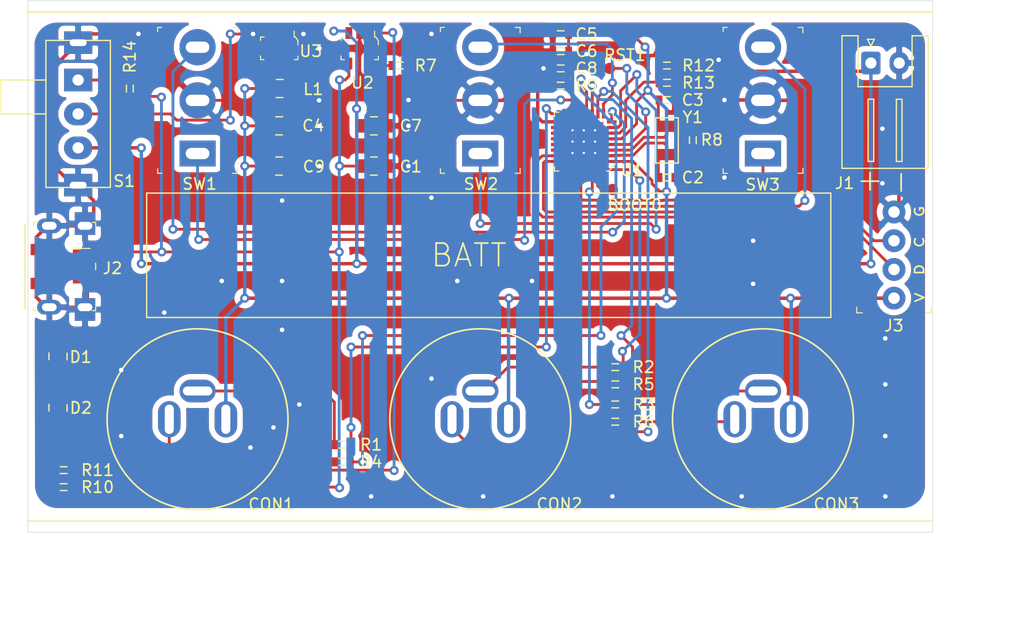
<source format=kicad_pcb>
(kicad_pcb (version 20171130) (host pcbnew "(5.1.9-0-10_14)")

  (general
    (thickness 1.6)
    (drawings 19)
    (tracks 504)
    (zones 0)
    (modules 42)
    (nets 49)
  )

  (page A4)
  (layers
    (0 F.Cu signal)
    (31 B.Cu signal)
    (32 B.Adhes user)
    (33 F.Adhes user)
    (34 B.Paste user)
    (35 F.Paste user)
    (36 B.SilkS user)
    (37 F.SilkS user)
    (38 B.Mask user)
    (39 F.Mask user)
    (40 Dwgs.User user)
    (41 Cmts.User user)
    (42 Eco1.User user)
    (43 Eco2.User user)
    (44 Edge.Cuts user)
    (45 Margin user)
    (46 B.CrtYd user)
    (47 F.CrtYd user)
    (48 B.Fab user)
    (49 F.Fab user hide)
  )

  (setup
    (last_trace_width 0.25)
    (trace_clearance 0.2)
    (zone_clearance 0.508)
    (zone_45_only no)
    (trace_min 0.2)
    (via_size 0.8)
    (via_drill 0.4)
    (via_min_size 0.4)
    (via_min_drill 0.3)
    (uvia_size 0.3)
    (uvia_drill 0.1)
    (uvias_allowed no)
    (uvia_min_size 0.2)
    (uvia_min_drill 0.1)
    (edge_width 0.05)
    (segment_width 0.2)
    (pcb_text_width 0.3)
    (pcb_text_size 1.5 1.5)
    (mod_edge_width 0.12)
    (mod_text_size 1 1)
    (mod_text_width 0.15)
    (pad_size 2 2.5)
    (pad_drill 0.6)
    (pad_to_mask_clearance 0)
    (aux_axis_origin 0 0)
    (grid_origin 14.986 -9.144)
    (visible_elements FFFFFF7F)
    (pcbplotparams
      (layerselection 0x010fc_ffffffff)
      (usegerberextensions false)
      (usegerberattributes true)
      (usegerberadvancedattributes true)
      (creategerberjobfile true)
      (excludeedgelayer true)
      (linewidth 0.100000)
      (plotframeref false)
      (viasonmask false)
      (mode 1)
      (useauxorigin false)
      (hpglpennumber 1)
      (hpglpenspeed 20)
      (hpglpendiameter 15.000000)
      (psnegative false)
      (psa4output false)
      (plotreference true)
      (plotvalue false)
      (plotinvisibletext false)
      (padsonsilk false)
      (subtractmaskfromsilk false)
      (outputformat 1)
      (mirror false)
      (drillshape 0)
      (scaleselection 1)
      (outputdirectory "gerber/"))
  )

  (net 0 "")
  (net 1 GND)
  (net 2 VBUS)
  (net 3 "Net-(C2-Pad1)")
  (net 4 "Net-(C3-Pad1)")
  (net 5 +3V3)
  (net 6 +BATT)
  (net 7 RST)
  (net 8 "Net-(CON1-Pad1)")
  (net 9 "Net-(CON1-Pad2)")
  (net 10 "Net-(CON2-Pad1)")
  (net 11 "Net-(CON2-Pad2)")
  (net 12 "Net-(CON3-Pad1)")
  (net 13 "Net-(CON3-Pad2)")
  (net 14 "Net-(D1-Pad2)")
  (net 15 "Net-(D2-Pad2)")
  (net 16 "Net-(J2-Pad2)")
  (net 17 "Net-(J2-Pad3)")
  (net 18 SWCLK)
  (net 19 SWDIO)
  (net 20 "Net-(L1-Pad1)")
  (net 21 LED1)
  (net 22 LED2)
  (net 23 LED3)
  (net 24 DET1)
  (net 25 DET2)
  (net 26 DET3)
  (net 27 "Net-(R7-Pad1)")
  (net 28 "Net-(R11-Pad2)")
  (net 29 MEAS_VBATT)
  (net 30 SWITCH12)
  (net 31 SWITCH1)
  (net 32 SWITCH22)
  (net 33 SWITCH2)
  (net 34 SWITCH32)
  (net 35 SWITCH3)
  (net 36 "Net-(U1-Pad25)")
  (net 37 "Net-(U1-Pad15)")
  (net 38 "Net-(U1-Pad18)")
  (net 39 "Net-(U1-Pad19)")
  (net 40 "Net-(U1-Pad20)")
  (net 41 "Net-(U1-Pad21)")
  (net 42 "Net-(U1-Pad22)")
  (net 43 "Net-(U1-Pad26)")
  (net 44 "Net-(R14-Pad1)")
  (net 45 +BATT_SWITCHED)
  (net 46 "Net-(U1-Pad27)")
  (net 47 "Net-(U1-Pad14)")
  (net 48 "Net-(BOOT0-Pad1)")

  (net_class Default "This is the default net class."
    (clearance 0.2)
    (trace_width 0.25)
    (via_dia 0.8)
    (via_drill 0.4)
    (uvia_dia 0.3)
    (uvia_drill 0.1)
    (add_net DET1)
    (add_net DET2)
    (add_net DET3)
    (add_net LED1)
    (add_net LED2)
    (add_net LED3)
    (add_net MEAS_VBATT)
    (add_net "Net-(BOOT0-Pad1)")
    (add_net "Net-(C2-Pad1)")
    (add_net "Net-(C3-Pad1)")
    (add_net "Net-(CON1-Pad1)")
    (add_net "Net-(CON1-Pad2)")
    (add_net "Net-(CON2-Pad1)")
    (add_net "Net-(CON2-Pad2)")
    (add_net "Net-(CON3-Pad1)")
    (add_net "Net-(CON3-Pad2)")
    (add_net "Net-(D1-Pad2)")
    (add_net "Net-(D2-Pad2)")
    (add_net "Net-(J2-Pad2)")
    (add_net "Net-(J2-Pad3)")
    (add_net "Net-(L1-Pad1)")
    (add_net "Net-(R11-Pad2)")
    (add_net "Net-(R14-Pad1)")
    (add_net "Net-(R7-Pad1)")
    (add_net "Net-(U1-Pad14)")
    (add_net "Net-(U1-Pad15)")
    (add_net "Net-(U1-Pad18)")
    (add_net "Net-(U1-Pad19)")
    (add_net "Net-(U1-Pad20)")
    (add_net "Net-(U1-Pad21)")
    (add_net "Net-(U1-Pad22)")
    (add_net "Net-(U1-Pad25)")
    (add_net "Net-(U1-Pad26)")
    (add_net "Net-(U1-Pad27)")
    (add_net RST)
    (add_net SWCLK)
    (add_net SWDIO)
    (add_net SWITCH1)
    (add_net SWITCH12)
    (add_net SWITCH2)
    (add_net SWITCH22)
    (add_net SWITCH3)
    (add_net SWITCH32)
    (add_net VBUS)
  )

  (net_class POWER ""
    (clearance 0.2)
    (trace_width 0.3048)
    (via_dia 0.8)
    (via_drill 0.4)
    (uvia_dia 0.3)
    (uvia_drill 0.1)
    (add_net +3V3)
    (add_net +BATT)
    (add_net +BATT_SWITCHED)
    (add_net GND)
  )

  (module digikey-footprints:SOT-753 (layer F.Cu) (tedit 60355E88) (tstamp 60282101)
    (at 127.254 76.708 180)
    (path /604D4EA0)
    (attr smd)
    (fp_text reference U3 (at -2.794 -0.254) (layer F.SilkS)
      (effects (font (size 1 1) (thickness 0.15)))
    )
    (fp_text value LM3671MF-3.3 (at 0.35 4.025) (layer F.Fab)
      (effects (font (size 1 1) (thickness 0.15)))
    )
    (fp_text user %R (at 0 0.1) (layer F.Fab)
      (effects (font (size 0.75 0.75) (thickness 0.075)))
    )
    (fp_line (start -1.525 -0.875) (end 1.525 -0.875) (layer F.Fab) (width 0.1))
    (fp_line (start 1.525 -0.875) (end 1.525 0.875) (layer F.Fab) (width 0.1))
    (fp_line (start -1.525 0.625) (end -1.35 0.875) (layer F.Fab) (width 0.1))
    (fp_line (start -1.35 0.875) (end 1.525 0.875) (layer F.Fab) (width 0.1))
    (fp_line (start -1.525 0.625) (end -1.525 -0.875) (layer F.Fab) (width 0.1))
    (fp_line (start -1.65 0.675) (end -1.65 0.3) (layer F.SilkS) (width 0.1))
    (fp_line (start -1.325 1) (end -1.325 1.525) (layer F.SilkS) (width 0.1))
    (fp_line (start -1.425 1) (end -1.325 1) (layer F.SilkS) (width 0.1))
    (fp_line (start -1.65 0.675) (end -1.425 1) (layer F.SilkS) (width 0.1))
    (fp_line (start 1.65 -1) (end 1.65 -0.675) (layer F.SilkS) (width 0.1))
    (fp_line (start 1.35 -1) (end 1.65 -1) (layer F.SilkS) (width 0.1))
    (fp_line (start 1.65 1) (end 1.65 0.7) (layer F.SilkS) (width 0.1))
    (fp_line (start 1.325 1) (end 1.65 1) (layer F.SilkS) (width 0.1))
    (fp_line (start -1.65 -1) (end -1.65 -0.7) (layer F.SilkS) (width 0.1))
    (fp_line (start -1.325 -1) (end -1.65 -1) (layer F.SilkS) (width 0.1))
    (fp_line (start -1.825 -2.125) (end 1.825 -2.125) (layer F.CrtYd) (width 0.05))
    (fp_line (start 1.825 -2.125) (end 1.825 2.125) (layer F.CrtYd) (width 0.05))
    (fp_line (start 1.825 2.125) (end -1.825 2.125) (layer F.CrtYd) (width 0.05))
    (fp_line (start -1.825 2.125) (end -1.825 -2.125) (layer F.CrtYd) (width 0.05))
    (pad 1 smd rect (at -0.95 1.35 180) (size 0.6 1.05) (layers F.Cu F.Paste F.Mask)
      (net 45 +BATT_SWITCHED) (solder_mask_margin 0.07))
    (pad 2 smd rect (at 0 1.35 180) (size 0.6 1.05) (layers F.Cu F.Paste F.Mask)
      (net 1 GND) (solder_mask_margin 0.07))
    (pad 3 smd rect (at 0.95 1.35 180) (size 0.6 1.05) (layers F.Cu F.Paste F.Mask)
      (net 45 +BATT_SWITCHED) (solder_mask_margin 0.07))
    (pad 4 smd rect (at 0.95 -1.35 180) (size 0.6 1.05) (layers F.Cu F.Paste F.Mask)
      (net 5 +3V3) (solder_mask_margin 0.07))
    (pad 5 smd rect (at -0.95 -1.35 180) (size 0.6 1.05) (layers F.Cu F.Paste F.Mask)
      (net 20 "Net-(L1-Pad1)") (solder_mask_margin 0.07))
    (model ${KISYS3DMOD}/Package_TO_SOT_SMD.3dshapes/SOT-553.wrl
      (at (xyz 0 0 0))
      (scale (xyz 2 2 2))
      (rotate (xyz 0 0 -90))
    )
  )

  (module digikey-footprints:0603 (layer F.Cu) (tedit 60355CB2) (tstamp 60281914)
    (at 114.046 80.264 270)
    (path /60310C7E)
    (attr smd)
    (fp_text reference R14 (at -2.794 0 270) (layer F.SilkS)
      (effects (font (size 1 1) (thickness 0.15)))
    )
    (fp_text value 0E (at 0 1.9 90) (layer F.Fab)
      (effects (font (size 1 1) (thickness 0.15)))
    )
    (fp_line (start 0.8 -0.4) (end -0.8 -0.4) (layer F.Fab) (width 0.12))
    (fp_line (start 0.8 0.4) (end 0.8 -0.4) (layer F.Fab) (width 0.12))
    (fp_line (start -0.8 0.4) (end 0.8 0.4) (layer F.Fab) (width 0.12))
    (fp_line (start -0.8 -0.4) (end -0.8 0.4) (layer F.Fab) (width 0.12))
    (fp_line (start -0.3 -0.3) (end 0.3 -0.3) (layer F.SilkS) (width 0.12))
    (fp_line (start -0.3 0.3) (end 0.3 0.3) (layer F.SilkS) (width 0.12))
    (fp_line (start -1.25 0.71) (end -1.25 -0.71) (layer F.CrtYd) (width 0.05))
    (fp_line (start 1.11 0.71) (end -1.11 0.71) (layer F.CrtYd) (width 0.05))
    (fp_line (start 1.25 -0.71) (end 1.25 0.71) (layer F.CrtYd) (width 0.05))
    (fp_line (start -1.11 -0.71) (end 1.11 -0.71) (layer F.CrtYd) (width 0.05))
    (fp_line (start -1.11 0.71) (end -1.25 0.71) (layer F.CrtYd) (width 0.05))
    (fp_line (start -1.11 -0.71) (end -1.25 -0.71) (layer F.CrtYd) (width 0.05))
    (fp_line (start 1.11 -0.71) (end 1.25 -0.71) (layer F.CrtYd) (width 0.05))
    (fp_line (start 1.11 0.71) (end 1.25 0.71) (layer F.CrtYd) (width 0.05))
    (pad 1 smd rect (at -0.7 0 270) (size 0.6 0.8) (layers F.Cu F.Paste F.Mask)
      (net 44 "Net-(R14-Pad1)"))
    (pad 2 smd rect (at 0.7 0 270) (size 0.6 0.8) (layers F.Cu F.Paste F.Mask)
      (net 2 VBUS))
    (model ${KISYS3DMOD}/Resistor_SMD.3dshapes/R_0603_1608Metric.wrl
      (at (xyz 0 0 0))
      (scale (xyz 1 1 1))
      (rotate (xyz 0 0 0))
    )
  )

  (module MySymbols:slids_switch_spdt (layer F.Cu) (tedit 60355DF9) (tstamp 60280B19)
    (at 109.474 82.512 270)
    (path /602A1158)
    (fp_text reference S1 (at 5.93842 -4.0767) (layer F.SilkS)
      (effects (font (size 1 1) (thickness 0.15)))
    )
    (fp_text value EG1218 (at 0.5 3.5 90) (layer F.Fab)
      (effects (font (size 1 1) (thickness 0.15)))
    )
    (fp_line (start -6.5 -2.85) (end -6.5 2.85) (layer F.SilkS) (width 0.12))
    (fp_line (start -6.5 2.85) (end 6.5 2.85) (layer F.SilkS) (width 0.12))
    (fp_line (start 6.5 -2.85) (end 6.5 2.85) (layer F.SilkS) (width 0.12))
    (fp_line (start 6.5 -2.85) (end -6.5 -2.85) (layer F.SilkS) (width 0.12))
    (fp_line (start -3 2.85) (end -3 6.85) (layer F.SilkS) (width 0.12))
    (fp_line (start -3 6.85) (end 0 6.85) (layer F.SilkS) (width 0.12))
    (fp_line (start 0 2.85) (end 0 6.85) (layer F.SilkS) (width 0.12))
    (pad SH thru_hole rect (at 6.3 0 270) (size 2 2.5) (drill oval 0.6 1.5) (layers *.Cu *.Mask)
      (net 1 GND))
    (pad SH thru_hole rect (at -6.3 0 270) (size 2 2.5) (drill oval 0.6 1.5) (layers *.Cu *.Mask)
      (net 1 GND))
    (pad 3 thru_hole oval (at 3 0 270) (size 2 2.5) (drill 1) (layers *.Cu *.Mask)
      (net 6 +BATT))
    (pad 2 thru_hole oval (at 0 0 270) (size 2 2.5) (drill 1) (layers *.Cu *.Mask)
      (net 45 +BATT_SWITCHED))
    (pad 1 thru_hole rect (at -3 0 270) (size 2 2.5) (drill 1) (layers *.Cu *.Mask)
      (net 44 "Net-(R14-Pad1)"))
    (model ${KISYS3DMOD}/Button_Switch_THT.3dshapes/SW_CuK_JS202011AQN_DPDT_Angled.wrl
      (offset (xyz -3.5 2 0))
      (scale (xyz 1.4 1.4 1))
      (rotate (xyz 0 0 0))
    )
  )

  (module digikey-footprints:QFN-32-1EP_5x5mm (layer F.Cu) (tedit 60356052) (tstamp 6028031E)
    (at 153.67 84.512 180)
    (path /6032319F)
    (attr smd)
    (fp_text reference U1 (at -4.79044 -2.99862) (layer F.SilkS)
      (effects (font (size 1 1) (thickness 0.15)))
    )
    (fp_text value STM32L031K6Ux (at 0 4.51) (layer F.Fab)
      (effects (font (size 1 1) (thickness 0.15)))
    )
    (fp_text user %R (at -0.52 -0.45) (layer F.Fab)
      (effects (font (size 1 1) (thickness 0.15)))
    )
    (fp_line (start 1.98 2.05) (end -3.02 2.05) (layer F.Fab) (width 0.1))
    (fp_line (start 1.98 -2.95) (end 1.98 2.05) (layer F.Fab) (width 0.1))
    (fp_line (start 2.08 2.15) (end 1.68 2.15) (layer F.SilkS) (width 0.1))
    (fp_line (start 2.08 1.75) (end 2.08 2.15) (layer F.SilkS) (width 0.1))
    (fp_line (start 2.08 -3.05) (end 2.08 -2.65) (layer F.SilkS) (width 0.1))
    (fp_line (start 2.08 -3.05) (end 1.68 -3.05) (layer F.SilkS) (width 0.1))
    (fp_line (start -3.12 2.15) (end -3.12 1.75) (layer F.SilkS) (width 0.1))
    (fp_line (start -2.72 2.15) (end -3.12 2.15) (layer F.SilkS) (width 0.1))
    (fp_line (start -2.62 -2.95) (end -3.02 -2.55) (layer F.Fab) (width 0.1))
    (fp_line (start -3.02 -2.55) (end -3.02 2.05) (layer F.Fab) (width 0.1))
    (fp_line (start -2.62 -2.95) (end 1.98 -2.95) (layer F.Fab) (width 0.1))
    (fp_line (start -3.12 -2.45) (end -3.32 -2.45) (layer F.SilkS) (width 0.1))
    (fp_line (start -3.12 -2.65) (end -3.12 -2.45) (layer F.SilkS) (width 0.1))
    (fp_line (start -2.72 -3.05) (end -3.12 -2.65) (layer F.SilkS) (width 0.1))
    (fp_line (start -2.52 -3.05) (end -2.72 -3.05) (layer F.SilkS) (width 0.1))
    (fp_line (start 2.61 2.68) (end -3.65 2.68) (layer F.CrtYd) (width 0.05))
    (fp_line (start 2.61 -3.58) (end -3.65 -3.58) (layer F.CrtYd) (width 0.05))
    (fp_line (start 2.61 -3.58) (end 2.61 2.68) (layer F.CrtYd) (width 0.05))
    (fp_line (start -3.65 2.68) (end -3.65 -3.58) (layer F.CrtYd) (width 0.05))
    (pad 32 smd rect (at -2.27 -2.925 90) (size 0.85 0.28) (layers F.Cu F.Paste F.Mask)
      (net 22 LED2) (solder_mask_margin 0.07))
    (pad 31 smd rect (at -1.77 -2.925 90) (size 0.85 0.28) (layers F.Cu F.Paste F.Mask)
      (net 48 "Net-(BOOT0-Pad1)") (solder_mask_margin 0.07))
    (pad 30 smd rect (at -1.27 -2.925 90) (size 0.85 0.28) (layers F.Cu F.Paste F.Mask)
      (net 23 LED3) (solder_mask_margin 0.07))
    (pad 29 smd rect (at -0.77 -2.925 90) (size 0.85 0.28) (layers F.Cu F.Paste F.Mask)
      (net 35 SWITCH3) (solder_mask_margin 0.07))
    (pad 28 smd rect (at -0.27 -2.925 90) (size 0.85 0.28) (layers F.Cu F.Paste F.Mask)
      (net 34 SWITCH32) (solder_mask_margin 0.07))
    (pad 27 smd rect (at 0.23 -2.925 90) (size 0.85 0.28) (layers F.Cu F.Paste F.Mask)
      (net 46 "Net-(U1-Pad27)") (solder_mask_margin 0.07))
    (pad 26 smd rect (at 0.73 -2.925 90) (size 0.85 0.28) (layers F.Cu F.Paste F.Mask)
      (net 43 "Net-(U1-Pad26)") (solder_mask_margin 0.07))
    (pad 24 smd rect (at 1.955 -2.2 90) (size 0.28 0.85) (layers F.Cu F.Paste F.Mask)
      (net 18 SWCLK) (solder_mask_margin 0.07))
    (pad 23 smd rect (at 1.955 -1.7 90) (size 0.28 0.85) (layers F.Cu F.Paste F.Mask)
      (net 19 SWDIO) (solder_mask_margin 0.07))
    (pad 22 smd rect (at 1.955 -1.2 90) (size 0.28 0.85) (layers F.Cu F.Paste F.Mask)
      (net 42 "Net-(U1-Pad22)") (solder_mask_margin 0.07))
    (pad 21 smd rect (at 1.955 -0.7 90) (size 0.28 0.85) (layers F.Cu F.Paste F.Mask)
      (net 41 "Net-(U1-Pad21)") (solder_mask_margin 0.07))
    (pad 20 smd rect (at 1.955 -0.2 90) (size 0.28 0.85) (layers F.Cu F.Paste F.Mask)
      (net 40 "Net-(U1-Pad20)") (solder_mask_margin 0.07))
    (pad 19 smd rect (at 1.955 0.3 90) (size 0.28 0.85) (layers F.Cu F.Paste F.Mask)
      (net 39 "Net-(U1-Pad19)") (solder_mask_margin 0.07))
    (pad 18 smd rect (at 1.955 0.8 90) (size 0.28 0.85) (layers F.Cu F.Paste F.Mask)
      (net 38 "Net-(U1-Pad18)") (solder_mask_margin 0.07))
    (pad 16 smd rect (at 1.23 2.025 90) (size 0.85 0.28) (layers F.Cu F.Paste F.Mask)
      (net 21 LED1) (solder_mask_margin 0.07))
    (pad 15 smd rect (at 0.73 2.025 90) (size 0.85 0.28) (layers F.Cu F.Paste F.Mask)
      (net 37 "Net-(U1-Pad15)") (solder_mask_margin 0.07))
    (pad 14 smd rect (at 0.23 2.025 90) (size 0.85 0.28) (layers F.Cu F.Paste F.Mask)
      (net 47 "Net-(U1-Pad14)") (solder_mask_margin 0.07))
    (pad 13 smd rect (at -0.27 2.025 90) (size 0.85 0.28) (layers F.Cu F.Paste F.Mask)
      (net 31 SWITCH1) (solder_mask_margin 0.07))
    (pad 12 smd rect (at -0.77 2.025 90) (size 0.85 0.28) (layers F.Cu F.Paste F.Mask)
      (net 24 DET1) (solder_mask_margin 0.07))
    (pad 11 smd rect (at -1.27 2.025 90) (size 0.85 0.28) (layers F.Cu F.Paste F.Mask)
      (net 25 DET2) (solder_mask_margin 0.07))
    (pad 10 smd rect (at -1.77 2.025 90) (size 0.85 0.28) (layers F.Cu F.Paste F.Mask)
      (net 26 DET3) (solder_mask_margin 0.07))
    (pad 8 smd rect (at -2.995 1.3 90) (size 0.28 0.85) (layers F.Cu F.Paste F.Mask)
      (net 30 SWITCH12) (solder_mask_margin 0.07))
    (pad 7 smd rect (at -2.995 0.8 90) (size 0.28 0.85) (layers F.Cu F.Paste F.Mask)
      (net 33 SWITCH2) (solder_mask_margin 0.07))
    (pad 6 smd rect (at -2.995 0.3 90) (size 0.28 0.85) (layers F.Cu F.Paste F.Mask)
      (net 29 MEAS_VBATT) (solder_mask_margin 0.07))
    (pad 5 smd rect (at -2.995 -0.2 90) (size 0.28 0.85) (layers F.Cu F.Paste F.Mask)
      (net 5 +3V3) (solder_mask_margin 0.07))
    (pad 4 smd rect (at -2.995 -0.7 90) (size 0.28 0.85) (layers F.Cu F.Paste F.Mask)
      (net 7 RST) (solder_mask_margin 0.07))
    (pad 3 smd rect (at -2.995 -1.2 90) (size 0.28 0.85) (layers F.Cu F.Paste F.Mask)
      (net 4 "Net-(C3-Pad1)") (solder_mask_margin 0.07))
    (pad 2 smd rect (at -2.995 -1.7 90) (size 0.28 0.85) (layers F.Cu F.Paste F.Mask)
      (net 3 "Net-(C2-Pad1)") (solder_mask_margin 0.07))
    (pad 1 smd rect (at -2.995 -2.2 90) (size 0.28 0.85) (layers F.Cu F.Paste F.Mask)
      (net 5 +3V3) (solder_mask_margin 0.07))
    (pad 33 thru_hole circle (at -1.52 0.55 90) (size 0.2 0.2) (drill 0.2) (layers *.Cu *.Mask)
      (net 1 GND) (solder_mask_margin 0.1))
    (pad 33 thru_hole circle (at -1.52 -0.45 90) (size 0.2 0.2) (drill 0.2) (layers *.Cu *.Mask)
      (net 1 GND) (solder_mask_margin 0.1))
    (pad 33 thru_hole circle (at -1.52 -1.45 90) (size 0.2 0.2) (drill 0.2) (layers *.Cu *.Mask)
      (net 1 GND) (solder_mask_margin 0.1))
    (pad 33 thru_hole circle (at -0.52 0.55 90) (size 0.2 0.2) (drill 0.2) (layers *.Cu *.Mask)
      (net 1 GND) (solder_mask_margin 0.1))
    (pad 33 thru_hole circle (at -0.52 -0.45 90) (size 0.2 0.2) (drill 0.2) (layers *.Cu *.Mask)
      (net 1 GND) (solder_mask_margin 0.1))
    (pad 33 thru_hole circle (at -0.52 -1.45 90) (size 0.2 0.2) (drill 0.2) (layers *.Cu *.Mask)
      (net 1 GND) (solder_mask_margin 0.1))
    (pad 33 thru_hole circle (at 0.48 0.55 90) (size 0.2 0.2) (drill 0.2) (layers *.Cu *.Mask)
      (net 1 GND) (solder_mask_margin 0.1))
    (pad 33 thru_hole circle (at 0.48 -0.45 90) (size 0.2 0.2) (drill 0.2) (layers *.Cu *.Mask)
      (net 1 GND) (solder_mask_margin 0.1))
    (pad 33 thru_hole circle (at 0.48 -1.45 90) (size 0.2 0.2) (drill 0.2) (layers *.Cu *.Mask)
      (net 1 GND) (solder_mask_margin 0.1))
    (pad 33 smd rect (at -0.52 -0.45 90) (size 3.45 3.45) (layers F.Cu F.Paste F.Mask)
      (net 1 GND))
    (pad 9 smd rect (at -2.27 2.025 90) (size 0.85 0.28) (layers F.Cu F.Paste F.Mask)
      (net 32 SWITCH22) (solder_mask_margin 0.07))
    (pad 17 smd rect (at 1.955 1.3 90) (size 0.28 0.85) (layers F.Cu F.Paste F.Mask)
      (net 5 +3V3) (solder_mask_margin 0.07))
    (pad 25 smd rect (at 1.23 -2.925 90) (size 0.85 0.28) (layers F.Cu F.Paste F.Mask)
      (net 36 "Net-(U1-Pad25)") (solder_mask_margin 0.07))
    (model ${KISYS3DMOD}/Package_DFN_QFN.3dshapes/QFN-32-1EP_5x5mm_P0.5mm_EP3.3x3.3mm.wrl
      (offset (xyz -0.5 0.5 0))
      (scale (xyz 1 1 1))
      (rotate (xyz 0 0 0))
    )
  )

  (module MySymbols:3,5mm_straight_circular (layer F.Cu) (tedit 60355876) (tstamp 6027EEB4)
    (at 170.034 109.512)
    (path /6021F7DC)
    (fp_text reference CON3 (at 6.5 7.5) (layer F.SilkS)
      (effects (font (size 1 1) (thickness 0.15)))
    )
    (fp_text value SJ1-3523N (at 0 3) (layer F.Fab)
      (effects (font (size 1 1) (thickness 0.15)))
    )
    (fp_circle (center 0 0) (end 8 0) (layer F.SilkS) (width 0.15))
    (pad 3 thru_hole oval (at 2.5 0 90) (size 3.2 2) (drill oval 2.6 0.8) (layers *.Cu *.Mask)
      (net 5 +3V3) (die_length 1))
    (pad 2 thru_hole oval (at -2.5 0 90) (size 3.2 2) (drill oval 2.6 0.8) (layers *.Cu *.Mask)
      (net 13 "Net-(CON3-Pad2)") (die_length 1))
    (pad 1 thru_hole oval (at 0 -2.5) (size 3.2 2) (drill oval 2.6 0.8) (layers *.Cu *.Mask)
      (net 12 "Net-(CON3-Pad1)") (die_length 1))
  )

  (module MySymbols:3,5mm_straight_circular locked (layer F.Cu) (tedit 60355876) (tstamp 6027EEAD)
    (at 145.034 109.512)
    (path /6021DB86)
    (fp_text reference CON2 (at 7 7.5) (layer F.SilkS)
      (effects (font (size 1 1) (thickness 0.15)))
    )
    (fp_text value SJ1-3523N (at 0 3) (layer F.Fab)
      (effects (font (size 1 1) (thickness 0.15)))
    )
    (fp_circle (center 0 0) (end 8 0) (layer F.SilkS) (width 0.15))
    (pad 3 thru_hole oval (at 2.5 0 90) (size 3.2 2) (drill oval 2.6 0.8) (layers *.Cu *.Mask)
      (net 5 +3V3) (die_length 1))
    (pad 2 thru_hole oval (at -2.5 0 90) (size 3.2 2) (drill oval 2.6 0.8) (layers *.Cu *.Mask)
      (net 11 "Net-(CON2-Pad2)") (die_length 1))
    (pad 1 thru_hole oval (at 0 -2.5) (size 3.2 2) (drill oval 2.6 0.8) (layers *.Cu *.Mask)
      (net 10 "Net-(CON2-Pad1)") (die_length 1))
  )

  (module MySymbols:3,5mm_straight_circular (layer F.Cu) (tedit 60355876) (tstamp 6027EEA6)
    (at 120.034 109.512)
    (path /6021CA8A)
    (fp_text reference CON1 (at 6.51134 7.51596) (layer F.SilkS)
      (effects (font (size 1 1) (thickness 0.15)))
    )
    (fp_text value SJ1-3523N (at 0 3) (layer F.Fab)
      (effects (font (size 1 1) (thickness 0.15)))
    )
    (fp_circle (center 0 0) (end 8 0) (layer F.SilkS) (width 0.15))
    (pad 3 thru_hole oval (at 2.5 0 90) (size 3.2 2) (drill oval 2.6 0.8) (layers *.Cu *.Mask)
      (net 5 +3V3) (die_length 1))
    (pad 2 thru_hole oval (at -2.5 0 90) (size 3.2 2) (drill oval 2.6 0.8) (layers *.Cu *.Mask)
      (net 9 "Net-(CON1-Pad2)") (die_length 1))
    (pad 1 thru_hole oval (at 0 -2.5) (size 3.2 2) (drill oval 2.6 0.8) (layers *.Cu *.Mask)
      (net 8 "Net-(CON1-Pad1)") (die_length 1))
  )

  (module digikey-footprints:0603 (layer F.Cu) (tedit 60355CB2) (tstamp 6021C071)
    (at 161.544 88.138)
    (path /603CA5B8)
    (attr smd)
    (fp_text reference C2 (at 2.286 0) (layer F.SilkS)
      (effects (font (size 1 1) (thickness 0.15)))
    )
    (fp_text value 4,3pF (at 0 1.9) (layer F.Fab)
      (effects (font (size 1 1) (thickness 0.15)))
    )
    (fp_line (start 0.8 -0.4) (end -0.8 -0.4) (layer F.Fab) (width 0.12))
    (fp_line (start 0.8 0.4) (end 0.8 -0.4) (layer F.Fab) (width 0.12))
    (fp_line (start -0.8 0.4) (end 0.8 0.4) (layer F.Fab) (width 0.12))
    (fp_line (start -0.8 -0.4) (end -0.8 0.4) (layer F.Fab) (width 0.12))
    (fp_line (start -0.3 -0.3) (end 0.3 -0.3) (layer F.SilkS) (width 0.12))
    (fp_line (start -0.3 0.3) (end 0.3 0.3) (layer F.SilkS) (width 0.12))
    (fp_line (start -1.25 0.71) (end -1.25 -0.71) (layer F.CrtYd) (width 0.05))
    (fp_line (start 1.11 0.71) (end -1.11 0.71) (layer F.CrtYd) (width 0.05))
    (fp_line (start 1.25 -0.71) (end 1.25 0.71) (layer F.CrtYd) (width 0.05))
    (fp_line (start -1.11 -0.71) (end 1.11 -0.71) (layer F.CrtYd) (width 0.05))
    (fp_line (start -1.11 0.71) (end -1.25 0.71) (layer F.CrtYd) (width 0.05))
    (fp_line (start -1.11 -0.71) (end -1.25 -0.71) (layer F.CrtYd) (width 0.05))
    (fp_line (start 1.11 -0.71) (end 1.25 -0.71) (layer F.CrtYd) (width 0.05))
    (fp_line (start 1.11 0.71) (end 1.25 0.71) (layer F.CrtYd) (width 0.05))
    (pad 1 smd rect (at -0.7 0) (size 0.6 0.8) (layers F.Cu F.Paste F.Mask)
      (net 3 "Net-(C2-Pad1)"))
    (pad 2 smd rect (at 0.7 0) (size 0.6 0.8) (layers F.Cu F.Paste F.Mask)
      (net 1 GND))
    (model ${KISYS3DMOD}/Resistor_SMD.3dshapes/R_0603_1608Metric.wrl
      (at (xyz 0 0 0))
      (scale (xyz 1 1 1))
      (rotate (xyz 0 0 0))
    )
  )

  (module digikey-footprints:0603 (layer F.Cu) (tedit 60355CB2) (tstamp 6021C085)
    (at 161.544 81.28)
    (path /603CB8C0)
    (attr smd)
    (fp_text reference C3 (at 2.286 0) (layer F.SilkS)
      (effects (font (size 1 1) (thickness 0.15)))
    )
    (fp_text value 4,3pF (at 0 1.9) (layer F.Fab)
      (effects (font (size 1 1) (thickness 0.15)))
    )
    (fp_line (start 0.8 -0.4) (end -0.8 -0.4) (layer F.Fab) (width 0.12))
    (fp_line (start 0.8 0.4) (end 0.8 -0.4) (layer F.Fab) (width 0.12))
    (fp_line (start -0.8 0.4) (end 0.8 0.4) (layer F.Fab) (width 0.12))
    (fp_line (start -0.8 -0.4) (end -0.8 0.4) (layer F.Fab) (width 0.12))
    (fp_line (start -0.3 -0.3) (end 0.3 -0.3) (layer F.SilkS) (width 0.12))
    (fp_line (start -0.3 0.3) (end 0.3 0.3) (layer F.SilkS) (width 0.12))
    (fp_line (start -1.25 0.71) (end -1.25 -0.71) (layer F.CrtYd) (width 0.05))
    (fp_line (start 1.11 0.71) (end -1.11 0.71) (layer F.CrtYd) (width 0.05))
    (fp_line (start 1.25 -0.71) (end 1.25 0.71) (layer F.CrtYd) (width 0.05))
    (fp_line (start -1.11 -0.71) (end 1.11 -0.71) (layer F.CrtYd) (width 0.05))
    (fp_line (start -1.11 0.71) (end -1.25 0.71) (layer F.CrtYd) (width 0.05))
    (fp_line (start -1.11 -0.71) (end -1.25 -0.71) (layer F.CrtYd) (width 0.05))
    (fp_line (start 1.11 -0.71) (end 1.25 -0.71) (layer F.CrtYd) (width 0.05))
    (fp_line (start 1.11 0.71) (end 1.25 0.71) (layer F.CrtYd) (width 0.05))
    (pad 1 smd rect (at -0.7 0) (size 0.6 0.8) (layers F.Cu F.Paste F.Mask)
      (net 4 "Net-(C3-Pad1)"))
    (pad 2 smd rect (at 0.7 0) (size 0.6 0.8) (layers F.Cu F.Paste F.Mask)
      (net 1 GND))
    (model ${KISYS3DMOD}/Resistor_SMD.3dshapes/R_0603_1608Metric.wrl
      (at (xyz 0 0 0))
      (scale (xyz 1 1 1))
      (rotate (xyz 0 0 0))
    )
  )

  (module digikey-footprints:0603 (layer F.Cu) (tedit 60355CB2) (tstamp 6021C0AC)
    (at 152.146 75.464 180)
    (path /603022A1)
    (attr smd)
    (fp_text reference C5 (at -2.286 0 180) (layer F.SilkS)
      (effects (font (size 1 1) (thickness 0.15)))
    )
    (fp_text value 100nF (at 0 1.9) (layer F.Fab)
      (effects (font (size 1 1) (thickness 0.15)))
    )
    (fp_line (start 0.8 -0.4) (end -0.8 -0.4) (layer F.Fab) (width 0.12))
    (fp_line (start 0.8 0.4) (end 0.8 -0.4) (layer F.Fab) (width 0.12))
    (fp_line (start -0.8 0.4) (end 0.8 0.4) (layer F.Fab) (width 0.12))
    (fp_line (start -0.8 -0.4) (end -0.8 0.4) (layer F.Fab) (width 0.12))
    (fp_line (start -0.3 -0.3) (end 0.3 -0.3) (layer F.SilkS) (width 0.12))
    (fp_line (start -0.3 0.3) (end 0.3 0.3) (layer F.SilkS) (width 0.12))
    (fp_line (start -1.25 0.71) (end -1.25 -0.71) (layer F.CrtYd) (width 0.05))
    (fp_line (start 1.11 0.71) (end -1.11 0.71) (layer F.CrtYd) (width 0.05))
    (fp_line (start 1.25 -0.71) (end 1.25 0.71) (layer F.CrtYd) (width 0.05))
    (fp_line (start -1.11 -0.71) (end 1.11 -0.71) (layer F.CrtYd) (width 0.05))
    (fp_line (start -1.11 0.71) (end -1.25 0.71) (layer F.CrtYd) (width 0.05))
    (fp_line (start -1.11 -0.71) (end -1.25 -0.71) (layer F.CrtYd) (width 0.05))
    (fp_line (start 1.11 -0.71) (end 1.25 -0.71) (layer F.CrtYd) (width 0.05))
    (fp_line (start 1.11 0.71) (end 1.25 0.71) (layer F.CrtYd) (width 0.05))
    (pad 1 smd rect (at -0.7 0 180) (size 0.6 0.8) (layers F.Cu F.Paste F.Mask)
      (net 5 +3V3))
    (pad 2 smd rect (at 0.7 0 180) (size 0.6 0.8) (layers F.Cu F.Paste F.Mask)
      (net 1 GND))
    (model ${KISYS3DMOD}/Resistor_SMD.3dshapes/R_0603_1608Metric.wrl
      (at (xyz 0 0 0))
      (scale (xyz 1 1 1))
      (rotate (xyz 0 0 0))
    )
  )

  (module digikey-footprints:0603 (layer F.Cu) (tedit 60355CB2) (tstamp 6021C0C0)
    (at 152.146 76.962 180)
    (path /603026D2)
    (attr smd)
    (fp_text reference C6 (at -2.286 0) (layer F.SilkS)
      (effects (font (size 1 1) (thickness 0.15)))
    )
    (fp_text value 100nF (at 0 1.9) (layer F.Fab)
      (effects (font (size 1 1) (thickness 0.15)))
    )
    (fp_line (start 0.8 -0.4) (end -0.8 -0.4) (layer F.Fab) (width 0.12))
    (fp_line (start 0.8 0.4) (end 0.8 -0.4) (layer F.Fab) (width 0.12))
    (fp_line (start -0.8 0.4) (end 0.8 0.4) (layer F.Fab) (width 0.12))
    (fp_line (start -0.8 -0.4) (end -0.8 0.4) (layer F.Fab) (width 0.12))
    (fp_line (start -0.3 -0.3) (end 0.3 -0.3) (layer F.SilkS) (width 0.12))
    (fp_line (start -0.3 0.3) (end 0.3 0.3) (layer F.SilkS) (width 0.12))
    (fp_line (start -1.25 0.71) (end -1.25 -0.71) (layer F.CrtYd) (width 0.05))
    (fp_line (start 1.11 0.71) (end -1.11 0.71) (layer F.CrtYd) (width 0.05))
    (fp_line (start 1.25 -0.71) (end 1.25 0.71) (layer F.CrtYd) (width 0.05))
    (fp_line (start -1.11 -0.71) (end 1.11 -0.71) (layer F.CrtYd) (width 0.05))
    (fp_line (start -1.11 0.71) (end -1.25 0.71) (layer F.CrtYd) (width 0.05))
    (fp_line (start -1.11 -0.71) (end -1.25 -0.71) (layer F.CrtYd) (width 0.05))
    (fp_line (start 1.11 -0.71) (end 1.25 -0.71) (layer F.CrtYd) (width 0.05))
    (fp_line (start 1.11 0.71) (end 1.25 0.71) (layer F.CrtYd) (width 0.05))
    (pad 1 smd rect (at -0.7 0 180) (size 0.6 0.8) (layers F.Cu F.Paste F.Mask)
      (net 5 +3V3))
    (pad 2 smd rect (at 0.7 0 180) (size 0.6 0.8) (layers F.Cu F.Paste F.Mask)
      (net 1 GND))
    (model ${KISYS3DMOD}/Resistor_SMD.3dshapes/R_0603_1608Metric.wrl
      (at (xyz 0 0 0))
      (scale (xyz 1 1 1))
      (rotate (xyz 0 0 0))
    )
  )

  (module digikey-footprints:0603 (layer F.Cu) (tedit 60355CB2) (tstamp 6021C0E7)
    (at 152.146 78.486 180)
    (path /602F7127)
    (attr smd)
    (fp_text reference C8 (at -2.286 0) (layer F.SilkS)
      (effects (font (size 1 1) (thickness 0.15)))
    )
    (fp_text value 100nF (at 0 1.9) (layer F.Fab)
      (effects (font (size 1 1) (thickness 0.15)))
    )
    (fp_line (start 0.8 -0.4) (end -0.8 -0.4) (layer F.Fab) (width 0.12))
    (fp_line (start 0.8 0.4) (end 0.8 -0.4) (layer F.Fab) (width 0.12))
    (fp_line (start -0.8 0.4) (end 0.8 0.4) (layer F.Fab) (width 0.12))
    (fp_line (start -0.8 -0.4) (end -0.8 0.4) (layer F.Fab) (width 0.12))
    (fp_line (start -0.3 -0.3) (end 0.3 -0.3) (layer F.SilkS) (width 0.12))
    (fp_line (start -0.3 0.3) (end 0.3 0.3) (layer F.SilkS) (width 0.12))
    (fp_line (start -1.25 0.71) (end -1.25 -0.71) (layer F.CrtYd) (width 0.05))
    (fp_line (start 1.11 0.71) (end -1.11 0.71) (layer F.CrtYd) (width 0.05))
    (fp_line (start 1.25 -0.71) (end 1.25 0.71) (layer F.CrtYd) (width 0.05))
    (fp_line (start -1.11 -0.71) (end 1.11 -0.71) (layer F.CrtYd) (width 0.05))
    (fp_line (start -1.11 0.71) (end -1.25 0.71) (layer F.CrtYd) (width 0.05))
    (fp_line (start -1.11 -0.71) (end -1.25 -0.71) (layer F.CrtYd) (width 0.05))
    (fp_line (start 1.11 -0.71) (end 1.25 -0.71) (layer F.CrtYd) (width 0.05))
    (fp_line (start 1.11 0.71) (end 1.25 0.71) (layer F.CrtYd) (width 0.05))
    (pad 1 smd rect (at -0.7 0 180) (size 0.6 0.8) (layers F.Cu F.Paste F.Mask)
      (net 7 RST))
    (pad 2 smd rect (at 0.7 0 180) (size 0.6 0.8) (layers F.Cu F.Paste F.Mask)
      (net 1 GND))
    (model ${KISYS3DMOD}/Resistor_SMD.3dshapes/R_0603_1608Metric.wrl
      (at (xyz 0 0 0))
      (scale (xyz 1 1 1))
      (rotate (xyz 0 0 0))
    )
  )

  (module digikey-footprints:0805 (layer F.Cu) (tedit 60355FDF) (tstamp 6021C16A)
    (at 107.69288 103.962 270)
    (path /602A57C9)
    (attr smd)
    (fp_text reference D1 (at 0.05 -2) (layer F.SilkS)
      (effects (font (size 1 1) (thickness 0.15)))
    )
    (fp_text value LED (at 0 1.95 90) (layer F.Fab)
      (effects (font (size 1 1) (thickness 0.15)))
    )
    (fp_line (start -0.95 -0.675) (end -0.95 0.675) (layer F.Fab) (width 0.12))
    (fp_line (start 0.95 -0.675) (end 0.95 0.675) (layer F.Fab) (width 0.12))
    (fp_line (start -0.95 -0.68) (end 0.95 -0.68) (layer F.Fab) (width 0.12))
    (fp_line (start -0.95 0.68) (end 0.95 0.68) (layer F.Fab) (width 0.12))
    (fp_line (start -0.3 -0.8) (end 0.3 -0.8) (layer F.SilkS) (width 0.12))
    (fp_line (start -0.32 0.8) (end 0.28 0.8) (layer F.SilkS) (width 0.12))
    (fp_line (start -1.9 0.93) (end -1.9 -0.93) (layer F.CrtYd) (width 0.05))
    (fp_line (start 1.9 0.93) (end 1.9 -0.93) (layer F.CrtYd) (width 0.05))
    (fp_line (start -1.9 -0.93) (end 1.9 -0.93) (layer F.CrtYd) (width 0.05))
    (fp_line (start -1.9 0.93) (end 1.9 0.93) (layer F.CrtYd) (width 0.05))
    (pad 1 smd rect (at -1.05 0 270) (size 1.2 1.2) (layers F.Cu F.Paste F.Mask)
      (net 1 GND))
    (pad 2 smd rect (at 1.05 0 270) (size 1.2 1.2) (layers F.Cu F.Paste F.Mask)
      (net 14 "Net-(D1-Pad2)"))
  )

  (module digikey-footprints:0805 (layer F.Cu) (tedit 60355FDF) (tstamp 6021C17A)
    (at 107.69288 108.512 270)
    (path /602A475E)
    (attr smd)
    (fp_text reference D2 (at -0.00574 -2.01988) (layer F.SilkS)
      (effects (font (size 1 1) (thickness 0.15)))
    )
    (fp_text value LED (at 0 1.95 90) (layer F.Fab)
      (effects (font (size 1 1) (thickness 0.15)))
    )
    (fp_line (start -0.95 -0.675) (end -0.95 0.675) (layer F.Fab) (width 0.12))
    (fp_line (start 0.95 -0.675) (end 0.95 0.675) (layer F.Fab) (width 0.12))
    (fp_line (start -0.95 -0.68) (end 0.95 -0.68) (layer F.Fab) (width 0.12))
    (fp_line (start -0.95 0.68) (end 0.95 0.68) (layer F.Fab) (width 0.12))
    (fp_line (start -0.3 -0.8) (end 0.3 -0.8) (layer F.SilkS) (width 0.12))
    (fp_line (start -0.32 0.8) (end 0.28 0.8) (layer F.SilkS) (width 0.12))
    (fp_line (start -1.9 0.93) (end -1.9 -0.93) (layer F.CrtYd) (width 0.05))
    (fp_line (start 1.9 0.93) (end 1.9 -0.93) (layer F.CrtYd) (width 0.05))
    (fp_line (start -1.9 -0.93) (end 1.9 -0.93) (layer F.CrtYd) (width 0.05))
    (fp_line (start -1.9 0.93) (end 1.9 0.93) (layer F.CrtYd) (width 0.05))
    (pad 1 smd rect (at -1.05 0 270) (size 1.2 1.2) (layers F.Cu F.Paste F.Mask)
      (net 1 GND))
    (pad 2 smd rect (at 1.05 0 270) (size 1.2 1.2) (layers F.Cu F.Paste F.Mask)
      (net 15 "Net-(D2-Pad2)"))
  )

  (module Connector_JST:JST_XH_S2B-XH-A_1x02_P2.50mm_Horizontal (layer F.Cu) (tedit 5C281475) (tstamp 6021C1A6)
    (at 179.578 78.012)
    (descr "JST XH series connector, S2B-XH-A (http://www.jst-mfg.com/product/pdf/eng/eXH.pdf), generated with kicad-footprint-generator")
    (tags "connector JST XH horizontal")
    (path /60232097)
    (fp_text reference J1 (at -2.32918 10.62384) (layer F.SilkS)
      (effects (font (size 1 1) (thickness 0.15)))
    )
    (fp_text value Conn_01x02_Male (at 1.25 10.4) (layer F.Fab)
      (effects (font (size 1 1) (thickness 0.15)))
    )
    (fp_text user %R (at 1.25 3.45) (layer F.Fab)
      (effects (font (size 1 1) (thickness 0.15)))
    )
    (fp_line (start -2.95 -2.8) (end -2.95 9.7) (layer F.CrtYd) (width 0.05))
    (fp_line (start -2.95 9.7) (end 5.45 9.7) (layer F.CrtYd) (width 0.05))
    (fp_line (start 5.45 9.7) (end 5.45 -2.8) (layer F.CrtYd) (width 0.05))
    (fp_line (start 5.45 -2.8) (end -2.95 -2.8) (layer F.CrtYd) (width 0.05))
    (fp_line (start 1.25 9.31) (end -2.56 9.31) (layer F.SilkS) (width 0.12))
    (fp_line (start -2.56 9.31) (end -2.56 -2.41) (layer F.SilkS) (width 0.12))
    (fp_line (start -2.56 -2.41) (end -1.14 -2.41) (layer F.SilkS) (width 0.12))
    (fp_line (start -1.14 -2.41) (end -1.14 2.09) (layer F.SilkS) (width 0.12))
    (fp_line (start -1.14 2.09) (end 1.25 2.09) (layer F.SilkS) (width 0.12))
    (fp_line (start 1.25 9.31) (end 5.06 9.31) (layer F.SilkS) (width 0.12))
    (fp_line (start 5.06 9.31) (end 5.06 -2.41) (layer F.SilkS) (width 0.12))
    (fp_line (start 5.06 -2.41) (end 3.64 -2.41) (layer F.SilkS) (width 0.12))
    (fp_line (start 3.64 -2.41) (end 3.64 2.09) (layer F.SilkS) (width 0.12))
    (fp_line (start 3.64 2.09) (end 1.25 2.09) (layer F.SilkS) (width 0.12))
    (fp_line (start 1.25 9.2) (end -2.45 9.2) (layer F.Fab) (width 0.1))
    (fp_line (start -2.45 9.2) (end -2.45 -2.3) (layer F.Fab) (width 0.1))
    (fp_line (start -2.45 -2.3) (end -1.25 -2.3) (layer F.Fab) (width 0.1))
    (fp_line (start -1.25 -2.3) (end -1.25 2.2) (layer F.Fab) (width 0.1))
    (fp_line (start -1.25 2.2) (end 1.25 2.2) (layer F.Fab) (width 0.1))
    (fp_line (start 1.25 9.2) (end 4.95 9.2) (layer F.Fab) (width 0.1))
    (fp_line (start 4.95 9.2) (end 4.95 -2.3) (layer F.Fab) (width 0.1))
    (fp_line (start 4.95 -2.3) (end 3.75 -2.3) (layer F.Fab) (width 0.1))
    (fp_line (start 3.75 -2.3) (end 3.75 2.2) (layer F.Fab) (width 0.1))
    (fp_line (start 3.75 2.2) (end 1.25 2.2) (layer F.Fab) (width 0.1))
    (fp_line (start -0.25 3.2) (end -0.25 8.7) (layer F.SilkS) (width 0.12))
    (fp_line (start -0.25 8.7) (end 0.25 8.7) (layer F.SilkS) (width 0.12))
    (fp_line (start 0.25 8.7) (end 0.25 3.2) (layer F.SilkS) (width 0.12))
    (fp_line (start 0.25 3.2) (end -0.25 3.2) (layer F.SilkS) (width 0.12))
    (fp_line (start 2.25 3.2) (end 2.25 8.7) (layer F.SilkS) (width 0.12))
    (fp_line (start 2.25 8.7) (end 2.75 8.7) (layer F.SilkS) (width 0.12))
    (fp_line (start 2.75 8.7) (end 2.75 3.2) (layer F.SilkS) (width 0.12))
    (fp_line (start 2.75 3.2) (end 2.25 3.2) (layer F.SilkS) (width 0.12))
    (fp_line (start 0 -1.5) (end -0.3 -2.1) (layer F.SilkS) (width 0.12))
    (fp_line (start -0.3 -2.1) (end 0.3 -2.1) (layer F.SilkS) (width 0.12))
    (fp_line (start 0.3 -2.1) (end 0 -1.5) (layer F.SilkS) (width 0.12))
    (fp_line (start -0.625 2.2) (end 0 1.2) (layer F.Fab) (width 0.1))
    (fp_line (start 0 1.2) (end 0.625 2.2) (layer F.Fab) (width 0.1))
    (pad 2 thru_hole oval (at 2.5 0) (size 1.7 2) (drill 1) (layers *.Cu *.Mask)
      (net 1 GND))
    (pad 1 thru_hole roundrect (at 0 0) (size 1.7 2) (drill 1) (layers *.Cu *.Mask) (roundrect_rratio 0.147059)
      (net 6 +BATT))
    (model ${KISYS3DMOD}/Connector_JST.3dshapes/JST_XH_S2B-XH-A_1x02_P2.50mm_Horizontal.wrl
      (at (xyz 0 0 0))
      (scale (xyz 1 1 1))
      (rotate (xyz 0 0 0))
    )
  )

  (module digikey-footprints:PinHeader_1x4_P2.54mm_Drill1.02mm (layer F.Cu) (tedit 5A43C936) (tstamp 6021C1DC)
    (at 181.62016 98.80346 90)
    (descr http://www.molex.com/pdm_docs/sd/022232031_sd.pdf)
    (path /6023E390)
    (fp_text reference J3 (at -2.43332 -0.00762) (layer F.SilkS)
      (effects (font (size 1 1) (thickness 0.15)))
    )
    (fp_text value Conn_01x04 (at 4.08 4.52 90) (layer F.Fab)
      (effects (font (size 1 1) (thickness 0.15)))
    )
    (fp_text user %R (at 4.17 0 90) (layer F.Fab)
      (effects (font (size 1 1) (thickness 0.15)))
    )
    (fp_line (start 9.06 -3.42) (end 9.06 3.42) (layer F.CrtYd) (width 0.05))
    (fp_line (start 8.81 -3.17) (end 8.81 3.17) (layer F.Fab) (width 0.1))
    (fp_line (start -1.2 3.17) (end 8.81 3.17) (layer F.Fab) (width 0.1))
    (fp_line (start 9.06 3.42) (end -1.45 3.42) (layer F.CrtYd) (width 0.05))
    (fp_line (start -1.45 -3.42) (end -1.45 3.42) (layer F.CrtYd) (width 0.05))
    (fp_line (start 9.06 -3.42) (end -1.45 -3.42) (layer F.CrtYd) (width 0.05))
    (fp_line (start -1.3 -3.3) (end -1.3 -2.8) (layer F.SilkS) (width 0.1))
    (fp_line (start -1.3 -3.3) (end -0.8 -3.3) (layer F.SilkS) (width 0.1))
    (fp_line (start -1.3 3.3) (end -1.3 2.8) (layer F.SilkS) (width 0.1))
    (fp_line (start -1.3 3.3) (end -0.8 3.3) (layer F.SilkS) (width 0.1))
    (fp_line (start -1.2 -3.17) (end -1.2 3.17) (layer F.Fab) (width 0.1))
    (fp_line (start -1.2 -3.17) (end 8.81 -3.17) (layer F.Fab) (width 0.1))
    (pad 4 thru_hole circle (at 7.62 0 90) (size 2.02 2.02) (drill 1.02) (layers *.Cu *.Mask)
      (net 1 GND))
    (pad 3 thru_hole circle (at 5.08 0 90) (size 2.02 2.02) (drill 1.02) (layers *.Cu *.Mask)
      (net 18 SWCLK))
    (pad 2 thru_hole circle (at 2.54 0 90) (size 2.02 2.02) (drill 1.02) (layers *.Cu *.Mask)
      (net 19 SWDIO))
    (pad 1 thru_hole circle (at 0 0 90) (size 2.02 2.02) (drill 1.02) (layers *.Cu *.Mask)
      (net 5 +3V3))
  )

  (module digikey-footprints:0805 (layer F.Cu) (tedit 60355FDF) (tstamp 6021C1EC)
    (at 127.288 80.264 180)
    (path /604EE10C)
    (attr smd)
    (fp_text reference L1 (at -2.97336 -0.06096 180) (layer F.SilkS)
      (effects (font (size 1 1) (thickness 0.15)))
    )
    (fp_text value 2,2uH (at 0 1.95) (layer F.Fab)
      (effects (font (size 1 1) (thickness 0.15)))
    )
    (fp_line (start -0.95 -0.675) (end -0.95 0.675) (layer F.Fab) (width 0.12))
    (fp_line (start 0.95 -0.675) (end 0.95 0.675) (layer F.Fab) (width 0.12))
    (fp_line (start -0.95 -0.68) (end 0.95 -0.68) (layer F.Fab) (width 0.12))
    (fp_line (start -0.95 0.68) (end 0.95 0.68) (layer F.Fab) (width 0.12))
    (fp_line (start -0.3 -0.8) (end 0.3 -0.8) (layer F.SilkS) (width 0.12))
    (fp_line (start -0.32 0.8) (end 0.28 0.8) (layer F.SilkS) (width 0.12))
    (fp_line (start -1.9 0.93) (end -1.9 -0.93) (layer F.CrtYd) (width 0.05))
    (fp_line (start 1.9 0.93) (end 1.9 -0.93) (layer F.CrtYd) (width 0.05))
    (fp_line (start -1.9 -0.93) (end 1.9 -0.93) (layer F.CrtYd) (width 0.05))
    (fp_line (start -1.9 0.93) (end 1.9 0.93) (layer F.CrtYd) (width 0.05))
    (pad 1 smd rect (at -1.05 0 180) (size 1.2 1.2) (layers F.Cu F.Paste F.Mask)
      (net 20 "Net-(L1-Pad1)"))
    (pad 2 smd rect (at 1.05 0 180) (size 1.2 1.2) (layers F.Cu F.Paste F.Mask)
      (net 5 +3V3))
  )

  (module digikey-footprints:0603 (layer F.Cu) (tedit 60355CB2) (tstamp 6021C200)
    (at 132.828 111.76)
    (path /6024F4D7)
    (attr smd)
    (fp_text reference R1 (at 2.554 0) (layer F.SilkS)
      (effects (font (size 1 1) (thickness 0.15)))
    )
    (fp_text value 105E (at 0 1.9) (layer F.Fab)
      (effects (font (size 1 1) (thickness 0.15)))
    )
    (fp_line (start 0.8 -0.4) (end -0.8 -0.4) (layer F.Fab) (width 0.12))
    (fp_line (start 0.8 0.4) (end 0.8 -0.4) (layer F.Fab) (width 0.12))
    (fp_line (start -0.8 0.4) (end 0.8 0.4) (layer F.Fab) (width 0.12))
    (fp_line (start -0.8 -0.4) (end -0.8 0.4) (layer F.Fab) (width 0.12))
    (fp_line (start -0.3 -0.3) (end 0.3 -0.3) (layer F.SilkS) (width 0.12))
    (fp_line (start -0.3 0.3) (end 0.3 0.3) (layer F.SilkS) (width 0.12))
    (fp_line (start -1.25 0.71) (end -1.25 -0.71) (layer F.CrtYd) (width 0.05))
    (fp_line (start 1.11 0.71) (end -1.11 0.71) (layer F.CrtYd) (width 0.05))
    (fp_line (start 1.25 -0.71) (end 1.25 0.71) (layer F.CrtYd) (width 0.05))
    (fp_line (start -1.11 -0.71) (end 1.11 -0.71) (layer F.CrtYd) (width 0.05))
    (fp_line (start -1.11 0.71) (end -1.25 0.71) (layer F.CrtYd) (width 0.05))
    (fp_line (start -1.11 -0.71) (end -1.25 -0.71) (layer F.CrtYd) (width 0.05))
    (fp_line (start 1.11 -0.71) (end 1.25 -0.71) (layer F.CrtYd) (width 0.05))
    (fp_line (start 1.11 0.71) (end 1.25 0.71) (layer F.CrtYd) (width 0.05))
    (pad 1 smd rect (at -0.7 0) (size 0.6 0.8) (layers F.Cu F.Paste F.Mask)
      (net 8 "Net-(CON1-Pad1)"))
    (pad 2 smd rect (at 0.7 0) (size 0.6 0.8) (layers F.Cu F.Paste F.Mask)
      (net 21 LED1))
    (model ${KISYS3DMOD}/Resistor_SMD.3dshapes/R_0603_1608Metric.wrl
      (at (xyz 0 0 0))
      (scale (xyz 1 1 1))
      (rotate (xyz 0 0 0))
    )
  )

  (module digikey-footprints:0603 (layer F.Cu) (tedit 60355CB2) (tstamp 6021C214)
    (at 156.972 104.902 180)
    (path /6024E7D0)
    (attr smd)
    (fp_text reference R2 (at -2.5 0) (layer F.SilkS)
      (effects (font (size 1 1) (thickness 0.15)))
    )
    (fp_text value 105E (at 0 1.9) (layer F.Fab)
      (effects (font (size 1 1) (thickness 0.15)))
    )
    (fp_line (start 0.8 -0.4) (end -0.8 -0.4) (layer F.Fab) (width 0.12))
    (fp_line (start 0.8 0.4) (end 0.8 -0.4) (layer F.Fab) (width 0.12))
    (fp_line (start -0.8 0.4) (end 0.8 0.4) (layer F.Fab) (width 0.12))
    (fp_line (start -0.8 -0.4) (end -0.8 0.4) (layer F.Fab) (width 0.12))
    (fp_line (start -0.3 -0.3) (end 0.3 -0.3) (layer F.SilkS) (width 0.12))
    (fp_line (start -0.3 0.3) (end 0.3 0.3) (layer F.SilkS) (width 0.12))
    (fp_line (start -1.25 0.71) (end -1.25 -0.71) (layer F.CrtYd) (width 0.05))
    (fp_line (start 1.11 0.71) (end -1.11 0.71) (layer F.CrtYd) (width 0.05))
    (fp_line (start 1.25 -0.71) (end 1.25 0.71) (layer F.CrtYd) (width 0.05))
    (fp_line (start -1.11 -0.71) (end 1.11 -0.71) (layer F.CrtYd) (width 0.05))
    (fp_line (start -1.11 0.71) (end -1.25 0.71) (layer F.CrtYd) (width 0.05))
    (fp_line (start -1.11 -0.71) (end -1.25 -0.71) (layer F.CrtYd) (width 0.05))
    (fp_line (start 1.11 -0.71) (end 1.25 -0.71) (layer F.CrtYd) (width 0.05))
    (fp_line (start 1.11 0.71) (end 1.25 0.71) (layer F.CrtYd) (width 0.05))
    (pad 1 smd rect (at -0.7 0 180) (size 0.6 0.8) (layers F.Cu F.Paste F.Mask)
      (net 22 LED2))
    (pad 2 smd rect (at 0.7 0 180) (size 0.6 0.8) (layers F.Cu F.Paste F.Mask)
      (net 10 "Net-(CON2-Pad1)"))
    (model ${KISYS3DMOD}/Resistor_SMD.3dshapes/R_0603_1608Metric.wrl
      (at (xyz 0 0 0))
      (scale (xyz 1 1 1))
      (rotate (xyz 0 0 0))
    )
  )

  (module digikey-footprints:0603 (layer F.Cu) (tedit 60355CB2) (tstamp 6021C228)
    (at 156.972 108.204 180)
    (path /6024FF14)
    (attr smd)
    (fp_text reference R3 (at -2.5 0) (layer F.SilkS)
      (effects (font (size 1 1) (thickness 0.15)))
    )
    (fp_text value 105E (at 0 1.9) (layer F.Fab)
      (effects (font (size 1 1) (thickness 0.15)))
    )
    (fp_line (start 0.8 -0.4) (end -0.8 -0.4) (layer F.Fab) (width 0.12))
    (fp_line (start 0.8 0.4) (end 0.8 -0.4) (layer F.Fab) (width 0.12))
    (fp_line (start -0.8 0.4) (end 0.8 0.4) (layer F.Fab) (width 0.12))
    (fp_line (start -0.8 -0.4) (end -0.8 0.4) (layer F.Fab) (width 0.12))
    (fp_line (start -0.3 -0.3) (end 0.3 -0.3) (layer F.SilkS) (width 0.12))
    (fp_line (start -0.3 0.3) (end 0.3 0.3) (layer F.SilkS) (width 0.12))
    (fp_line (start -1.25 0.71) (end -1.25 -0.71) (layer F.CrtYd) (width 0.05))
    (fp_line (start 1.11 0.71) (end -1.11 0.71) (layer F.CrtYd) (width 0.05))
    (fp_line (start 1.25 -0.71) (end 1.25 0.71) (layer F.CrtYd) (width 0.05))
    (fp_line (start -1.11 -0.71) (end 1.11 -0.71) (layer F.CrtYd) (width 0.05))
    (fp_line (start -1.11 0.71) (end -1.25 0.71) (layer F.CrtYd) (width 0.05))
    (fp_line (start -1.11 -0.71) (end -1.25 -0.71) (layer F.CrtYd) (width 0.05))
    (fp_line (start 1.11 -0.71) (end 1.25 -0.71) (layer F.CrtYd) (width 0.05))
    (fp_line (start 1.11 0.71) (end 1.25 0.71) (layer F.CrtYd) (width 0.05))
    (pad 1 smd rect (at -0.7 0 180) (size 0.6 0.8) (layers F.Cu F.Paste F.Mask)
      (net 12 "Net-(CON3-Pad1)"))
    (pad 2 smd rect (at 0.7 0 180) (size 0.6 0.8) (layers F.Cu F.Paste F.Mask)
      (net 23 LED3))
    (model ${KISYS3DMOD}/Resistor_SMD.3dshapes/R_0603_1608Metric.wrl
      (at (xyz 0 0 0))
      (scale (xyz 1 1 1))
      (rotate (xyz 0 0 0))
    )
  )

  (module digikey-footprints:0603 (layer F.Cu) (tedit 60355CB2) (tstamp 6021C23C)
    (at 132.842 113.284)
    (path /6025E6DF)
    (attr smd)
    (fp_text reference R4 (at 2.54 0) (layer F.SilkS)
      (effects (font (size 1 1) (thickness 0.15)))
    )
    (fp_text value 10K (at 0 1.9) (layer F.Fab)
      (effects (font (size 1 1) (thickness 0.15)))
    )
    (fp_line (start 0.8 -0.4) (end -0.8 -0.4) (layer F.Fab) (width 0.12))
    (fp_line (start 0.8 0.4) (end 0.8 -0.4) (layer F.Fab) (width 0.12))
    (fp_line (start -0.8 0.4) (end 0.8 0.4) (layer F.Fab) (width 0.12))
    (fp_line (start -0.8 -0.4) (end -0.8 0.4) (layer F.Fab) (width 0.12))
    (fp_line (start -0.3 -0.3) (end 0.3 -0.3) (layer F.SilkS) (width 0.12))
    (fp_line (start -0.3 0.3) (end 0.3 0.3) (layer F.SilkS) (width 0.12))
    (fp_line (start -1.25 0.71) (end -1.25 -0.71) (layer F.CrtYd) (width 0.05))
    (fp_line (start 1.11 0.71) (end -1.11 0.71) (layer F.CrtYd) (width 0.05))
    (fp_line (start 1.25 -0.71) (end 1.25 0.71) (layer F.CrtYd) (width 0.05))
    (fp_line (start -1.11 -0.71) (end 1.11 -0.71) (layer F.CrtYd) (width 0.05))
    (fp_line (start -1.11 0.71) (end -1.25 0.71) (layer F.CrtYd) (width 0.05))
    (fp_line (start -1.11 -0.71) (end -1.25 -0.71) (layer F.CrtYd) (width 0.05))
    (fp_line (start 1.11 -0.71) (end 1.25 -0.71) (layer F.CrtYd) (width 0.05))
    (fp_line (start 1.11 0.71) (end 1.25 0.71) (layer F.CrtYd) (width 0.05))
    (pad 1 smd rect (at -0.7 0) (size 0.6 0.8) (layers F.Cu F.Paste F.Mask)
      (net 9 "Net-(CON1-Pad2)"))
    (pad 2 smd rect (at 0.7 0) (size 0.6 0.8) (layers F.Cu F.Paste F.Mask)
      (net 24 DET1))
    (model ${KISYS3DMOD}/Resistor_SMD.3dshapes/R_0603_1608Metric.wrl
      (at (xyz 0 0 0))
      (scale (xyz 1 1 1))
      (rotate (xyz 0 0 0))
    )
  )

  (module digikey-footprints:0603 (layer F.Cu) (tedit 60355CB2) (tstamp 6021C250)
    (at 156.972 106.426)
    (path /6025DA85)
    (attr smd)
    (fp_text reference R5 (at 2.5 0) (layer F.SilkS)
      (effects (font (size 1 1) (thickness 0.15)))
    )
    (fp_text value 10K (at 0 1.9) (layer F.Fab)
      (effects (font (size 1 1) (thickness 0.15)))
    )
    (fp_line (start 0.8 -0.4) (end -0.8 -0.4) (layer F.Fab) (width 0.12))
    (fp_line (start 0.8 0.4) (end 0.8 -0.4) (layer F.Fab) (width 0.12))
    (fp_line (start -0.8 0.4) (end 0.8 0.4) (layer F.Fab) (width 0.12))
    (fp_line (start -0.8 -0.4) (end -0.8 0.4) (layer F.Fab) (width 0.12))
    (fp_line (start -0.3 -0.3) (end 0.3 -0.3) (layer F.SilkS) (width 0.12))
    (fp_line (start -0.3 0.3) (end 0.3 0.3) (layer F.SilkS) (width 0.12))
    (fp_line (start -1.25 0.71) (end -1.25 -0.71) (layer F.CrtYd) (width 0.05))
    (fp_line (start 1.11 0.71) (end -1.11 0.71) (layer F.CrtYd) (width 0.05))
    (fp_line (start 1.25 -0.71) (end 1.25 0.71) (layer F.CrtYd) (width 0.05))
    (fp_line (start -1.11 -0.71) (end 1.11 -0.71) (layer F.CrtYd) (width 0.05))
    (fp_line (start -1.11 0.71) (end -1.25 0.71) (layer F.CrtYd) (width 0.05))
    (fp_line (start -1.11 -0.71) (end -1.25 -0.71) (layer F.CrtYd) (width 0.05))
    (fp_line (start 1.11 -0.71) (end 1.25 -0.71) (layer F.CrtYd) (width 0.05))
    (fp_line (start 1.11 0.71) (end 1.25 0.71) (layer F.CrtYd) (width 0.05))
    (pad 1 smd rect (at -0.7 0) (size 0.6 0.8) (layers F.Cu F.Paste F.Mask)
      (net 11 "Net-(CON2-Pad2)"))
    (pad 2 smd rect (at 0.7 0) (size 0.6 0.8) (layers F.Cu F.Paste F.Mask)
      (net 25 DET2))
    (model ${KISYS3DMOD}/Resistor_SMD.3dshapes/R_0603_1608Metric.wrl
      (at (xyz 0 0 0))
      (scale (xyz 1 1 1))
      (rotate (xyz 0 0 0))
    )
  )

  (module digikey-footprints:0603 (layer F.Cu) (tedit 60355CB2) (tstamp 6021C264)
    (at 156.972 109.728 180)
    (path /6025CE8E)
    (attr smd)
    (fp_text reference R6 (at -2.5 0) (layer F.SilkS)
      (effects (font (size 1 1) (thickness 0.15)))
    )
    (fp_text value 10K (at 0 1.9) (layer F.Fab)
      (effects (font (size 1 1) (thickness 0.15)))
    )
    (fp_line (start 0.8 -0.4) (end -0.8 -0.4) (layer F.Fab) (width 0.12))
    (fp_line (start 0.8 0.4) (end 0.8 -0.4) (layer F.Fab) (width 0.12))
    (fp_line (start -0.8 0.4) (end 0.8 0.4) (layer F.Fab) (width 0.12))
    (fp_line (start -0.8 -0.4) (end -0.8 0.4) (layer F.Fab) (width 0.12))
    (fp_line (start -0.3 -0.3) (end 0.3 -0.3) (layer F.SilkS) (width 0.12))
    (fp_line (start -0.3 0.3) (end 0.3 0.3) (layer F.SilkS) (width 0.12))
    (fp_line (start -1.25 0.71) (end -1.25 -0.71) (layer F.CrtYd) (width 0.05))
    (fp_line (start 1.11 0.71) (end -1.11 0.71) (layer F.CrtYd) (width 0.05))
    (fp_line (start 1.25 -0.71) (end 1.25 0.71) (layer F.CrtYd) (width 0.05))
    (fp_line (start -1.11 -0.71) (end 1.11 -0.71) (layer F.CrtYd) (width 0.05))
    (fp_line (start -1.11 0.71) (end -1.25 0.71) (layer F.CrtYd) (width 0.05))
    (fp_line (start -1.11 -0.71) (end -1.25 -0.71) (layer F.CrtYd) (width 0.05))
    (fp_line (start 1.11 -0.71) (end 1.25 -0.71) (layer F.CrtYd) (width 0.05))
    (fp_line (start 1.11 0.71) (end 1.25 0.71) (layer F.CrtYd) (width 0.05))
    (pad 1 smd rect (at -0.7 0 180) (size 0.6 0.8) (layers F.Cu F.Paste F.Mask)
      (net 13 "Net-(CON3-Pad2)"))
    (pad 2 smd rect (at 0.7 0 180) (size 0.6 0.8) (layers F.Cu F.Paste F.Mask)
      (net 26 DET3))
    (model ${KISYS3DMOD}/Resistor_SMD.3dshapes/R_0603_1608Metric.wrl
      (at (xyz 0 0 0))
      (scale (xyz 1 1 1))
      (rotate (xyz 0 0 0))
    )
  )

  (module digikey-footprints:0603 (layer F.Cu) (tedit 60355CB2) (tstamp 6021C278)
    (at 137.922 78.232)
    (path /60299759)
    (attr smd)
    (fp_text reference R7 (at 2.286 0) (layer F.SilkS)
      (effects (font (size 1 1) (thickness 0.15)))
    )
    (fp_text value 10K (at 0 1.9) (layer F.Fab)
      (effects (font (size 1 1) (thickness 0.15)))
    )
    (fp_line (start 0.8 -0.4) (end -0.8 -0.4) (layer F.Fab) (width 0.12))
    (fp_line (start 0.8 0.4) (end 0.8 -0.4) (layer F.Fab) (width 0.12))
    (fp_line (start -0.8 0.4) (end 0.8 0.4) (layer F.Fab) (width 0.12))
    (fp_line (start -0.8 -0.4) (end -0.8 0.4) (layer F.Fab) (width 0.12))
    (fp_line (start -0.3 -0.3) (end 0.3 -0.3) (layer F.SilkS) (width 0.12))
    (fp_line (start -0.3 0.3) (end 0.3 0.3) (layer F.SilkS) (width 0.12))
    (fp_line (start -1.25 0.71) (end -1.25 -0.71) (layer F.CrtYd) (width 0.05))
    (fp_line (start 1.11 0.71) (end -1.11 0.71) (layer F.CrtYd) (width 0.05))
    (fp_line (start 1.25 -0.71) (end 1.25 0.71) (layer F.CrtYd) (width 0.05))
    (fp_line (start -1.11 -0.71) (end 1.11 -0.71) (layer F.CrtYd) (width 0.05))
    (fp_line (start -1.11 0.71) (end -1.25 0.71) (layer F.CrtYd) (width 0.05))
    (fp_line (start -1.11 -0.71) (end -1.25 -0.71) (layer F.CrtYd) (width 0.05))
    (fp_line (start 1.11 -0.71) (end 1.25 -0.71) (layer F.CrtYd) (width 0.05))
    (fp_line (start 1.11 0.71) (end 1.25 0.71) (layer F.CrtYd) (width 0.05))
    (pad 1 smd rect (at -0.7 0) (size 0.6 0.8) (layers F.Cu F.Paste F.Mask)
      (net 27 "Net-(R7-Pad1)"))
    (pad 2 smd rect (at 0.7 0) (size 0.6 0.8) (layers F.Cu F.Paste F.Mask)
      (net 1 GND))
    (model ${KISYS3DMOD}/Resistor_SMD.3dshapes/R_0603_1608Metric.wrl
      (at (xyz 0 0 0))
      (scale (xyz 1 1 1))
      (rotate (xyz 0 0 0))
    )
  )

  (module digikey-footprints:0603 (layer F.Cu) (tedit 60355CB2) (tstamp 6021C28C)
    (at 163.83 84.836 90)
    (path /603F8E75)
    (attr smd)
    (fp_text reference R8 (at 0.0381 1.67894) (layer F.SilkS)
      (effects (font (size 1 1) (thickness 0.15)))
    )
    (fp_text value 1M (at 0 1.9 90) (layer F.Fab)
      (effects (font (size 1 1) (thickness 0.15)))
    )
    (fp_line (start 0.8 -0.4) (end -0.8 -0.4) (layer F.Fab) (width 0.12))
    (fp_line (start 0.8 0.4) (end 0.8 -0.4) (layer F.Fab) (width 0.12))
    (fp_line (start -0.8 0.4) (end 0.8 0.4) (layer F.Fab) (width 0.12))
    (fp_line (start -0.8 -0.4) (end -0.8 0.4) (layer F.Fab) (width 0.12))
    (fp_line (start -0.3 -0.3) (end 0.3 -0.3) (layer F.SilkS) (width 0.12))
    (fp_line (start -0.3 0.3) (end 0.3 0.3) (layer F.SilkS) (width 0.12))
    (fp_line (start -1.25 0.71) (end -1.25 -0.71) (layer F.CrtYd) (width 0.05))
    (fp_line (start 1.11 0.71) (end -1.11 0.71) (layer F.CrtYd) (width 0.05))
    (fp_line (start 1.25 -0.71) (end 1.25 0.71) (layer F.CrtYd) (width 0.05))
    (fp_line (start -1.11 -0.71) (end 1.11 -0.71) (layer F.CrtYd) (width 0.05))
    (fp_line (start -1.11 0.71) (end -1.25 0.71) (layer F.CrtYd) (width 0.05))
    (fp_line (start -1.11 -0.71) (end -1.25 -0.71) (layer F.CrtYd) (width 0.05))
    (fp_line (start 1.11 -0.71) (end 1.25 -0.71) (layer F.CrtYd) (width 0.05))
    (fp_line (start 1.11 0.71) (end 1.25 0.71) (layer F.CrtYd) (width 0.05))
    (pad 1 smd rect (at -0.7 0 90) (size 0.6 0.8) (layers F.Cu F.Paste F.Mask)
      (net 3 "Net-(C2-Pad1)"))
    (pad 2 smd rect (at 0.7 0 90) (size 0.6 0.8) (layers F.Cu F.Paste F.Mask)
      (net 4 "Net-(C3-Pad1)"))
    (model ${KISYS3DMOD}/Resistor_SMD.3dshapes/R_0603_1608Metric.wrl
      (at (xyz 0 0 0))
      (scale (xyz 1 1 1))
      (rotate (xyz 0 0 0))
    )
  )

  (module digikey-footprints:0603 (layer F.Cu) (tedit 60355CB2) (tstamp 6021C2A0)
    (at 152.146 80.01)
    (path /602E1D33)
    (attr smd)
    (fp_text reference R9 (at 2.286 0) (layer F.SilkS)
      (effects (font (size 1 1) (thickness 0.15)))
    )
    (fp_text value 1K (at 0 1.9) (layer F.Fab)
      (effects (font (size 1 1) (thickness 0.15)))
    )
    (fp_line (start 0.8 -0.4) (end -0.8 -0.4) (layer F.Fab) (width 0.12))
    (fp_line (start 0.8 0.4) (end 0.8 -0.4) (layer F.Fab) (width 0.12))
    (fp_line (start -0.8 0.4) (end 0.8 0.4) (layer F.Fab) (width 0.12))
    (fp_line (start -0.8 -0.4) (end -0.8 0.4) (layer F.Fab) (width 0.12))
    (fp_line (start -0.3 -0.3) (end 0.3 -0.3) (layer F.SilkS) (width 0.12))
    (fp_line (start -0.3 0.3) (end 0.3 0.3) (layer F.SilkS) (width 0.12))
    (fp_line (start -1.25 0.71) (end -1.25 -0.71) (layer F.CrtYd) (width 0.05))
    (fp_line (start 1.11 0.71) (end -1.11 0.71) (layer F.CrtYd) (width 0.05))
    (fp_line (start 1.25 -0.71) (end 1.25 0.71) (layer F.CrtYd) (width 0.05))
    (fp_line (start -1.11 -0.71) (end 1.11 -0.71) (layer F.CrtYd) (width 0.05))
    (fp_line (start -1.11 0.71) (end -1.25 0.71) (layer F.CrtYd) (width 0.05))
    (fp_line (start -1.11 -0.71) (end -1.25 -0.71) (layer F.CrtYd) (width 0.05))
    (fp_line (start 1.11 -0.71) (end 1.25 -0.71) (layer F.CrtYd) (width 0.05))
    (fp_line (start 1.11 0.71) (end 1.25 0.71) (layer F.CrtYd) (width 0.05))
    (pad 1 smd rect (at -0.7 0) (size 0.6 0.8) (layers F.Cu F.Paste F.Mask)
      (net 5 +3V3))
    (pad 2 smd rect (at 0.7 0) (size 0.6 0.8) (layers F.Cu F.Paste F.Mask)
      (net 7 RST))
    (model ${KISYS3DMOD}/Resistor_SMD.3dshapes/R_0603_1608Metric.wrl
      (at (xyz 0 0 0))
      (scale (xyz 1 1 1))
      (rotate (xyz 0 0 0))
    )
  )

  (module digikey-footprints:0603 (layer F.Cu) (tedit 60355CB2) (tstamp 6021C2B4)
    (at 108.19288 115.512)
    (path /602AE2E0)
    (attr smd)
    (fp_text reference R10 (at 3 0) (layer F.SilkS)
      (effects (font (size 1 1) (thickness 0.15)))
    )
    (fp_text value 470E (at 0 1.9) (layer F.Fab)
      (effects (font (size 1 1) (thickness 0.15)))
    )
    (fp_line (start 0.8 -0.4) (end -0.8 -0.4) (layer F.Fab) (width 0.12))
    (fp_line (start 0.8 0.4) (end 0.8 -0.4) (layer F.Fab) (width 0.12))
    (fp_line (start -0.8 0.4) (end 0.8 0.4) (layer F.Fab) (width 0.12))
    (fp_line (start -0.8 -0.4) (end -0.8 0.4) (layer F.Fab) (width 0.12))
    (fp_line (start -0.3 -0.3) (end 0.3 -0.3) (layer F.SilkS) (width 0.12))
    (fp_line (start -0.3 0.3) (end 0.3 0.3) (layer F.SilkS) (width 0.12))
    (fp_line (start -1.25 0.71) (end -1.25 -0.71) (layer F.CrtYd) (width 0.05))
    (fp_line (start 1.11 0.71) (end -1.11 0.71) (layer F.CrtYd) (width 0.05))
    (fp_line (start 1.25 -0.71) (end 1.25 0.71) (layer F.CrtYd) (width 0.05))
    (fp_line (start -1.11 -0.71) (end 1.11 -0.71) (layer F.CrtYd) (width 0.05))
    (fp_line (start -1.11 0.71) (end -1.25 0.71) (layer F.CrtYd) (width 0.05))
    (fp_line (start -1.11 -0.71) (end -1.25 -0.71) (layer F.CrtYd) (width 0.05))
    (fp_line (start 1.11 -0.71) (end 1.25 -0.71) (layer F.CrtYd) (width 0.05))
    (fp_line (start 1.11 0.71) (end 1.25 0.71) (layer F.CrtYd) (width 0.05))
    (pad 1 smd rect (at -0.7 0) (size 0.6 0.8) (layers F.Cu F.Paste F.Mask)
      (net 14 "Net-(D1-Pad2)"))
    (pad 2 smd rect (at 0.7 0) (size 0.6 0.8) (layers F.Cu F.Paste F.Mask)
      (net 2 VBUS))
    (model ${KISYS3DMOD}/Resistor_SMD.3dshapes/R_0603_1608Metric.wrl
      (at (xyz 0 0 0))
      (scale (xyz 1 1 1))
      (rotate (xyz 0 0 0))
    )
  )

  (module digikey-footprints:0603 (layer F.Cu) (tedit 60355CB2) (tstamp 6021C2C8)
    (at 108.19288 114.012)
    (path /602AF25A)
    (attr smd)
    (fp_text reference R11 (at 3 0) (layer F.SilkS)
      (effects (font (size 1 1) (thickness 0.15)))
    )
    (fp_text value 1K (at 0 1.9) (layer F.Fab)
      (effects (font (size 1 1) (thickness 0.15)))
    )
    (fp_line (start 0.8 -0.4) (end -0.8 -0.4) (layer F.Fab) (width 0.12))
    (fp_line (start 0.8 0.4) (end 0.8 -0.4) (layer F.Fab) (width 0.12))
    (fp_line (start -0.8 0.4) (end 0.8 0.4) (layer F.Fab) (width 0.12))
    (fp_line (start -0.8 -0.4) (end -0.8 0.4) (layer F.Fab) (width 0.12))
    (fp_line (start -0.3 -0.3) (end 0.3 -0.3) (layer F.SilkS) (width 0.12))
    (fp_line (start -0.3 0.3) (end 0.3 0.3) (layer F.SilkS) (width 0.12))
    (fp_line (start -1.25 0.71) (end -1.25 -0.71) (layer F.CrtYd) (width 0.05))
    (fp_line (start 1.11 0.71) (end -1.11 0.71) (layer F.CrtYd) (width 0.05))
    (fp_line (start 1.25 -0.71) (end 1.25 0.71) (layer F.CrtYd) (width 0.05))
    (fp_line (start -1.11 -0.71) (end 1.11 -0.71) (layer F.CrtYd) (width 0.05))
    (fp_line (start -1.11 0.71) (end -1.25 0.71) (layer F.CrtYd) (width 0.05))
    (fp_line (start -1.11 -0.71) (end -1.25 -0.71) (layer F.CrtYd) (width 0.05))
    (fp_line (start 1.11 -0.71) (end 1.25 -0.71) (layer F.CrtYd) (width 0.05))
    (fp_line (start 1.11 0.71) (end 1.25 0.71) (layer F.CrtYd) (width 0.05))
    (pad 1 smd rect (at -0.7 0) (size 0.6 0.8) (layers F.Cu F.Paste F.Mask)
      (net 15 "Net-(D2-Pad2)"))
    (pad 2 smd rect (at 0.7 0) (size 0.6 0.8) (layers F.Cu F.Paste F.Mask)
      (net 28 "Net-(R11-Pad2)"))
    (model ${KISYS3DMOD}/Resistor_SMD.3dshapes/R_0603_1608Metric.wrl
      (at (xyz 0 0 0))
      (scale (xyz 1 1 1))
      (rotate (xyz 0 0 0))
    )
  )

  (module digikey-footprints:0603 (layer F.Cu) (tedit 60355CB2) (tstamp 6021C2DC)
    (at 161.544 78.232 180)
    (path /6040529B)
    (attr smd)
    (fp_text reference R12 (at -2.794 0) (layer F.SilkS)
      (effects (font (size 1 1) (thickness 0.15)))
    )
    (fp_text value 200K (at 0 1.9) (layer F.Fab)
      (effects (font (size 1 1) (thickness 0.15)))
    )
    (fp_line (start 0.8 -0.4) (end -0.8 -0.4) (layer F.Fab) (width 0.12))
    (fp_line (start 0.8 0.4) (end 0.8 -0.4) (layer F.Fab) (width 0.12))
    (fp_line (start -0.8 0.4) (end 0.8 0.4) (layer F.Fab) (width 0.12))
    (fp_line (start -0.8 -0.4) (end -0.8 0.4) (layer F.Fab) (width 0.12))
    (fp_line (start -0.3 -0.3) (end 0.3 -0.3) (layer F.SilkS) (width 0.12))
    (fp_line (start -0.3 0.3) (end 0.3 0.3) (layer F.SilkS) (width 0.12))
    (fp_line (start -1.25 0.71) (end -1.25 -0.71) (layer F.CrtYd) (width 0.05))
    (fp_line (start 1.11 0.71) (end -1.11 0.71) (layer F.CrtYd) (width 0.05))
    (fp_line (start 1.25 -0.71) (end 1.25 0.71) (layer F.CrtYd) (width 0.05))
    (fp_line (start -1.11 -0.71) (end 1.11 -0.71) (layer F.CrtYd) (width 0.05))
    (fp_line (start -1.11 0.71) (end -1.25 0.71) (layer F.CrtYd) (width 0.05))
    (fp_line (start -1.11 -0.71) (end -1.25 -0.71) (layer F.CrtYd) (width 0.05))
    (fp_line (start 1.11 -0.71) (end 1.25 -0.71) (layer F.CrtYd) (width 0.05))
    (fp_line (start 1.11 0.71) (end 1.25 0.71) (layer F.CrtYd) (width 0.05))
    (pad 1 smd rect (at -0.7 0 180) (size 0.6 0.8) (layers F.Cu F.Paste F.Mask)
      (net 6 +BATT))
    (pad 2 smd rect (at 0.7 0 180) (size 0.6 0.8) (layers F.Cu F.Paste F.Mask)
      (net 29 MEAS_VBATT))
    (model ${KISYS3DMOD}/Resistor_SMD.3dshapes/R_0603_1608Metric.wrl
      (at (xyz 0 0 0))
      (scale (xyz 1 1 1))
      (rotate (xyz 0 0 0))
    )
  )

  (module digikey-footprints:0603 (layer F.Cu) (tedit 60355CB2) (tstamp 6021C2F0)
    (at 161.544 79.756)
    (path /60403C7A)
    (attr smd)
    (fp_text reference R13 (at 2.794 0) (layer F.SilkS)
      (effects (font (size 1 1) (thickness 0.15)))
    )
    (fp_text value 100K (at 0 1.9) (layer F.Fab)
      (effects (font (size 1 1) (thickness 0.15)))
    )
    (fp_line (start 0.8 -0.4) (end -0.8 -0.4) (layer F.Fab) (width 0.12))
    (fp_line (start 0.8 0.4) (end 0.8 -0.4) (layer F.Fab) (width 0.12))
    (fp_line (start -0.8 0.4) (end 0.8 0.4) (layer F.Fab) (width 0.12))
    (fp_line (start -0.8 -0.4) (end -0.8 0.4) (layer F.Fab) (width 0.12))
    (fp_line (start -0.3 -0.3) (end 0.3 -0.3) (layer F.SilkS) (width 0.12))
    (fp_line (start -0.3 0.3) (end 0.3 0.3) (layer F.SilkS) (width 0.12))
    (fp_line (start -1.25 0.71) (end -1.25 -0.71) (layer F.CrtYd) (width 0.05))
    (fp_line (start 1.11 0.71) (end -1.11 0.71) (layer F.CrtYd) (width 0.05))
    (fp_line (start 1.25 -0.71) (end 1.25 0.71) (layer F.CrtYd) (width 0.05))
    (fp_line (start -1.11 -0.71) (end 1.11 -0.71) (layer F.CrtYd) (width 0.05))
    (fp_line (start -1.11 0.71) (end -1.25 0.71) (layer F.CrtYd) (width 0.05))
    (fp_line (start -1.11 -0.71) (end -1.25 -0.71) (layer F.CrtYd) (width 0.05))
    (fp_line (start 1.11 -0.71) (end 1.25 -0.71) (layer F.CrtYd) (width 0.05))
    (fp_line (start 1.11 0.71) (end 1.25 0.71) (layer F.CrtYd) (width 0.05))
    (pad 1 smd rect (at -0.7 0) (size 0.6 0.8) (layers F.Cu F.Paste F.Mask)
      (net 29 MEAS_VBATT))
    (pad 2 smd rect (at 0.7 0) (size 0.6 0.8) (layers F.Cu F.Paste F.Mask)
      (net 1 GND))
    (model ${KISYS3DMOD}/Resistor_SMD.3dshapes/R_0603_1608Metric.wrl
      (at (xyz 0 0 0))
      (scale (xyz 1 1 1))
      (rotate (xyz 0 0 0))
    )
  )

  (module digikey-footprints:SOT-753 (layer F.Cu) (tedit 60355E88) (tstamp 6021C36E)
    (at 134.366 76.708 180)
    (path /60220E3E)
    (attr smd)
    (fp_text reference U2 (at -0.254 -3.048) (layer F.SilkS)
      (effects (font (size 1 1) (thickness 0.15)))
    )
    (fp_text value MCP73832T-2ACI_OT (at 0.35 4.025) (layer F.Fab)
      (effects (font (size 1 1) (thickness 0.15)))
    )
    (fp_text user %R (at 0 0.1) (layer F.Fab)
      (effects (font (size 0.75 0.75) (thickness 0.075)))
    )
    (fp_line (start -1.525 -0.875) (end 1.525 -0.875) (layer F.Fab) (width 0.1))
    (fp_line (start 1.525 -0.875) (end 1.525 0.875) (layer F.Fab) (width 0.1))
    (fp_line (start -1.525 0.625) (end -1.35 0.875) (layer F.Fab) (width 0.1))
    (fp_line (start -1.35 0.875) (end 1.525 0.875) (layer F.Fab) (width 0.1))
    (fp_line (start -1.525 0.625) (end -1.525 -0.875) (layer F.Fab) (width 0.1))
    (fp_line (start -1.65 0.675) (end -1.65 0.3) (layer F.SilkS) (width 0.1))
    (fp_line (start -1.325 1) (end -1.325 1.525) (layer F.SilkS) (width 0.1))
    (fp_line (start -1.425 1) (end -1.325 1) (layer F.SilkS) (width 0.1))
    (fp_line (start -1.65 0.675) (end -1.425 1) (layer F.SilkS) (width 0.1))
    (fp_line (start 1.65 -1) (end 1.65 -0.675) (layer F.SilkS) (width 0.1))
    (fp_line (start 1.35 -1) (end 1.65 -1) (layer F.SilkS) (width 0.1))
    (fp_line (start 1.65 1) (end 1.65 0.7) (layer F.SilkS) (width 0.1))
    (fp_line (start 1.325 1) (end 1.65 1) (layer F.SilkS) (width 0.1))
    (fp_line (start -1.65 -1) (end -1.65 -0.7) (layer F.SilkS) (width 0.1))
    (fp_line (start -1.325 -1) (end -1.65 -1) (layer F.SilkS) (width 0.1))
    (fp_line (start -1.825 -2.125) (end 1.825 -2.125) (layer F.CrtYd) (width 0.05))
    (fp_line (start 1.825 -2.125) (end 1.825 2.125) (layer F.CrtYd) (width 0.05))
    (fp_line (start 1.825 2.125) (end -1.825 2.125) (layer F.CrtYd) (width 0.05))
    (fp_line (start -1.825 2.125) (end -1.825 -2.125) (layer F.CrtYd) (width 0.05))
    (pad 1 smd rect (at -0.95 1.35 180) (size 0.6 1.05) (layers F.Cu F.Paste F.Mask)
      (net 28 "Net-(R11-Pad2)") (solder_mask_margin 0.07))
    (pad 2 smd rect (at 0 1.35 180) (size 0.6 1.05) (layers F.Cu F.Paste F.Mask)
      (net 1 GND) (solder_mask_margin 0.07))
    (pad 3 smd rect (at 0.95 1.35 180) (size 0.6 1.05) (layers F.Cu F.Paste F.Mask)
      (net 6 +BATT) (solder_mask_margin 0.07))
    (pad 4 smd rect (at 0.95 -1.35 180) (size 0.6 1.05) (layers F.Cu F.Paste F.Mask)
      (net 2 VBUS) (solder_mask_margin 0.07))
    (pad 5 smd rect (at -0.95 -1.35 180) (size 0.6 1.05) (layers F.Cu F.Paste F.Mask)
      (net 27 "Net-(R7-Pad1)") (solder_mask_margin 0.07))
    (model ${KISYS3DMOD}/Package_TO_SOT_SMD.3dshapes/SOT-553.wrl
      (at (xyz 0 0 0))
      (scale (xyz 2 2 2))
      (rotate (xyz 0 0 -90))
    )
  )

  (module digikey-footprints:0805 (layer F.Cu) (tedit 60355FDF) (tstamp 6021C05D)
    (at 135.636 87.122)
    (path /60446C89)
    (attr smd)
    (fp_text reference C1 (at 3.24866 0.04826) (layer F.SilkS)
      (effects (font (size 1 1) (thickness 0.15)))
    )
    (fp_text value 4,7uF (at 0 1.95) (layer F.Fab)
      (effects (font (size 1 1) (thickness 0.15)))
    )
    (fp_line (start -0.95 -0.675) (end -0.95 0.675) (layer F.Fab) (width 0.12))
    (fp_line (start 0.95 -0.675) (end 0.95 0.675) (layer F.Fab) (width 0.12))
    (fp_line (start -0.95 -0.68) (end 0.95 -0.68) (layer F.Fab) (width 0.12))
    (fp_line (start -0.95 0.68) (end 0.95 0.68) (layer F.Fab) (width 0.12))
    (fp_line (start -0.3 -0.8) (end 0.3 -0.8) (layer F.SilkS) (width 0.12))
    (fp_line (start -0.32 0.8) (end 0.28 0.8) (layer F.SilkS) (width 0.12))
    (fp_line (start -1.9 0.93) (end -1.9 -0.93) (layer F.CrtYd) (width 0.05))
    (fp_line (start 1.9 0.93) (end 1.9 -0.93) (layer F.CrtYd) (width 0.05))
    (fp_line (start -1.9 -0.93) (end 1.9 -0.93) (layer F.CrtYd) (width 0.05))
    (fp_line (start -1.9 0.93) (end 1.9 0.93) (layer F.CrtYd) (width 0.05))
    (pad 1 smd rect (at -1.05 0) (size 1.2 1.2) (layers F.Cu F.Paste F.Mask)
      (net 2 VBUS))
    (pad 2 smd rect (at 1.05 0) (size 1.2 1.2) (layers F.Cu F.Paste F.Mask)
      (net 1 GND))
  )

  (module digikey-footprints:0805 (layer F.Cu) (tedit 60355FDF) (tstamp 6021C098)
    (at 127.254 83.566)
    (path /603063AF)
    (attr smd)
    (fp_text reference C4 (at 3.00736 -0.00762) (layer F.SilkS)
      (effects (font (size 1 1) (thickness 0.15)))
    )
    (fp_text value 1uF (at 0 1.95) (layer F.Fab)
      (effects (font (size 1 1) (thickness 0.15)))
    )
    (fp_line (start -0.95 -0.675) (end -0.95 0.675) (layer F.Fab) (width 0.12))
    (fp_line (start 0.95 -0.675) (end 0.95 0.675) (layer F.Fab) (width 0.12))
    (fp_line (start -0.95 -0.68) (end 0.95 -0.68) (layer F.Fab) (width 0.12))
    (fp_line (start -0.95 0.68) (end 0.95 0.68) (layer F.Fab) (width 0.12))
    (fp_line (start -0.3 -0.8) (end 0.3 -0.8) (layer F.SilkS) (width 0.12))
    (fp_line (start -0.32 0.8) (end 0.28 0.8) (layer F.SilkS) (width 0.12))
    (fp_line (start -1.9 0.93) (end -1.9 -0.93) (layer F.CrtYd) (width 0.05))
    (fp_line (start 1.9 0.93) (end 1.9 -0.93) (layer F.CrtYd) (width 0.05))
    (fp_line (start -1.9 -0.93) (end 1.9 -0.93) (layer F.CrtYd) (width 0.05))
    (fp_line (start -1.9 0.93) (end 1.9 0.93) (layer F.CrtYd) (width 0.05))
    (pad 1 smd rect (at -1.05 0) (size 1.2 1.2) (layers F.Cu F.Paste F.Mask)
      (net 5 +3V3))
    (pad 2 smd rect (at 1.05 0) (size 1.2 1.2) (layers F.Cu F.Paste F.Mask)
      (net 1 GND))
  )

  (module digikey-footprints:0805 (layer F.Cu) (tedit 60355FDF) (tstamp 6021C0D3)
    (at 135.636 83.566)
    (path /6043A641)
    (attr smd)
    (fp_text reference C7 (at 3.24866 -0.00762) (layer F.SilkS)
      (effects (font (size 1 1) (thickness 0.15)))
    )
    (fp_text value 4,7uF (at 0 1.95) (layer F.Fab)
      (effects (font (size 1 1) (thickness 0.15)))
    )
    (fp_line (start -0.95 -0.675) (end -0.95 0.675) (layer F.Fab) (width 0.12))
    (fp_line (start 0.95 -0.675) (end 0.95 0.675) (layer F.Fab) (width 0.12))
    (fp_line (start -0.95 -0.68) (end 0.95 -0.68) (layer F.Fab) (width 0.12))
    (fp_line (start -0.95 0.68) (end 0.95 0.68) (layer F.Fab) (width 0.12))
    (fp_line (start -0.3 -0.8) (end 0.3 -0.8) (layer F.SilkS) (width 0.12))
    (fp_line (start -0.32 0.8) (end 0.28 0.8) (layer F.SilkS) (width 0.12))
    (fp_line (start -1.9 0.93) (end -1.9 -0.93) (layer F.CrtYd) (width 0.05))
    (fp_line (start 1.9 0.93) (end 1.9 -0.93) (layer F.CrtYd) (width 0.05))
    (fp_line (start -1.9 -0.93) (end 1.9 -0.93) (layer F.CrtYd) (width 0.05))
    (fp_line (start -1.9 0.93) (end 1.9 0.93) (layer F.CrtYd) (width 0.05))
    (pad 1 smd rect (at -1.05 0) (size 1.2 1.2) (layers F.Cu F.Paste F.Mask)
      (net 6 +BATT))
    (pad 2 smd rect (at 1.05 0) (size 1.2 1.2) (layers F.Cu F.Paste F.Mask)
      (net 1 GND))
  )

  (module digikey-footprints:0805 (layer F.Cu) (tedit 60355FDF) (tstamp 6021C0FA)
    (at 127.254 87.122)
    (path /60506A3D)
    (attr smd)
    (fp_text reference C9 (at 3.0607 0.04826) (layer F.SilkS)
      (effects (font (size 1 1) (thickness 0.15)))
    )
    (fp_text value 4,7uF (at 0 1.95) (layer F.Fab)
      (effects (font (size 1 1) (thickness 0.15)))
    )
    (fp_line (start -0.95 -0.675) (end -0.95 0.675) (layer F.Fab) (width 0.12))
    (fp_line (start 0.95 -0.675) (end 0.95 0.675) (layer F.Fab) (width 0.12))
    (fp_line (start -0.95 -0.68) (end 0.95 -0.68) (layer F.Fab) (width 0.12))
    (fp_line (start -0.95 0.68) (end 0.95 0.68) (layer F.Fab) (width 0.12))
    (fp_line (start -0.3 -0.8) (end 0.3 -0.8) (layer F.SilkS) (width 0.12))
    (fp_line (start -0.32 0.8) (end 0.28 0.8) (layer F.SilkS) (width 0.12))
    (fp_line (start -1.9 0.93) (end -1.9 -0.93) (layer F.CrtYd) (width 0.05))
    (fp_line (start 1.9 0.93) (end 1.9 -0.93) (layer F.CrtYd) (width 0.05))
    (fp_line (start -1.9 -0.93) (end 1.9 -0.93) (layer F.CrtYd) (width 0.05))
    (fp_line (start -1.9 0.93) (end 1.9 0.93) (layer F.CrtYd) (width 0.05))
    (pad 1 smd rect (at -1.05 0) (size 1.2 1.2) (layers F.Cu F.Paste F.Mask)
      (net 5 +3V3))
    (pad 2 smd rect (at 1.05 0) (size 1.2 1.2) (layers F.Cu F.Paste F.Mask)
      (net 1 GND))
  )

  (module MySymbols:TestPoint_SMD_R (layer F.Cu) (tedit 602EC615) (tstamp 6021C351)
    (at 156.464 80.986)
    (path /602E0E6F)
    (fp_text reference RST1 (at 1.35128 -3.67602) (layer F.SilkS)
      (effects (font (size 1 1) (thickness 0.15)))
    )
    (fp_text value TestPoint (at 0 -0.5) (layer F.Fab)
      (effects (font (size 1 1) (thickness 0.15)))
    )
    (pad 1 smd circle (at 0 -2.5) (size 1 1) (layers F.Cu F.Paste F.Mask)
      (net 7 RST))
  )

  (module MySymbols:TestPoint_SMD_R (layer F.Cu) (tedit 602EC615) (tstamp 602F1A6D)
    (at 156.718 91.694)
    (path /603CA33B)
    (fp_text reference BOOT0 (at 1.97104 -1.12268) (layer F.SilkS)
      (effects (font (size 1 1) (thickness 0.15)))
    )
    (fp_text value TestPoint (at 0 -0.5) (layer F.Fab)
      (effects (font (size 1 1) (thickness 0.15)))
    )
    (pad 1 smd circle (at 0 -2.5) (size 1 1) (layers F.Cu F.Paste F.Mask)
      (net 48 "Net-(BOOT0-Pad1)"))
  )

  (module MySymbols:USB_Micro_B_Female (layer F.Cu) (tedit 60355D5F) (tstamp 602F458E)
    (at 106.9213 96.00438 270)
    (descr https://cdn.amphenol-icc.com/media/wysiwyg/files/drawing/10103594.pdf)
    (path /60428AF4)
    (attr smd)
    (fp_text reference J2 (at 0.1524 -5.59054 180) (layer F.SilkS)
      (effects (font (size 1 1) (thickness 0.15)))
    )
    (fp_text value USB_B_Micro (at 0 2.79 270) (layer F.Fab)
      (effects (font (size 1 1) (thickness 0.15)))
    )
    (fp_line (start 3.75 2.15) (end -3.75 2.15) (layer F.SilkS) (width 0.12))
    (fp_line (start -3.75 -3.97) (end -3.75 1.29) (layer F.Fab) (width 0.1))
    (fp_line (start -3.75 -3.97) (end 3.75 -3.97) (layer F.Fab) (width 0.1))
    (fp_line (start 3.75 -3.97) (end 3.75 1.29) (layer F.Fab) (width 0.1))
    (fp_line (start -3.75 1.29) (end 3.75 1.29) (layer F.Fab) (width 0.1))
    (fp_line (start 3.9 -4.1) (end 3.9 -3.8) (layer F.SilkS) (width 0.1))
    (fp_line (start 3.9 -4.1) (end 3.6 -4.1) (layer F.SilkS) (width 0.1))
    (fp_line (start -3.9 -4.1) (end -3.9 -3.8) (layer F.SilkS) (width 0.1))
    (fp_line (start -3.9 -4.1) (end -3.6 -4.1) (layer F.SilkS) (width 0.1))
    (fp_line (start -3.9 1.4) (end -3.6 1.4) (layer F.SilkS) (width 0.1))
    (fp_line (start -3.9 1.4) (end -3.9 1.1) (layer F.SilkS) (width 0.1))
    (fp_line (start 3.9 1.4) (end 3.6 1.4) (layer F.SilkS) (width 0.1))
    (fp_line (start 3.9 1.4) (end 3.9 1.1) (layer F.SilkS) (width 0.1))
    (fp_line (start 0 -4.1) (end -0.3 -4.1) (layer F.SilkS) (width 0.1))
    (fp_line (start 0 -4.1) (end 0.3 -4.1) (layer F.SilkS) (width 0.1))
    (fp_line (start -1.6 -3.6) (end -1.6 -2) (layer F.SilkS) (width 0.1))
    (fp_line (start -4.68 1.75) (end -4.68 -4.22) (layer F.CrtYd) (width 0.05))
    (fp_line (start -4.68 1.75) (end 4.68 1.75) (layer F.CrtYd) (width 0.05))
    (fp_line (start -4.68 -4.22) (end 4.68 -4.22) (layer F.CrtYd) (width 0.05))
    (fp_line (start 4.68 1.75) (end 4.68 -4.22) (layer F.CrtYd) (width 0.05))
    (pad 5 smd rect (at 1.3 -3.16 270) (size 0.4 2.15) (layers F.Cu F.Paste F.Mask)
      (net 1 GND))
    (pad 4 smd rect (at 0.65 -3.16 270) (size 0.4 2.15) (layers F.Cu F.Paste F.Mask)
      (net 1 GND))
    (pad 3 smd rect (at 0 -3.16 270) (size 0.4 2.15) (layers F.Cu F.Paste F.Mask)
      (net 17 "Net-(J2-Pad3)"))
    (pad 2 smd rect (at -0.65 -3.16 270) (size 0.4 2.15) (layers F.Cu F.Paste F.Mask)
      (net 16 "Net-(J2-Pad2)"))
    (pad SH smd rect (at 1.5 1.15 270) (size 1 1) (layers F.Cu F.Paste F.Mask)
      (net 1 GND))
    (pad "" np_thru_hole circle (at 2 -2.15 270) (size 0.6 0.6) (drill 0.6) (layers *.Cu *.Mask))
    (pad "" np_thru_hole circle (at -2 -2.15 270) (size 0.6 0.6) (drill 0.6) (layers *.Cu *.Mask))
    (pad SH thru_hole oval (at 3.6 0 270) (size 1.3 2.15) (drill oval 0.7 1.3) (layers *.Cu *.Mask)
      (net 1 GND))
    (pad SH thru_hole rect (at 3.6 -3.16 90) (size 2 1.8) (drill oval 0.7 1.3 (offset -0.2 0)) (layers *.Cu *.Mask)
      (net 1 GND))
    (pad SH thru_hole oval (at -3.6 0 270) (size 1.3 2.15) (drill oval 0.7 1.3) (layers *.Cu *.Mask)
      (net 1 GND))
    (pad SH thru_hole rect (at -3.6 -3.16 270) (size 2 1.8) (drill oval 0.7 1.3 (offset -0.2 0)) (layers *.Cu *.Mask)
      (net 1 GND))
    (pad 1 smd rect (at -1.3 -3.16 270) (size 0.4 2.15) (layers F.Cu F.Paste F.Mask)
      (net 2 VBUS))
    (pad SH smd rect (at -1.5 1.15 270) (size 1 1) (layers F.Cu F.Paste F.Mask)
      (net 1 GND))
    (model ${KISYS3DMOD}/Connector_USB.3dshapes/USB_Micro-B_Molex_47346-0001.step
      (offset (xyz 0 1.5 0))
      (scale (xyz 1 1 1))
      (rotate (xyz 0 0 0))
    )
  )

  (module MySymbols:428-202569-MG01 (layer F.Cu) (tedit 60356096) (tstamp 6021C389)
    (at 161.544 84.856 90)
    (path /602F463F)
    (fp_text reference Y1 (at 2.052 2.286 180) (layer F.SilkS)
      (effects (font (size 1 1) (thickness 0.15)))
    )
    (fp_text value 32Khz (at 0 4.5 90) (layer F.Fab)
      (effects (font (size 1 1) (thickness 0.15)))
    )
    (fp_line (start -2 -1) (end 2 -1) (layer F.SilkS) (width 0.12))
    (fp_line (start -2 1) (end -2 -1) (layer F.SilkS) (width 0.12))
    (fp_line (start 2 1) (end -2 1) (layer F.SilkS) (width 0.12))
    (fp_line (start 2 -1) (end 2 1) (layer F.SilkS) (width 0.12))
    (pad 2 smd rect (at 1.25 0 90) (size 1 1.8) (layers F.Cu F.Paste F.Mask)
      (net 4 "Net-(C3-Pad1)"))
    (pad 1 smd rect (at -1.25 0 90) (size 1 1.8) (layers F.Cu F.Paste F.Mask)
      (net 3 "Net-(C2-Pad1)"))
    (model ${KISYS3DMOD}/Crystal.3dshapes/Crystal_SMD_0603-4Pin_6.0x3.5mm.step
      (at (xyz 0 0 0))
      (scale (xyz 0.7 0.5 1))
      (rotate (xyz 0 0 0))
    )
  )

  (module MySymbols:Toggle_Switch_100SP1T1B4M2QE (layer F.Cu) (tedit 6037F9F9) (tstamp 6021C309)
    (at 120.034 86.012 90)
    (descr http://spec_sheets.e-switch.com/specs/T111597.pdf)
    (path /6024D1C8)
    (fp_text reference SW1 (at -2.68734 0.17912) (layer F.SilkS)
      (effects (font (size 1 1) (thickness 0.15)))
    )
    (fp_text value SW_SPDT_MSM (at 4.65 4.82 90) (layer F.Fab)
      (effects (font (size 1 1) (thickness 0.15)))
    )
    (fp_text user %R (at 4.7 0 90) (layer F.Fab)
      (effects (font (size 1 1) (thickness 0.15)))
    )
    (fp_circle (center 4.7 0) (end 4.7 3.4) (layer F.Fab) (width 0.1))
    (fp_line (start 11.3 -3.68) (end 11.3 3.68) (layer F.CrtYd) (width 0.05))
    (fp_line (start 11.3 3.68) (end -1.9 3.68) (layer F.CrtYd) (width 0.05))
    (fp_line (start -1.9 3.68) (end -1.9 -3.68) (layer F.CrtYd) (width 0.05))
    (fp_line (start -1.9 -3.68) (end 11.3 -3.68) (layer F.CrtYd) (width 0.05))
    (fp_line (start 11.15 3.525) (end 11.15 3.1) (layer F.SilkS) (width 0.1))
    (fp_line (start 11.125 3.525) (end 10.675 3.525) (layer F.SilkS) (width 0.1))
    (fp_line (start -1.75 3.525) (end -1.3 3.525) (layer F.SilkS) (width 0.1))
    (fp_line (start -1.75 3.525) (end -1.75 3.1) (layer F.SilkS) (width 0.1))
    (fp_line (start -1.75 -3.525) (end -1.75 -3.15) (layer F.SilkS) (width 0.1))
    (fp_line (start -1.75 -3.525) (end -1.35 -3.525) (layer F.SilkS) (width 0.1))
    (fp_line (start 10.775 -3.525) (end 11.15 -3.525) (layer F.SilkS) (width 0.1))
    (fp_line (start 11.15 -3.525) (end 11.15 -3.175) (layer F.SilkS) (width 0.1))
    (fp_line (start 11.05 3.43) (end 11.05 -3.43) (layer F.Fab) (width 0.1))
    (fp_line (start -1.65 -3.43) (end -1.65 3.43) (layer F.Fab) (width 0.1))
    (fp_line (start -1.65 3.43) (end 11.05 3.43) (layer F.Fab) (width 0.1))
    (fp_line (start -1.65 -3.43) (end 11.05 -3.43) (layer F.Fab) (width 0.1))
    (pad 3 thru_hole circle (at 9.4 0 90) (size 3.2 3.2) (drill oval 1 2.1) (layers *.Cu *.Mask)
      (net 30 SWITCH12))
    (pad 2 thru_hole circle (at 4.7 0 90) (size 3.2 3.2) (drill oval 1 2.1) (layers *.Cu *.Mask)
      (net 1 GND))
    (pad 1 thru_hole rect (at 0 0 90) (size 2.3 3.2) (drill oval 1 2.1) (layers *.Cu *.Mask)
      (net 31 SWITCH1))
    (model "${KISYS3DMOD}/7101 ToggleSwitch.stp"
      (offset (xyz 4 -1.5 8.5))
      (scale (xyz 25 25 25))
      (rotate (xyz 0 0 90))
    )
  )

  (module MySymbols:Toggle_Switch_100SP1T1B4M2QE (layer F.Cu) (tedit 6037F9F9) (tstamp 6021C322)
    (at 145.034 86.012 90)
    (descr http://spec_sheets.e-switch.com/specs/T111597.pdf)
    (path /6024DE6D)
    (fp_text reference SW2 (at -2.69496 0.0635 180) (layer F.SilkS)
      (effects (font (size 1 1) (thickness 0.15)))
    )
    (fp_text value SW_SPDT_MSM (at 4.65 4.82 90) (layer F.Fab)
      (effects (font (size 1 1) (thickness 0.15)))
    )
    (fp_text user %R (at 4.7 0 90) (layer F.Fab)
      (effects (font (size 1 1) (thickness 0.15)))
    )
    (fp_circle (center 4.7 0) (end 4.7 3.4) (layer F.Fab) (width 0.1))
    (fp_line (start 11.3 -3.68) (end 11.3 3.68) (layer F.CrtYd) (width 0.05))
    (fp_line (start 11.3 3.68) (end -1.9 3.68) (layer F.CrtYd) (width 0.05))
    (fp_line (start -1.9 3.68) (end -1.9 -3.68) (layer F.CrtYd) (width 0.05))
    (fp_line (start -1.9 -3.68) (end 11.3 -3.68) (layer F.CrtYd) (width 0.05))
    (fp_line (start 11.15 3.525) (end 11.15 3.1) (layer F.SilkS) (width 0.1))
    (fp_line (start 11.125 3.525) (end 10.675 3.525) (layer F.SilkS) (width 0.1))
    (fp_line (start -1.75 3.525) (end -1.3 3.525) (layer F.SilkS) (width 0.1))
    (fp_line (start -1.75 3.525) (end -1.75 3.1) (layer F.SilkS) (width 0.1))
    (fp_line (start -1.75 -3.525) (end -1.75 -3.15) (layer F.SilkS) (width 0.1))
    (fp_line (start -1.75 -3.525) (end -1.35 -3.525) (layer F.SilkS) (width 0.1))
    (fp_line (start 10.775 -3.525) (end 11.15 -3.525) (layer F.SilkS) (width 0.1))
    (fp_line (start 11.15 -3.525) (end 11.15 -3.175) (layer F.SilkS) (width 0.1))
    (fp_line (start 11.05 3.43) (end 11.05 -3.43) (layer F.Fab) (width 0.1))
    (fp_line (start -1.65 -3.43) (end -1.65 3.43) (layer F.Fab) (width 0.1))
    (fp_line (start -1.65 3.43) (end 11.05 3.43) (layer F.Fab) (width 0.1))
    (fp_line (start -1.65 -3.43) (end 11.05 -3.43) (layer F.Fab) (width 0.1))
    (pad 3 thru_hole circle (at 9.4 0 90) (size 3.2 3.2) (drill oval 1 2.1) (layers *.Cu *.Mask)
      (net 32 SWITCH22))
    (pad 2 thru_hole circle (at 4.7 0 90) (size 3.2 3.2) (drill oval 1 2.1) (layers *.Cu *.Mask)
      (net 1 GND))
    (pad 1 thru_hole rect (at 0 0 90) (size 2.3 3.2) (drill oval 1 2.1) (layers *.Cu *.Mask)
      (net 33 SWITCH2))
    (model "${KISYS3DMOD}/7101 ToggleSwitch.stp"
      (offset (xyz 4 -1.5 8.5))
      (scale (xyz 25 25 25))
      (rotate (xyz 0 0 90))
    )
  )

  (module MySymbols:Toggle_Switch_100SP1T1B4M2QE (layer F.Cu) (tedit 6037F9F9) (tstamp 6021C33B)
    (at 170.034 86.012 90)
    (descr http://spec_sheets.e-switch.com/specs/T111597.pdf)
    (path /6024E1D7)
    (fp_text reference SW3 (at -2.75084 -0.02418) (layer F.SilkS)
      (effects (font (size 1 1) (thickness 0.15)))
    )
    (fp_text value SW_SPDT_MSM (at 4.65 4.82 90) (layer F.Fab)
      (effects (font (size 1 1) (thickness 0.15)))
    )
    (fp_text user %R (at 4.7 0 90) (layer F.Fab)
      (effects (font (size 1 1) (thickness 0.15)))
    )
    (fp_circle (center 4.7 0) (end 4.7 3.4) (layer F.Fab) (width 0.1))
    (fp_line (start 11.3 -3.68) (end 11.3 3.68) (layer F.CrtYd) (width 0.05))
    (fp_line (start 11.3 3.68) (end -1.9 3.68) (layer F.CrtYd) (width 0.05))
    (fp_line (start -1.9 3.68) (end -1.9 -3.68) (layer F.CrtYd) (width 0.05))
    (fp_line (start -1.9 -3.68) (end 11.3 -3.68) (layer F.CrtYd) (width 0.05))
    (fp_line (start 11.15 3.525) (end 11.15 3.1) (layer F.SilkS) (width 0.1))
    (fp_line (start 11.125 3.525) (end 10.675 3.525) (layer F.SilkS) (width 0.1))
    (fp_line (start -1.75 3.525) (end -1.3 3.525) (layer F.SilkS) (width 0.1))
    (fp_line (start -1.75 3.525) (end -1.75 3.1) (layer F.SilkS) (width 0.1))
    (fp_line (start -1.75 -3.525) (end -1.75 -3.15) (layer F.SilkS) (width 0.1))
    (fp_line (start -1.75 -3.525) (end -1.35 -3.525) (layer F.SilkS) (width 0.1))
    (fp_line (start 10.775 -3.525) (end 11.15 -3.525) (layer F.SilkS) (width 0.1))
    (fp_line (start 11.15 -3.525) (end 11.15 -3.175) (layer F.SilkS) (width 0.1))
    (fp_line (start 11.05 3.43) (end 11.05 -3.43) (layer F.Fab) (width 0.1))
    (fp_line (start -1.65 -3.43) (end -1.65 3.43) (layer F.Fab) (width 0.1))
    (fp_line (start -1.65 3.43) (end 11.05 3.43) (layer F.Fab) (width 0.1))
    (fp_line (start -1.65 -3.43) (end 11.05 -3.43) (layer F.Fab) (width 0.1))
    (pad 3 thru_hole circle (at 9.4 0 90) (size 3.2 3.2) (drill oval 1 2.1) (layers *.Cu *.Mask)
      (net 34 SWITCH32))
    (pad 2 thru_hole circle (at 4.7 0 90) (size 3.2 3.2) (drill oval 1 2.1) (layers *.Cu *.Mask)
      (net 1 GND))
    (pad 1 thru_hole rect (at 0 0 90) (size 2.3 3.2) (drill oval 1 2.1) (layers *.Cu *.Mask)
      (net 35 SWITCH3))
    (model "${KISYS3DMOD}/7101 ToggleSwitch.stp"
      (offset (xyz 4 -1.5 8.5))
      (scale (xyz 25 25 25))
      (rotate (xyz 0 0 90))
    )
  )

  (gr_line (start 104.986 73.512) (end 184.986 73.512) (layer F.SilkS) (width 0.12) (tstamp 60381B1F))
  (gr_line (start 104.986 118.512) (end 184.986 118.512) (layer F.SilkS) (width 0.12))
  (dimension 79.9973 (width 0.15) (layer Eco2.User)
    (gr_text 80mm (at 145.034328 129.402734 -0.1) (layer Eco2.User)
      (effects (font (size 1 1) (thickness 0.15)))
    )
    (feature1 (pts (xy 185.03392 119.51462) (xy 185.033046 128.692965)))
    (feature2 (pts (xy 105.03662 119.507) (xy 105.035746 128.685345)))
    (crossbar (pts (xy 105.035802 128.098924) (xy 185.033102 128.106544)))
    (arrow1a (pts (xy 185.033102 128.106544) (xy 183.906542 128.692857)))
    (arrow1b (pts (xy 185.033102 128.106544) (xy 183.906654 127.520016)))
    (arrow2a (pts (xy 105.035802 128.098924) (xy 106.16225 128.685452)))
    (arrow2b (pts (xy 105.035802 128.098924) (xy 106.162362 127.512611)))
  )
  (gr_text - (at 182.09514 88.5698 90) (layer F.SilkS)
    (effects (font (size 2 2) (thickness 0.15)))
  )
  (gr_text + (at 179.34432 88.45804 90) (layer F.SilkS)
    (effects (font (size 2 2) (thickness 0.15)))
  )
  (gr_text G (at 183.87314 91.1352 90) (layer F.SilkS)
    (effects (font (size 0.8 1) (thickness 0.15)))
  )
  (gr_text C (at 183.87314 93.85046 90) (layer F.SilkS)
    (effects (font (size 0.8 1) (thickness 0.15)))
  )
  (gr_text D (at 183.87314 96.2787 90) (layer F.SilkS)
    (effects (font (size 0.8 1) (thickness 0.15)))
  )
  (gr_text V (at 183.9087 98.7425 90) (layer F.SilkS)
    (effects (font (size 0.8 1) (thickness 0.15)))
  )
  (dimension 47.00008 (width 0.15) (layer Eco2.User)
    (gr_text 47mm (at 191.76919 96.012404 89.9) (layer Eco2.User)
      (effects (font (size 1 1) (thickness 0.15)))
    )
    (feature1 (pts (xy 185.03392 119.51208) (xy 191.054341 119.512405)))
    (feature2 (pts (xy 185.03646 72.512) (xy 191.056881 72.512325)))
    (crossbar (pts (xy 190.47046 72.512294) (xy 190.46792 119.512374)))
    (arrow1a (pts (xy 190.46792 119.512374) (xy 189.88156 118.385839)))
    (arrow1b (pts (xy 190.46792 119.512374) (xy 191.054402 118.385902)))
    (arrow2a (pts (xy 190.47046 72.512294) (xy 189.883978 73.638766)))
    (arrow2b (pts (xy 190.47046 72.512294) (xy 191.05682 73.638829)))
  )
  (gr_text BATT (at 144.034 95.012) (layer F.SilkS)
    (effects (font (size 2 2) (thickness 0.15)))
  )
  (gr_line (start 176.034 89.512) (end 115.534 89.512) (layer F.SilkS) (width 0.12) (tstamp 60282413))
  (gr_line (start 176.034 100.512) (end 176.034 89.512) (layer F.SilkS) (width 0.12))
  (gr_line (start 115.534 100.512) (end 176.034 100.512) (layer F.SilkS) (width 0.12))
  (gr_line (start 115.534 89.512) (end 115.534 100.512) (layer F.SilkS) (width 0.12))
  (gr_line (start 105.034 119.512) (end 105.034 72.512) (layer Edge.Cuts) (width 0.05) (tstamp 6027FB9A))
  (gr_line (start 105.034 119.512) (end 185.034 119.512) (layer Edge.Cuts) (width 0.05))
  (gr_line (start 185.034 72.512) (end 185.034 119.512) (layer Edge.Cuts) (width 0.05))
  (gr_line (start 105.034 72.512) (end 185.034 72.512) (layer Edge.Cuts) (width 0.05))

  (segment (start 127.254 76.133) (end 127.829 76.708) (width 0.25) (layer F.Cu) (net 1))
  (segment (start 127.254 75.358) (end 127.254 76.133) (width 0.25) (layer F.Cu) (net 1))
  (via (at 130.81 76.708) (size 0.8) (drill 0.4) (layers F.Cu B.Cu) (net 1))
  (segment (start 127.829 76.708) (end 130.81 76.708) (width 0.25) (layer F.Cu) (net 1))
  (segment (start 130.81 76.708) (end 133.791 76.708) (width 0.25) (layer F.Cu) (net 1))
  (segment (start 133.858 76.708) (end 134.366 76.708) (width 0.25) (layer F.Cu) (net 1))
  (segment (start 134.366 76.708) (end 134.366 75.358) (width 0.25) (layer F.Cu) (net 1))
  (segment (start 134.366 76.708) (end 138.43 76.708) (width 0.25) (layer F.Cu) (net 1))
  (segment (start 138.622 76.9) (end 138.622 78.232) (width 0.25) (layer F.Cu) (net 1))
  (segment (start 138.43 76.708) (end 138.622 76.9) (width 0.25) (layer F.Cu) (net 1))
  (segment (start 130.81 76.708) (end 130.81 87.122) (width 0.25) (layer B.Cu) (net 1))
  (via (at 130.81 87.122) (size 0.8) (drill 0.4) (layers F.Cu B.Cu) (net 1))
  (segment (start 130.81 87.122) (end 128.7915 87.122) (width 0.25) (layer F.Cu) (net 1))
  (segment (start 128.7915 83.566) (end 130.81 83.566) (width 0.25) (layer F.Cu) (net 1))
  (via (at 130.81 83.566) (size 0.8) (drill 0.4) (layers F.Cu B.Cu) (net 1))
  (segment (start 120.034 81.312) (end 130.778 81.312) (width 0.25) (layer F.Cu) (net 1))
  (via (at 130.778 81.312) (size 0.8) (drill 0.4) (layers F.Cu B.Cu) (net 1))
  (via (at 138.684 87.122) (size 0.8) (drill 0.4) (layers F.Cu B.Cu) (net 1))
  (segment (start 138.684 87.122) (end 137.1735 87.122) (width 0.25) (layer F.Cu) (net 1))
  (segment (start 137.1735 83.566) (end 138.684 83.566) (width 0.25) (layer F.Cu) (net 1))
  (via (at 138.684 83.566) (size 0.8) (drill 0.4) (layers F.Cu B.Cu) (net 1))
  (segment (start 151.446 75.464) (end 151.446 76.962) (width 0.3048) (layer F.Cu) (net 1))
  (segment (start 151.446 76.962) (end 151.446 78.486) (width 0.3048) (layer F.Cu) (net 1))
  (segment (start 162.244 88.138) (end 166.624 88.138) (width 0.3048) (layer F.Cu) (net 1))
  (via (at 166.624 88.138) (size 0.8) (drill 0.4) (layers F.Cu B.Cu) (net 1))
  (segment (start 166.624 88.138) (end 166.624 81.534) (width 0.3048) (layer B.Cu) (net 1))
  (segment (start 170.034 81.312) (end 176.498 81.312) (width 0.3048) (layer F.Cu) (net 1))
  (segment (start 154.382001 84.536999) (end 153.123997 84.536999) (width 0.3048) (layer F.Cu) (net 1))
  (segment (start 154.752999 85.757999) (end 154.973999 85.536999) (width 0.3048) (layer F.Cu) (net 1))
  (segment (start 154.7495 86.1695) (end 154.752999 86.166001) (width 0.3048) (layer F.Cu) (net 1))
  (segment (start 154.752999 86.166001) (end 154.752999 85.757999) (width 0.3048) (layer F.Cu) (net 1))
  (segment (start 154.603001 84.757999) (end 154.382001 84.536999) (width 0.3048) (layer F.Cu) (net 1))
  (segment (start 154.973999 85.536999) (end 154.603001 85.166001) (width 0.3048) (layer F.Cu) (net 1))
  (segment (start 154.603001 85.166001) (end 154.603001 84.757999) (width 0.3048) (layer F.Cu) (net 1))
  (segment (start 153.19 78.486) (end 153.19 83.962) (width 0.3048) (layer B.Cu) (net 1))
  (segment (start 153.19 83.962) (end 153.19 85.962) (width 0.3048) (layer B.Cu) (net 1))
  (segment (start 155.19 85.962) (end 153.19 85.962) (width 0.3048) (layer B.Cu) (net 1))
  (segment (start 154.19 84.962) (end 154.19 85.962) (width 0.3048) (layer B.Cu) (net 1))
  (segment (start 155.19 85.962) (end 155.19 84.962) (width 0.3048) (layer B.Cu) (net 1))
  (segment (start 155.19 84.962) (end 153.19 84.962) (width 0.3048) (layer B.Cu) (net 1))
  (segment (start 153.19 83.962) (end 155.19 83.962) (width 0.3048) (layer B.Cu) (net 1))
  (segment (start 155.19 83.962) (end 155.19 84.962) (width 0.3048) (layer B.Cu) (net 1))
  (segment (start 154.19 84.962) (end 154.19 83.962) (width 0.3048) (layer B.Cu) (net 1))
  (via (at 126.746 110.236) (size 0.8) (drill 0.4) (layers F.Cu B.Cu) (net 1))
  (via (at 124.714 112.014) (size 0.8) (drill 0.4) (layers F.Cu B.Cu) (net 1))
  (via (at 129.032 108.204) (size 0.8) (drill 0.4) (layers F.Cu B.Cu) (net 1))
  (via (at 156.718 116.332) (size 0.8) (drill 0.4) (layers F.Cu B.Cu) (net 1))
  (via (at 180.848 116.332) (size 0.8) (drill 0.4) (layers F.Cu B.Cu) (net 1))
  (via (at 180.848 106.426) (size 0.8) (drill 0.4) (layers F.Cu B.Cu) (net 1))
  (via (at 180.594 83.82) (size 0.8) (drill 0.4) (layers F.Cu B.Cu) (net 1))
  (via (at 140.716 75.438) (size 0.8) (drill 0.4) (layers F.Cu B.Cu) (net 1))
  (via (at 114.808 75.438) (size 0.8) (drill 0.4) (layers F.Cu B.Cu) (net 1))
  (via (at 135.382 116.332) (size 0.8) (drill 0.4) (layers F.Cu B.Cu) (net 1))
  (via (at 113.284 110.998) (size 0.8) (drill 0.4) (layers F.Cu B.Cu) (net 1))
  (via (at 117.094 100.076) (size 0.8) (drill 0.4) (layers F.Cu B.Cu) (net 1))
  (via (at 127.508 90.17) (size 0.8) (drill 0.4) (layers F.Cu B.Cu) (net 1))
  (via (at 127.508 101.6) (size 0.8) (drill 0.4) (layers F.Cu B.Cu) (net 1))
  (via (at 140.716 89.916) (size 0.8) (drill 0.4) (layers F.Cu B.Cu) (net 1))
  (via (at 143.002 97.282) (size 0.8) (drill 0.4) (layers F.Cu B.Cu) (net 1))
  (via (at 169.164 97.536) (size 0.8) (drill 0.4) (layers F.Cu B.Cu) (net 1))
  (via (at 169.164 93.726) (size 0.8) (drill 0.4) (layers F.Cu B.Cu) (net 1))
  (via (at 166.116 77.724) (size 0.8) (drill 0.4) (layers F.Cu B.Cu) (net 1))
  (via (at 113.284 105.156) (size 0.8) (drill 0.4) (layers F.Cu B.Cu) (net 1))
  (via (at 140.716 105.918) (size 0.8) (drill 0.4) (layers F.Cu B.Cu) (net 1))
  (via (at 145.288 116.332) (size 0.8) (drill 0.4) (layers F.Cu B.Cu) (net 1))
  (via (at 168.148 116.332) (size 0.8) (drill 0.4) (layers F.Cu B.Cu) (net 1))
  (via (at 180.848 110.998) (size 0.8) (drill 0.4) (layers F.Cu B.Cu) (net 1))
  (via (at 180.848 102.362) (size 0.8) (drill 0.4) (layers F.Cu B.Cu) (net 1))
  (via (at 180.594 88.646) (size 0.8) (drill 0.4) (layers F.Cu B.Cu) (net 1))
  (via (at 149.606 97.282) (size 0.8) (drill 0.4) (layers F.Cu B.Cu) (net 1))
  (via (at 127.508 97.282) (size 0.8) (drill 0.4) (layers F.Cu B.Cu) (net 1))
  (segment (start 153.19 78.486) (end 150.621996 78.486) (width 0.3048) (layer B.Cu) (net 1))
  (segment (start 151.446 78.486) (end 150.621996 78.486) (width 0.3048) (layer F.Cu) (net 1))
  (via (at 150.621996 78.486) (size 0.8) (drill 0.4) (layers F.Cu B.Cu) (net 1))
  (segment (start 149.86 78.486) (end 150.621996 78.486) (width 0.3048) (layer F.Cu) (net 1))
  (segment (start 147.034 81.312) (end 149.86 78.486) (width 0.3048) (layer F.Cu) (net 1))
  (segment (start 145.034 81.312) (end 147.034 81.312) (width 0.3048) (layer F.Cu) (net 1))
  (via (at 138.684 81.280002) (size 0.8) (drill 0.4) (layers F.Cu B.Cu) (net 1))
  (segment (start 138.684 87.122) (end 138.684 81.280002) (width 0.25) (layer B.Cu) (net 1))
  (segment (start 145.034 81.312) (end 138.715998 81.312) (width 0.25) (layer F.Cu) (net 1))
  (segment (start 138.622 81.218002) (end 138.684 81.280002) (width 0.25) (layer F.Cu) (net 1))
  (segment (start 138.715998 81.312) (end 138.684 81.280002) (width 0.25) (layer F.Cu) (net 1))
  (segment (start 138.622 78.232) (end 138.622 81.218002) (width 0.25) (layer F.Cu) (net 1))
  (segment (start 138.683998 81.28) (end 138.684 81.280002) (width 0.25) (layer F.Cu) (net 1))
  (segment (start 130.81 81.28) (end 138.683998 81.28) (width 0.25) (layer F.Cu) (net 1))
  (segment (start 130.778 81.312) (end 130.81 81.28) (width 0.25) (layer F.Cu) (net 1))
  (segment (start 122.174 83.452) (end 122.174 97.282) (width 0.3048) (layer B.Cu) (net 1))
  (segment (start 120.034 81.312) (end 122.174 83.452) (width 0.3048) (layer B.Cu) (net 1))
  (via (at 122.174 97.282) (size 0.8) (drill 0.4) (layers F.Cu B.Cu) (net 1))
  (segment (start 122.144 97.312) (end 122.174 97.282) (width 0.3048) (layer F.Cu) (net 1))
  (segment (start 110.856 97.312) (end 122.144 97.312) (width 0.3048) (layer F.Cu) (net 1))
  (segment (start 162.244 81.28) (end 166.624 81.28) (width 0.3048) (layer F.Cu) (net 1))
  (segment (start 166.624 81.534) (end 166.624 81.28) (width 0.3048) (layer B.Cu) (net 1))
  (via (at 166.624 81.28) (size 0.8) (drill 0.4) (layers F.Cu B.Cu) (net 1))
  (segment (start 166.878 81.28) (end 170.002 81.28) (width 0.3048) (layer F.Cu) (net 1))
  (segment (start 170.002 81.28) (end 170.034 81.312) (width 0.3048) (layer B.Cu) (net 1))
  (segment (start 166.624 81.534) (end 166.878 81.28) (width 0.3048) (layer B.Cu) (net 1))
  (segment (start 162.244 81.28) (end 162.244 79.756) (width 0.3048) (layer F.Cu) (net 1))
  (segment (start 110.869002 99.625002) (end 110.856 99.612) (width 0.3048) (layer F.Cu) (net 1))
  (segment (start 109.474 88.812) (end 109.02278 88.812) (width 0.3048) (layer F.Cu) (net 1))
  (segment (start 109.02278 88.812) (end 106.81208 86.6013) (width 0.3048) (layer F.Cu) (net 1))
  (segment (start 106.81208 78.87392) (end 109.474 76.212) (width 0.3048) (layer F.Cu) (net 1))
  (segment (start 106.81208 86.6013) (end 106.81208 78.87392) (width 0.3048) (layer F.Cu) (net 1))
  (segment (start 110.248 75.438) (end 109.474 76.212) (width 0.3048) (layer F.Cu) (net 1))
  (segment (start 114.808 75.438) (end 110.248 75.438) (width 0.3048) (layer F.Cu) (net 1))
  (segment (start 106.66812 99.612) (end 110.856 99.612) (width 0.3048) (layer F.Cu) (net 1))
  (segment (start 106.77226 92.412) (end 105.7713 93.41296) (width 0.3048) (layer F.Cu) (net 1))
  (segment (start 105.7713 93.41296) (end 105.7713 98.71518) (width 0.3048) (layer F.Cu) (net 1))
  (segment (start 110.856 92.412) (end 106.77226 92.412) (width 0.3048) (layer F.Cu) (net 1))
  (segment (start 105.7713 98.71518) (end 106.66812 99.612) (width 0.3048) (layer F.Cu) (net 1))
  (segment (start 110.856 90.194) (end 110.856 92.412) (width 0.3048) (layer F.Cu) (net 1))
  (segment (start 109.474 88.812) (end 110.856 90.194) (width 0.3048) (layer F.Cu) (net 1))
  (segment (start 110.2868 96.85988) (end 110.0813 96.65438) (width 0.3048) (layer F.Cu) (net 1))
  (segment (start 110.2868 99.0428) (end 110.2868 96.85988) (width 0.3048) (layer F.Cu) (net 1))
  (segment (start 110.856 99.612) (end 110.2868 99.0428) (width 0.3048) (layer F.Cu) (net 1))
  (segment (start 110.06582 100.40218) (end 110.856 99.612) (width 0.3048) (layer F.Cu) (net 1))
  (segment (start 110.06582 102.2985) (end 110.06582 100.40218) (width 0.3048) (layer F.Cu) (net 1))
  (segment (start 109.45232 102.912) (end 110.06582 102.2985) (width 0.3048) (layer F.Cu) (net 1))
  (segment (start 107.69288 102.912) (end 109.45232 102.912) (width 0.3048) (layer F.Cu) (net 1))
  (segment (start 106.60634 103.99854) (end 106.60634 106.37546) (width 0.3048) (layer F.Cu) (net 1))
  (segment (start 106.60634 106.37546) (end 107.69288 107.462) (width 0.3048) (layer F.Cu) (net 1))
  (segment (start 107.69288 102.912) (end 106.60634 103.99854) (width 0.3048) (layer F.Cu) (net 1))
  (segment (start 182.0545 81.3247) (end 182.0545 90.74912) (width 0.3048) (layer F.Cu) (net 1))
  (segment (start 182.0545 90.74912) (end 181.62016 91.18346) (width 0.3048) (layer F.Cu) (net 1))
  (segment (start 176.498 81.312) (end 181.34482 81.312) (width 0.3048) (layer F.Cu) (net 1))
  (segment (start 182.0418 81.312) (end 182.0545 81.3247) (width 0.3048) (layer F.Cu) (net 1))
  (segment (start 176.498 81.312) (end 182.0418 81.312) (width 0.3048) (layer F.Cu) (net 1))
  (segment (start 182.05704 78.03296) (end 182.078 78.012) (width 0.3048) (layer F.Cu) (net 1))
  (segment (start 182.05704 81.30184) (end 182.05704 78.03296) (width 0.3048) (layer F.Cu) (net 1))
  (via (at 154.432002 77.215998) (size 0.8) (drill 0.4) (layers F.Cu B.Cu) (net 1))
  (segment (start 153.19 78.458) (end 154.432002 77.215998) (width 0.3048) (layer B.Cu) (net 1))
  (segment (start 161.496401 77.550079) (end 161.291862 77.34554) (width 0.3048) (layer F.Cu) (net 1))
  (segment (start 153.19 78.486) (end 153.19 78.458) (width 0.3048) (layer B.Cu) (net 1))
  (segment (start 162.244 79.756) (end 161.496401 79.008401) (width 0.3048) (layer F.Cu) (net 1))
  (segment (start 161.496401 79.008401) (end 161.496401 77.550079) (width 0.3048) (layer F.Cu) (net 1))
  (segment (start 161.291862 77.34554) (end 154.561544 77.34554) (width 0.3048) (layer F.Cu) (net 1))
  (segment (start 154.561544 77.34554) (end 154.432002 77.215998) (width 0.3048) (layer F.Cu) (net 1))
  (segment (start 132.558 94.712) (end 132.558 94.712) (width 0.25) (layer F.Cu) (net 2) (tstamp 60285764))
  (via (at 132.558 94.712) (size 0.8) (drill 0.4) (layers F.Cu B.Cu) (net 2))
  (segment (start 132.558 94.712) (end 132.558 87.152) (width 0.25) (layer B.Cu) (net 2))
  (segment (start 134.0985 87.122) (end 132.588 87.122) (width 0.25) (layer F.Cu) (net 2))
  (via (at 132.588 87.122) (size 0.8) (drill 0.4) (layers F.Cu B.Cu) (net 2))
  (segment (start 110.856 94.712) (end 132.558 94.712) (width 0.25) (layer F.Cu) (net 2))
  (via (at 116.840008 81.026) (size 0.8) (drill 0.4) (layers F.Cu B.Cu) (net 2))
  (segment (start 114.046 80.964) (end 116.778008 80.964) (width 0.25) (layer F.Cu) (net 2))
  (segment (start 116.778008 80.964) (end 116.840008 81.026) (width 0.25) (layer F.Cu) (net 2))
  (segment (start 116.840008 94.682008) (end 116.87 94.712) (width 0.25) (layer B.Cu) (net 2))
  (segment (start 116.840008 81.026) (end 116.840008 94.682008) (width 0.25) (layer B.Cu) (net 2))
  (via (at 116.87 94.712) (size 0.8) (drill 0.4) (layers F.Cu B.Cu) (net 2))
  (via (at 132.588002 115.57) (size 0.8) (drill 0.4) (layers F.Cu B.Cu) (net 2))
  (segment (start 132.558 94.712) (end 132.558 115.539998) (width 0.25) (layer B.Cu) (net 2))
  (segment (start 132.558 115.539998) (end 132.588002 115.57) (width 0.25) (layer B.Cu) (net 2))
  (via (at 132.588006 79.502) (size 0.8) (drill 0.4) (layers F.Cu B.Cu) (net 2))
  (segment (start 132.588 87.122) (end 132.588 79.502006) (width 0.25) (layer B.Cu) (net 2))
  (segment (start 132.588 79.502006) (end 132.588006 79.502) (width 0.25) (layer B.Cu) (net 2))
  (segment (start 133.096 79.502) (end 132.588006 79.502) (width 0.25) (layer F.Cu) (net 2))
  (segment (start 133.416 79.182) (end 133.096 79.502) (width 0.25) (layer F.Cu) (net 2))
  (segment (start 133.416 78.058) (end 133.416 79.182) (width 0.25) (layer F.Cu) (net 2))
  (segment (start 132.530002 115.512) (end 132.588002 115.57) (width 0.25) (layer F.Cu) (net 2))
  (segment (start 108.89288 115.512) (end 132.530002 115.512) (width 0.25) (layer F.Cu) (net 2))
  (segment (start 160.844 88.138) (end 160.999001 87.982999) (width 0.25) (layer F.Cu) (net 3))
  (segment (start 161.544 86.106) (end 161.072 86.106) (width 0.25) (layer F.Cu) (net 3))
  (segment (start 163.26 86.106) (end 163.83 85.536) (width 0.25) (layer F.Cu) (net 3))
  (segment (start 161.544 86.106) (end 163.26 86.106) (width 0.25) (layer F.Cu) (net 3))
  (segment (start 161.544 85.344) (end 161.544 86.106) (width 0.25) (layer F.Cu) (net 3) (status 40000))
  (segment (start 158.568401 86.162009) (end 159.64041 85.09) (width 0.25) (layer F.Cu) (net 3) (status 40000))
  (segment (start 157.364992 86.16201) (end 158.568401 86.162009) (width 0.25) (layer F.Cu) (net 3) (status 40000))
  (segment (start 161.29 85.09) (end 161.544 85.344) (width 0.25) (layer F.Cu) (net 3) (status 40000))
  (segment (start 159.64041 85.09) (end 161.29 85.09) (width 0.25) (layer F.Cu) (net 3) (status 40000))
  (segment (start 157.350001 86.177001) (end 157.364992 86.16201) (width 0.25) (layer F.Cu) (net 3))
  (segment (start 156.687999 86.177001) (end 157.350001 86.177001) (width 0.25) (layer F.Cu) (net 3))
  (segment (start 156.653 86.212) (end 156.687999 86.177001) (width 0.25) (layer F.Cu) (net 3))
  (segment (start 160.782 88.076) (end 160.844 88.138) (width 0.25) (layer F.Cu) (net 3))
  (segment (start 160.782 86.106) (end 160.782 88.076) (width 0.25) (layer F.Cu) (net 3))
  (segment (start 161.544 86.106) (end 160.782 86.106) (width 0.25) (layer F.Cu) (net 3))
  (segment (start 163.3 83.606) (end 163.83 84.136) (width 0.25) (layer F.Cu) (net 4))
  (segment (start 161.544 83.606) (end 163.3 83.606) (width 0.25) (layer F.Cu) (net 4))
  (segment (start 161.29 84.582) (end 161.544 84.328) (width 0.25) (layer F.Cu) (net 4) (status 40000))
  (segment (start 161.544 84.328) (end 161.544 83.606) (width 0.25) (layer F.Cu) (net 4) (status 40000))
  (segment (start 159.512 84.582) (end 161.29 84.582) (width 0.25) (layer F.Cu) (net 4) (status 40000))
  (segment (start 158.382 85.712) (end 159.512 84.582) (width 0.25) (layer F.Cu) (net 4) (status 40000))
  (segment (start 156.665 85.712) (end 158.382 85.712) (width 0.25) (layer F.Cu) (net 4) (status 40000))
  (segment (start 160.782 81.342) (end 160.844 81.28) (width 0.25) (layer F.Cu) (net 4))
  (segment (start 160.782 83.332) (end 160.782 81.342) (width 0.25) (layer F.Cu) (net 4))
  (segment (start 161.056 83.606) (end 160.782 83.332) (width 0.25) (layer F.Cu) (net 4))
  (segment (start 161.544 83.606) (end 161.056 83.606) (width 0.25) (layer F.Cu) (net 4))
  (segment (start 126.304 80.198) (end 126.238 80.264) (width 0.25) (layer F.Cu) (net 5))
  (segment (start 126.304 78.058) (end 126.304 80.198) (width 0.25) (layer F.Cu) (net 5))
  (segment (start 126.238 83.0445) (end 125.7165 83.566) (width 0.25) (layer F.Cu) (net 5))
  (segment (start 126.238 80.264) (end 124.206 80.264) (width 0.25) (layer F.Cu) (net 5))
  (via (at 124.206 80.264) (size 0.8) (drill 0.4) (layers F.Cu B.Cu) (net 5))
  (via (at 124.206 87.122) (size 0.8) (drill 0.4) (layers F.Cu B.Cu) (net 5))
  (segment (start 124.206 87.376) (end 124.206 87.122) (width 0.25) (layer B.Cu) (net 5))
  (segment (start 124.206 80.264) (end 124.206 87.122) (width 0.25) (layer B.Cu) (net 5))
  (segment (start 124.206 87.122) (end 125.7165 87.122) (width 0.25) (layer F.Cu) (net 5))
  (segment (start 125.7165 83.566) (end 124.206 83.566) (width 0.25) (layer F.Cu) (net 5))
  (via (at 124.206 83.566) (size 0.8) (drill 0.4) (layers F.Cu B.Cu) (net 5))
  (segment (start 152.846 75.464) (end 152.846 76.962) (width 0.25) (layer F.Cu) (net 5))
  (segment (start 152.071001 77.736999) (end 152.846 76.962) (width 0.25) (layer F.Cu) (net 5))
  (segment (start 152.071001 79.384999) (end 152.071001 77.736999) (width 0.25) (layer F.Cu) (net 5))
  (segment (start 151.446 80.01) (end 152.071001 79.384999) (width 0.25) (layer F.Cu) (net 5))
  (segment (start 150.622 80.01) (end 151.446 80.01) (width 0.3048) (layer F.Cu) (net 5))
  (segment (start 150.114 80.518) (end 150.622 80.01) (width 0.3048) (layer F.Cu) (net 5))
  (segment (start 150.522 83.212) (end 150.114 82.804) (width 0.3048) (layer F.Cu) (net 5))
  (segment (start 150.114 82.804) (end 150.114 80.518) (width 0.3048) (layer F.Cu) (net 5))
  (segment (start 151.715 83.212) (end 150.522 83.212) (width 0.3048) (layer F.Cu) (net 5))
  (via (at 172.466 98.806004) (size 0.8) (drill 0.4) (layers F.Cu B.Cu) (net 5))
  (segment (start 172.534 109.512) (end 172.534 98.874004) (width 0.3048) (layer B.Cu) (net 5))
  (segment (start 172.534 98.874004) (end 172.466 98.806004) (width 0.3048) (layer B.Cu) (net 5))
  (segment (start 161.504006 98.806004) (end 161.504002 98.806) (width 0.3048) (layer F.Cu) (net 5))
  (segment (start 172.466 98.806004) (end 161.504006 98.806004) (width 0.3048) (layer F.Cu) (net 5))
  (via (at 161.504002 98.806) (size 0.8) (drill 0.4) (layers F.Cu B.Cu) (net 5))
  (segment (start 160.938317 98.806) (end 147.574 98.806) (width 0.3048) (layer F.Cu) (net 5))
  (segment (start 161.504002 98.806) (end 160.938317 98.806) (width 0.3048) (layer F.Cu) (net 5))
  (segment (start 147.534 98.846) (end 147.574 98.806) (width 0.3048) (layer B.Cu) (net 5))
  (segment (start 147.534 109.512) (end 147.534 98.846) (width 0.3048) (layer B.Cu) (net 5))
  (via (at 147.574 98.806) (size 0.8) (drill 0.4) (layers F.Cu B.Cu) (net 5))
  (via (at 124.206002 98.806) (size 0.8) (drill 0.4) (layers F.Cu B.Cu) (net 5))
  (segment (start 147.574 98.806) (end 124.206002 98.806) (width 0.3048) (layer F.Cu) (net 5))
  (segment (start 124.205999 98.805997) (end 124.206002 98.806) (width 0.3048) (layer B.Cu) (net 5))
  (segment (start 124.206 87.122) (end 124.205999 98.805997) (width 0.3048) (layer B.Cu) (net 5))
  (via (at 159.85194 80.42698) (size 0.8) (drill 0.4) (layers F.Cu B.Cu) (net 5))
  (segment (start 157.52418 84.712) (end 158.858119 83.378061) (width 0.25) (layer F.Cu) (net 5))
  (segment (start 158.858119 81.420801) (end 159.85194 80.42698) (width 0.25) (layer F.Cu) (net 5))
  (segment (start 158.858119 83.378061) (end 158.858119 81.420801) (width 0.25) (layer F.Cu) (net 5))
  (segment (start 156.653 84.712) (end 157.52418 84.712) (width 0.25) (layer F.Cu) (net 5))
  (segment (start 159.85194 76.83204) (end 159.60852 76.58862) (width 0.25) (layer B.Cu) (net 5))
  (segment (start 158.4839 75.464) (end 159.60852 76.58862) (width 0.25) (layer F.Cu) (net 5))
  (segment (start 159.85194 80.42698) (end 159.85194 76.83204) (width 0.25) (layer B.Cu) (net 5))
  (segment (start 152.846 75.464) (end 158.4839 75.464) (width 0.25) (layer F.Cu) (net 5))
  (via (at 159.60852 76.58862) (size 0.8) (drill 0.4) (layers F.Cu B.Cu) (net 5))
  (segment (start 172.466004 98.806) (end 172.466 98.806004) (width 0.3048) (layer F.Cu) (net 5))
  (segment (start 181.61762 98.806) (end 172.466004 98.806) (width 0.3048) (layer F.Cu) (net 5))
  (segment (start 181.62016 98.80346) (end 181.61762 98.806) (width 0.3048) (layer F.Cu) (net 5))
  (via (at 161.508442 89.37244) (size 0.8) (drill 0.4) (layers F.Cu B.Cu) (net 5))
  (segment (start 159.85194 80.42698) (end 161.508442 82.083482) (width 0.3048) (layer B.Cu) (net 5))
  (segment (start 160.218999 88.398265) (end 160.218999 88.676624) (width 0.25) (layer F.Cu) (net 5))
  (segment (start 160.914815 89.37244) (end 161.508442 89.37244) (width 0.25) (layer F.Cu) (net 5))
  (segment (start 161.508442 82.083482) (end 161.508442 89.37244) (width 0.3048) (layer B.Cu) (net 5))
  (segment (start 160.218999 88.676624) (end 160.914815 89.37244) (width 0.25) (layer F.Cu) (net 5))
  (segment (start 161.504002 98.806) (end 161.504002 89.37688) (width 0.3048) (layer B.Cu) (net 5))
  (segment (start 158.532734 86.712) (end 160.218999 88.398265) (width 0.25) (layer F.Cu) (net 5))
  (segment (start 161.504002 89.37688) (end 161.508442 89.37244) (width 0.3048) (layer B.Cu) (net 5))
  (segment (start 156.653 86.712) (end 158.532734 86.712) (width 0.25) (layer F.Cu) (net 5))
  (segment (start 122.534 100.478002) (end 124.206002 98.806) (width 0.3048) (layer B.Cu) (net 5))
  (segment (start 122.534 109.512) (end 122.534 100.478002) (width 0.3048) (layer B.Cu) (net 5))
  (via (at 132.08 75.184) (size 0.8) (drill 0.4) (layers F.Cu B.Cu) (net 6))
  (segment (start 133.242 75.184) (end 133.416 75.358) (width 0.25) (layer F.Cu) (net 6))
  (segment (start 132.08 75.184) (end 133.242 75.184) (width 0.25) (layer F.Cu) (net 6))
  (via (at 134.112 95.758) (size 0.8) (drill 0.4) (layers F.Cu B.Cu) (net 6))
  (via (at 115.062 95.758) (size 0.8) (drill 0.4) (layers F.Cu B.Cu) (net 6))
  (segment (start 115.062 95.758) (end 134.112 95.758) (width 0.3048) (layer F.Cu) (net 6))
  (segment (start 115.062 95.758) (end 115.062 85.512) (width 0.3048) (layer B.Cu) (net 6))
  (segment (start 109.474 85.512) (end 115.062 85.512) (width 0.3048) (layer F.Cu) (net 6))
  (via (at 115.062 85.512) (size 0.8) (drill 0.4) (layers F.Cu B.Cu) (net 6))
  (via (at 134.0985 82.0555) (size 0.8) (drill 0.4) (layers F.Cu B.Cu) (net 6))
  (segment (start 134.112 83.566) (end 134.0985 83.5525) (width 0.25) (layer F.Cu) (net 6))
  (segment (start 134.112 95.758) (end 134.112 82.069) (width 0.3048) (layer B.Cu) (net 6))
  (segment (start 134.0985 83.5525) (end 134.0985 82.0555) (width 0.25) (layer F.Cu) (net 6))
  (segment (start 134.112 82.069) (end 134.0985 82.0555) (width 0.3048) (layer B.Cu) (net 6))
  (segment (start 134.0985 76.1865) (end 134.0985 82.0555) (width 0.25) (layer B.Cu) (net 6))
  (segment (start 133.096 75.184) (end 134.0985 76.1865) (width 0.25) (layer B.Cu) (net 6))
  (segment (start 132.08 75.184) (end 133.096 75.184) (width 0.25) (layer B.Cu) (net 6))
  (segment (start 162.498 78.74) (end 162.244 78.486) (width 0.3048) (layer F.Cu) (net 6))
  (segment (start 178.85 78.74) (end 162.498 78.74) (width 0.3048) (layer F.Cu) (net 6))
  (segment (start 179.578 78.012) (end 178.85 78.74) (width 0.3048) (layer F.Cu) (net 6))
  (via (at 179.578 95.757986) (size 0.8) (drill 0.4) (layers F.Cu B.Cu) (net 6))
  (segment (start 134.112 95.758) (end 177.546 95.758) (width 0.3048) (layer F.Cu) (net 6))
  (segment (start 177.546 95.758) (end 179.577986 95.758) (width 0.3048) (layer F.Cu) (net 6))
  (segment (start 179.577986 95.758) (end 179.578 95.757986) (width 0.3048) (layer F.Cu) (net 6))
  (segment (start 179.578 78.012) (end 179.578 95.757986) (width 0.3048) (layer B.Cu) (net 6))
  (segment (start 152.846 78.486) (end 152.846 80.01) (width 0.25) (layer F.Cu) (net 7))
  (segment (start 152.846 78.486) (end 157.988 78.486) (width 0.25) (layer F.Cu) (net 7))
  (via (at 157.988 78.486) (size 0.8) (drill 0.4) (layers F.Cu B.Cu) (net 7))
  (via (at 159.66186 82.33156) (size 0.8) (drill 0.4) (layers F.Cu B.Cu) (net 7))
  (segment (start 157.988 80.6577) (end 159.66186 82.33156) (width 0.25) (layer B.Cu) (net 7))
  (segment (start 156.665 85.212) (end 158.238645 85.212) (width 0.25) (layer F.Cu) (net 7))
  (segment (start 159.66186 83.788785) (end 159.66186 82.33156) (width 0.25) (layer F.Cu) (net 7))
  (segment (start 158.238645 85.212) (end 159.66186 83.788785) (width 0.25) (layer F.Cu) (net 7))
  (segment (start 157.988 78.486) (end 157.988 80.6577) (width 0.25) (layer B.Cu) (net 7))
  (segment (start 120.034 107.012) (end 131.142 107.012) (width 0.25) (layer F.Cu) (net 8))
  (segment (start 132.128 107.998) (end 132.128 111.76) (width 0.25) (layer F.Cu) (net 8))
  (segment (start 131.142 107.012) (end 132.128 107.998) (width 0.25) (layer F.Cu) (net 8))
  (segment (start 117.534 112.53274) (end 117.534 109.512) (width 0.25) (layer F.Cu) (net 9))
  (segment (start 118.28526 113.284) (end 117.534 112.53274) (width 0.25) (layer F.Cu) (net 9))
  (segment (start 132.142 113.284) (end 118.28526 113.284) (width 0.25) (layer F.Cu) (net 9))
  (segment (start 147.48764 104.902) (end 156.272 104.902) (width 0.25) (layer F.Cu) (net 10))
  (segment (start 145.37764 107.012) (end 147.48764 104.902) (width 0.25) (layer F.Cu) (net 10))
  (segment (start 145.034 107.012) (end 145.37764 107.012) (width 0.25) (layer F.Cu) (net 10))
  (segment (start 149.606 107.188) (end 150.622 106.172) (width 0.25) (layer F.Cu) (net 11))
  (segment (start 148.336 112.014) (end 149.606 110.744) (width 0.25) (layer F.Cu) (net 11))
  (segment (start 150.622 106.172) (end 156.272 106.172) (width 0.25) (layer F.Cu) (net 11))
  (segment (start 142.534 110.276) (end 144.272 112.014) (width 0.25) (layer F.Cu) (net 11))
  (segment (start 149.606 110.744) (end 149.606 107.188) (width 0.25) (layer F.Cu) (net 11))
  (segment (start 144.272 112.014) (end 148.336 112.014) (width 0.25) (layer F.Cu) (net 11))
  (segment (start 142.534 109.512) (end 142.534 110.276) (width 0.25) (layer F.Cu) (net 11))
  (segment (start 157.672 108.204) (end 163.83 108.204) (width 0.25) (layer F.Cu) (net 12))
  (segment (start 165.022 107.012) (end 170.034 107.012) (width 0.25) (layer F.Cu) (net 12))
  (segment (start 163.83 108.204) (end 165.022 107.012) (width 0.25) (layer F.Cu) (net 12))
  (segment (start 167.318 109.728) (end 167.534 109.512) (width 0.25) (layer F.Cu) (net 13))
  (segment (start 157.672 109.728) (end 167.318 109.728) (width 0.25) (layer F.Cu) (net 13))
  (segment (start 108.117881 111.218739) (end 108.85678 110.47984) (width 0.25) (layer F.Cu) (net 14))
  (segment (start 108.85678 106.1759) (end 107.69288 105.012) (width 0.25) (layer F.Cu) (net 14))
  (segment (start 108.85678 110.47984) (end 108.85678 106.1759) (width 0.25) (layer F.Cu) (net 14))
  (segment (start 108.117881 114.886999) (end 108.117881 111.218739) (width 0.25) (layer F.Cu) (net 14))
  (segment (start 107.49288 115.512) (end 108.117881 114.886999) (width 0.25) (layer F.Cu) (net 14))
  (segment (start 107.49288 109.762) (end 107.69288 109.562) (width 0.25) (layer F.Cu) (net 15))
  (segment (start 107.49288 114.012) (end 107.49288 109.762) (width 0.25) (layer F.Cu) (net 15))
  (segment (start 179.8447 93.72346) (end 181.62016 93.72346) (width 0.25) (layer F.Cu) (net 18))
  (segment (start 150.876 91.186) (end 177.30724 91.186) (width 0.25) (layer F.Cu) (net 18))
  (segment (start 150.622 86.84525) (end 150.622 90.932) (width 0.25) (layer F.Cu) (net 18))
  (segment (start 150.75525 86.712) (end 150.622 86.84525) (width 0.25) (layer F.Cu) (net 18))
  (segment (start 177.30724 91.186) (end 179.8447 93.72346) (width 0.25) (layer F.Cu) (net 18))
  (segment (start 150.622 90.932) (end 150.876 91.186) (width 0.25) (layer F.Cu) (net 18))
  (segment (start 151.703 86.712) (end 150.75525 86.712) (width 0.25) (layer F.Cu) (net 18))
  (segment (start 181.392999 96.036299) (end 181.6227 96.266) (width 0.25) (layer F.Cu) (net 19))
  (segment (start 150.114 91.186) (end 150.564011 91.636011) (width 0.25) (layer F.Cu) (net 19))
  (segment (start 150.516 86.212) (end 150.114 86.614) (width 0.25) (layer F.Cu) (net 19))
  (segment (start 150.114 86.614) (end 150.114 91.186) (width 0.25) (layer F.Cu) (net 19))
  (segment (start 181.62016 96.23044) (end 181.62016 96.26346) (width 0.25) (layer F.Cu) (net 19))
  (segment (start 177.025731 91.636011) (end 181.62016 96.23044) (width 0.25) (layer F.Cu) (net 19))
  (segment (start 150.564011 91.636011) (end 177.025731 91.636011) (width 0.25) (layer F.Cu) (net 19))
  (segment (start 151.703 86.212) (end 150.516 86.212) (width 0.25) (layer F.Cu) (net 19))
  (segment (start 128.204 80.13) (end 128.338 80.264) (width 0.25) (layer F.Cu) (net 20))
  (segment (start 128.204 78.058) (end 128.204 80.13) (width 0.25) (layer F.Cu) (net 20))
  (via (at 133.604 103.124) (size 0.8) (drill 0.4) (layers F.Cu B.Cu) (net 21))
  (segment (start 133.604 103.124) (end 133.604 110.236) (width 0.25) (layer B.Cu) (net 21))
  (via (at 133.604 110.236) (size 0.8) (drill 0.4) (layers F.Cu B.Cu) (net 21))
  (segment (start 133.604 111.684) (end 133.528 111.76) (width 0.25) (layer F.Cu) (net 21))
  (segment (start 133.604 110.236) (end 133.604 111.684) (width 0.25) (layer F.Cu) (net 21))
  (via (at 150.876 82.042) (size 0.8) (drill 0.4) (layers F.Cu B.Cu) (net 21))
  (via (at 150.876001 103.124001) (size 0.8) (drill 0.4) (layers F.Cu B.Cu) (net 21))
  (segment (start 133.604 103.124) (end 134.169686 103.124001) (width 0.25) (layer F.Cu) (net 21))
  (segment (start 134.169686 103.124001) (end 150.876001 103.124001) (width 0.25) (layer F.Cu) (net 21))
  (segment (start 150.876001 82.607686) (end 150.876001 103.124001) (width 0.25) (layer B.Cu) (net 21))
  (segment (start 150.876 82.042) (end 150.876001 82.607686) (width 0.25) (layer B.Cu) (net 21))
  (segment (start 151.321 82.487) (end 150.876 82.042) (width 0.25) (layer F.Cu) (net 21))
  (segment (start 152.44 82.487) (end 151.321 82.487) (width 0.25) (layer F.Cu) (net 21))
  (segment (start 157.672 103.570008) (end 157.606995 103.505003) (width 0.25) (layer F.Cu) (net 22))
  (via (at 157.606995 103.505003) (size 0.8) (drill 0.4) (layers F.Cu B.Cu) (net 22))
  (segment (start 157.672 104.902) (end 157.672 103.570008) (width 0.25) (layer F.Cu) (net 22))
  (via (at 159.13973 88.392) (size 0.8) (drill 0.4) (layers F.Cu B.Cu) (net 22))
  (segment (start 155.94 87.437) (end 158.18473 87.437) (width 0.25) (layer F.Cu) (net 22))
  (segment (start 158.18473 87.437) (end 159.13973 88.392) (width 0.25) (layer F.Cu) (net 22))
  (segment (start 159.13862 88.39311) (end 159.13973 88.392) (width 0.25) (layer B.Cu) (net 22))
  (segment (start 159.13862 101.973378) (end 159.13862 88.39311) (width 0.25) (layer B.Cu) (net 22))
  (segment (start 157.606995 103.505003) (end 159.13862 101.973378) (width 0.25) (layer B.Cu) (net 22))
  (via (at 154.686 89.408) (size 0.8) (drill 0.4) (layers F.Cu B.Cu) (net 23))
  (segment (start 154.94 87.437) (end 154.94 89.154) (width 0.25) (layer F.Cu) (net 23))
  (segment (start 154.94 89.154) (end 154.686 89.408) (width 0.25) (layer F.Cu) (net 23))
  (via (at 154.686 108.204) (size 0.8) (drill 0.4) (layers F.Cu B.Cu) (net 23))
  (segment (start 156.272 108.204) (end 154.686 108.204) (width 0.25) (layer F.Cu) (net 23))
  (segment (start 154.686 89.408) (end 154.686 89.973685) (width 0.25) (layer B.Cu) (net 23))
  (segment (start 154.686 89.973685) (end 154.686 108.204) (width 0.25) (layer B.Cu) (net 23))
  (segment (start 133.542 113.284) (end 134.62 113.284) (width 0.25) (layer F.Cu) (net 24))
  (via (at 134.62 113.284) (size 0.8) (drill 0.4) (layers F.Cu B.Cu) (net 24))
  (segment (start 134.62 113.284) (end 134.62 102.362) (width 0.25) (layer B.Cu) (net 24))
  (via (at 134.62 102.108) (size 0.8) (drill 0.4) (layers F.Cu B.Cu) (net 24))
  (segment (start 134.62 102.362) (end 134.62 102.108) (width 0.25) (layer B.Cu) (net 24))
  (segment (start 154.44 82.487) (end 154.44 80.583004) (width 0.25) (layer F.Cu) (net 24))
  (segment (start 153.943465 80.086469) (end 153.943465 79.418681) (width 0.25) (layer F.Cu) (net 24))
  (via (at 153.943465 79.418681) (size 0.8) (drill 0.4) (layers F.Cu B.Cu) (net 24))
  (segment (start 154.44 80.583004) (end 153.943465 80.086469) (width 0.25) (layer F.Cu) (net 24))
  (segment (start 134.62 102.108) (end 155.702006 102.108) (width 0.25) (layer F.Cu) (net 24))
  (via (at 155.702006 102.108) (size 0.8) (drill 0.4) (layers F.Cu B.Cu) (net 24))
  (segment (start 155.70708 102.102926) (end 155.702006 102.108) (width 0.25) (layer B.Cu) (net 24))
  (segment (start 157.03042 91.17838) (end 155.70708 92.50172) (width 0.25) (layer B.Cu) (net 24))
  (segment (start 156.495588 83.021001) (end 157.03042 83.555833) (width 0.25) (layer B.Cu) (net 24))
  (segment (start 155.992999 82.644001) (end 156.369999 83.021001) (width 0.25) (layer B.Cu) (net 24))
  (segment (start 153.943465 80.468878) (end 155.992999 82.518412) (width 0.25) (layer B.Cu) (net 24))
  (segment (start 157.03042 83.555833) (end 157.03042 91.17838) (width 0.25) (layer B.Cu) (net 24))
  (segment (start 156.369999 83.021001) (end 156.495588 83.021001) (width 0.25) (layer B.Cu) (net 24))
  (segment (start 155.70708 92.50172) (end 155.70708 102.102926) (width 0.25) (layer B.Cu) (net 24))
  (segment (start 155.992999 82.518412) (end 155.992999 82.644001) (width 0.25) (layer B.Cu) (net 24))
  (segment (start 153.943465 79.418681) (end 153.943465 80.468878) (width 0.25) (layer B.Cu) (net 24))
  (via (at 157.480002 102.108) (size 0.8) (drill 0.4) (layers F.Cu B.Cu) (net 25))
  (segment (start 158.496 103.123998) (end 157.480002 102.108) (width 0.25) (layer F.Cu) (net 25))
  (segment (start 158.496 105.348) (end 158.496 103.123998) (width 0.25) (layer F.Cu) (net 25))
  (segment (start 157.672 106.172) (end 158.496 105.348) (width 0.25) (layer F.Cu) (net 25))
  (segment (start 154.94 82.487) (end 154.94 80.01) (width 0.25) (layer F.Cu) (net 25))
  (via (at 154.94 80.01) (size 0.8) (drill 0.4) (layers F.Cu B.Cu) (net 25))
  (segment (start 154.94 80.575685) (end 154.94 80.01) (width 0.25) (layer B.Cu) (net 25))
  (segment (start 155.607316 81.243001) (end 154.94 80.575685) (width 0.25) (layer B.Cu) (net 25))
  (segment (start 158.41472 82.910957) (end 156.746764 81.243001) (width 0.25) (layer B.Cu) (net 25))
  (segment (start 158.41472 101.22154) (end 158.41472 82.910957) (width 0.25) (layer B.Cu) (net 25))
  (segment (start 157.52826 102.108) (end 158.41472 101.22154) (width 0.25) (layer B.Cu) (net 25))
  (segment (start 157.480002 102.108) (end 157.52826 102.108) (width 0.25) (layer B.Cu) (net 25))
  (segment (start 156.746764 81.243001) (end 155.607316 81.243001) (width 0.25) (layer B.Cu) (net 25))
  (via (at 155.955998 80.518) (size 0.8) (drill 0.4) (layers F.Cu B.Cu) (net 26))
  (segment (start 155.428 81.045998) (end 155.955998 80.518) (width 0.25) (layer F.Cu) (net 26))
  (segment (start 155.428 82.487) (end 155.428 81.045998) (width 0.25) (layer F.Cu) (net 26))
  (via (at 159.8676 110.61192) (size 0.8) (drill 0.4) (layers F.Cu B.Cu) (net 26))
  (segment (start 156.272 109.728) (end 157.15592 110.61192) (width 0.25) (layer F.Cu) (net 26))
  (segment (start 159.864732 110.609052) (end 159.8676 110.61192) (width 0.25) (layer B.Cu) (net 26))
  (segment (start 156.658174 80.518) (end 159.864732 83.724558) (width 0.25) (layer B.Cu) (net 26))
  (segment (start 155.955998 80.518) (end 156.658174 80.518) (width 0.25) (layer B.Cu) (net 26))
  (segment (start 157.15592 110.61192) (end 159.8676 110.61192) (width 0.25) (layer F.Cu) (net 26))
  (segment (start 159.864732 83.724558) (end 159.864732 110.609052) (width 0.25) (layer B.Cu) (net 26))
  (segment (start 135.49 78.232) (end 135.316 78.058) (width 0.25) (layer F.Cu) (net 27))
  (segment (start 137.222 78.232) (end 135.49 78.232) (width 0.25) (layer F.Cu) (net 27))
  (via (at 137.414004 114.046) (size 0.8) (drill 0.4) (layers F.Cu B.Cu) (net 28))
  (via (at 137.287001 75.311001) (size 0.8) (drill 0.4) (layers F.Cu B.Cu) (net 28))
  (segment (start 135.316 75.358) (end 137.240002 75.358) (width 0.25) (layer F.Cu) (net 28))
  (segment (start 137.240002 75.358) (end 137.287001 75.311001) (width 0.25) (layer F.Cu) (net 28))
  (segment (start 137.414004 114.046) (end 137.414004 75.438004) (width 0.25) (layer B.Cu) (net 28))
  (segment (start 137.414004 75.438004) (end 137.287001 75.311001) (width 0.25) (layer B.Cu) (net 28))
  (segment (start 137.380004 114.012) (end 137.414004 114.046) (width 0.25) (layer F.Cu) (net 28))
  (segment (start 108.89288 114.012) (end 137.380004 114.012) (width 0.25) (layer F.Cu) (net 28))
  (segment (start 160.844 79.756) (end 160.844 78.232) (width 0.25) (layer F.Cu) (net 29))
  (segment (start 160.789979 79.701979) (end 160.844 79.756) (width 0.25) (layer F.Cu) (net 29))
  (segment (start 157.893012 83.666068) (end 157.893012 81.312906) (width 0.25) (layer F.Cu) (net 29))
  (segment (start 159.503939 79.701979) (end 160.789979 79.701979) (width 0.25) (layer F.Cu) (net 29))
  (segment (start 157.893012 81.312906) (end 159.503939 79.701979) (width 0.25) (layer F.Cu) (net 29))
  (segment (start 157.34708 84.212) (end 157.893012 83.666068) (width 0.25) (layer F.Cu) (net 29))
  (segment (start 156.665 84.212) (end 157.34708 84.212) (width 0.25) (layer F.Cu) (net 29))
  (via (at 156.718 82.296) (size 0.8) (drill 0.4) (layers F.Cu B.Cu) (net 30))
  (segment (start 156.653 83.212) (end 156.653 82.360994) (width 0.25) (layer F.Cu) (net 30))
  (segment (start 156.653 82.360994) (end 156.718 82.295994) (width 0.25) (layer F.Cu) (net 30))
  (segment (start 117.856 78.79) (end 117.856 92.710004) (width 0.25) (layer B.Cu) (net 30))
  (segment (start 120.034 76.612) (end 117.856 78.79) (width 0.25) (layer B.Cu) (net 30))
  (via (at 117.856 92.710004) (size 0.8) (drill 0.4) (layers F.Cu B.Cu) (net 30))
  (via (at 156.73943 92.964) (size 0.8) (drill 0.4) (layers F.Cu B.Cu) (net 30))
  (segment (start 121.723002 92.964) (end 156.73943 92.964) (width 0.25) (layer F.Cu) (net 30))
  (segment (start 117.856 92.710004) (end 121.469006 92.710004) (width 0.25) (layer F.Cu) (net 30))
  (segment (start 121.469006 92.710004) (end 121.723002 92.964) (width 0.25) (layer F.Cu) (net 30))
  (segment (start 156.8069 92.964) (end 156.73943 92.964) (width 0.25) (layer B.Cu) (net 30))
  (segment (start 157.76702 92.00388) (end 156.8069 92.964) (width 0.25) (layer B.Cu) (net 30))
  (segment (start 157.76702 83.345014) (end 157.76702 92.00388) (width 0.25) (layer B.Cu) (net 30))
  (segment (start 156.718 82.295994) (end 157.76702 83.345014) (width 0.25) (layer B.Cu) (net 30))
  (via (at 152.146 81.28) (size 0.8) (drill 0.4) (layers F.Cu B.Cu) (net 31))
  (segment (start 120.034 93.51) (end 120.142 93.618) (width 0.25) (layer B.Cu) (net 31))
  (segment (start 120.034 86.012) (end 120.034 93.51) (width 0.25) (layer B.Cu) (net 31))
  (via (at 120.142 93.618) (size 0.8) (drill 0.4) (layers F.Cu B.Cu) (net 31))
  (segment (start 148.880984 93.618) (end 148.951994 93.68901) (width 0.25) (layer F.Cu) (net 31))
  (segment (start 120.142 93.618) (end 148.880984 93.618) (width 0.25) (layer F.Cu) (net 31))
  (segment (start 148.951994 81.680006) (end 148.951994 93.68901) (width 0.25) (layer B.Cu) (net 31))
  (via (at 148.951994 93.68901) (size 0.8) (drill 0.4) (layers F.Cu B.Cu) (net 31))
  (segment (start 152.146 81.28) (end 149.352 81.28) (width 0.25) (layer B.Cu) (net 31))
  (segment (start 149.352 81.28) (end 148.951994 81.680006) (width 0.25) (layer B.Cu) (net 31))
  (segment (start 153.653501 81.28) (end 152.146 81.28) (width 0.25) (layer F.Cu) (net 31))
  (segment (start 153.94 81.566499) (end 153.653501 81.28) (width 0.25) (layer F.Cu) (net 31))
  (segment (start 153.94 82.487) (end 153.94 81.566499) (width 0.25) (layer F.Cu) (net 31))
  (via (at 156.718583 79.763704) (size 0.8) (drill 0.4) (layers F.Cu B.Cu) (net 32))
  (segment (start 155.928 82.487) (end 155.928 81.619685) (width 0.25) (layer F.Cu) (net 32))
  (segment (start 155.928 81.619685) (end 156.718583 80.829102) (width 0.25) (layer F.Cu) (net 32))
  (segment (start 156.718583 80.829102) (end 156.718583 79.763704) (width 0.25) (layer F.Cu) (net 32))
  (segment (start 156.71292 76.81976) (end 156.71292 79.758041) (width 0.25) (layer B.Cu) (net 32))
  (segment (start 156.22778 76.33462) (end 156.71292 76.81976) (width 0.25) (layer B.Cu) (net 32))
  (segment (start 156.71292 79.758041) (end 156.718583 79.763704) (width 0.25) (layer B.Cu) (net 32))
  (segment (start 145.31138 76.33462) (end 156.22778 76.33462) (width 0.25) (layer B.Cu) (net 32))
  (segment (start 145.034 76.612) (end 145.31138 76.33462) (width 0.25) (layer B.Cu) (net 32))
  (segment (start 145.034 86.012) (end 145.034 92.202) (width 0.25) (layer B.Cu) (net 33))
  (via (at 145.034 92.202) (size 0.8) (drill 0.4) (layers F.Cu B.Cu) (net 33))
  (via (at 158.877754 79.031499) (size 0.8) (drill 0.4) (layers F.Cu B.Cu) (net 33))
  (segment (start 157.21067 83.712) (end 157.443001 83.479669) (width 0.25) (layer F.Cu) (net 33))
  (segment (start 156.653 83.712) (end 157.21067 83.712) (width 0.25) (layer F.Cu) (net 33))
  (segment (start 157.443001 80.466252) (end 158.877754 79.031499) (width 0.25) (layer F.Cu) (net 33))
  (segment (start 157.443001 83.479669) (end 157.443001 80.466252) (width 0.25) (layer F.Cu) (net 33))
  (via (at 160.589742 92.709994) (size 0.8) (drill 0.4) (layers F.Cu B.Cu) (net 33))
  (segment (start 160.081748 92.202) (end 160.589742 92.709994) (width 0.25) (layer F.Cu) (net 33))
  (segment (start 158.877754 79.031499) (end 158.877754 80.478114) (width 0.25) (layer B.Cu) (net 33))
  (segment (start 145.034 92.202) (end 160.081748 92.202) (width 0.25) (layer F.Cu) (net 33))
  (segment (start 160.589742 82.190102) (end 160.589742 92.144309) (width 0.25) (layer B.Cu) (net 33))
  (segment (start 158.877754 80.478114) (end 160.589742 82.190102) (width 0.25) (layer B.Cu) (net 33))
  (segment (start 160.589742 92.144309) (end 160.589742 92.709994) (width 0.25) (layer B.Cu) (net 33))
  (via (at 173.736 90.169992) (size 0.8) (drill 0.4) (layers F.Cu B.Cu) (net 34))
  (segment (start 170.034 76.612) (end 173.736 80.314) (width 0.25) (layer B.Cu) (net 34))
  (segment (start 173.736 80.314) (end 173.736 90.169992) (width 0.25) (layer B.Cu) (net 34))
  (segment (start 173.227992 90.678) (end 173.736 90.169992) (width 0.25) (layer F.Cu) (net 34))
  (segment (start 153.67 90.678) (end 173.227992 90.678) (width 0.25) (layer F.Cu) (net 34))
  (segment (start 153.94 87.437) (end 153.94 87.978977) (width 0.25) (layer F.Cu) (net 34))
  (segment (start 153.416 88.502977) (end 153.416 90.424) (width 0.25) (layer F.Cu) (net 34))
  (segment (start 153.416 90.424) (end 153.67 90.678) (width 0.25) (layer F.Cu) (net 34))
  (segment (start 153.94 87.978977) (end 153.416 88.502977) (width 0.25) (layer F.Cu) (net 34))
  (segment (start 170.034 86.012) (end 170.034 89.554) (width 0.25) (layer F.Cu) (net 35))
  (segment (start 160.434461 90.133002) (end 154.083998 90.133002) (width 0.25) (layer F.Cu) (net 35))
  (segment (start 161.168997 90.170472) (end 160.471931 90.170472) (width 0.25) (layer F.Cu) (net 35))
  (segment (start 153.924 88.739413) (end 154.44 88.223413) (width 0.25) (layer F.Cu) (net 35))
  (segment (start 160.471931 90.170472) (end 160.434461 90.133002) (width 0.25) (layer F.Cu) (net 35))
  (segment (start 170.034 89.554) (end 169.454998 90.133002) (width 0.25) (layer F.Cu) (net 35))
  (segment (start 169.454998 90.133002) (end 161.206467 90.133002) (width 0.25) (layer F.Cu) (net 35))
  (segment (start 154.083998 90.133002) (end 153.924 89.973004) (width 0.25) (layer F.Cu) (net 35))
  (segment (start 161.206467 90.133002) (end 161.168997 90.170472) (width 0.25) (layer F.Cu) (net 35))
  (segment (start 154.44 88.223413) (end 154.44 87.437) (width 0.25) (layer F.Cu) (net 35))
  (segment (start 153.924 89.973004) (end 153.924 88.739413) (width 0.25) (layer F.Cu) (net 35))
  (segment (start 113.994 79.512) (end 114.046 79.564) (width 0.25) (layer F.Cu) (net 44))
  (segment (start 109.474 79.512) (end 113.994 79.512) (width 0.25) (layer F.Cu) (net 44))
  (via (at 122.931999 83.062001) (size 0.8) (drill 0.4) (layers F.Cu B.Cu) (net 45))
  (segment (start 122.931999 83.062001) (end 122.931999 75.442001) (width 0.25) (layer B.Cu) (net 45))
  (via (at 122.931999 75.442001) (size 0.8) (drill 0.4) (layers F.Cu B.Cu) (net 45))
  (segment (start 126.219999 75.442001) (end 126.304 75.358) (width 0.25) (layer F.Cu) (net 45))
  (segment (start 122.931999 75.442001) (end 124.943679 75.442001) (width 0.25) (layer F.Cu) (net 45))
  (segment (start 118.190001 83.062001) (end 122.931999 83.062001) (width 0.25) (layer F.Cu) (net 45))
  (segment (start 117.64 82.512) (end 118.190001 83.062001) (width 0.25) (layer F.Cu) (net 45))
  (segment (start 109.474 82.512) (end 117.64 82.512) (width 0.25) (layer F.Cu) (net 45))
  (segment (start 124.943679 75.442001) (end 126.219999 75.442001) (width 0.25) (layer F.Cu) (net 45) (tstamp 60381A64))
  (via (at 124.943679 75.442001) (size 0.8) (drill 0.4) (layers F.Cu B.Cu) (net 45))
  (segment (start 124.943679 75.442001) (end 129.399999 75.442001) (width 0.3048) (layer B.Cu) (net 45))
  (via (at 129.399999 75.442001) (size 0.8) (drill 0.4) (layers F.Cu B.Cu) (net 45))
  (segment (start 128.288001 75.442001) (end 128.204 75.358) (width 0.3048) (layer F.Cu) (net 45))
  (segment (start 129.399999 75.442001) (end 128.288001 75.442001) (width 0.3048) (layer F.Cu) (net 45))
  (segment (start 155.742 89.194) (end 156.718 89.194) (width 0.25) (layer F.Cu) (net 48))
  (segment (start 155.415593 88.867593) (end 155.742 89.194) (width 0.25) (layer F.Cu) (net 48))
  (segment (start 155.415593 87.437) (end 155.415593 88.867593) (width 0.25) (layer F.Cu) (net 48))

  (zone (net 1) (net_name GND) (layer B.Cu) (tstamp 0) (hatch edge 0.508)
    (connect_pads thru_hole_only (clearance 0.508))
    (min_thickness 0.254)
    (fill yes (arc_segments 32) (thermal_gap 0.508) (thermal_bridge_width 0.508) (smoothing fillet) (radius 2))
    (polygon
      (pts
        (xy 184.339137 117.36832) (xy 105.664 117.36578) (xy 105.6132 74.43978) (xy 184.339137 74.44232)
      )
    )
    (filled_polygon
      (pts
        (xy 119.130209 74.567216) (xy 118.975331 74.631369) (xy 118.609271 74.875962) (xy 118.297962 75.187271) (xy 118.053369 75.553331)
        (xy 117.88489 75.960075) (xy 117.799 76.391872) (xy 117.799 76.832128) (xy 117.88489 77.263925) (xy 118.008603 77.562595)
        (xy 117.345003 78.226196) (xy 117.315999 78.249999) (xy 117.28933 78.282496) (xy 117.221026 78.365724) (xy 117.153798 78.491498)
        (xy 117.150454 78.497754) (xy 117.106997 78.641015) (xy 117.096 78.752668) (xy 117.096 78.752678) (xy 117.092324 78.79)
        (xy 117.096 78.827322) (xy 117.096 80.021643) (xy 116.941947 79.991) (xy 116.738069 79.991) (xy 116.53811 80.030774)
        (xy 116.349752 80.108795) (xy 116.180234 80.222063) (xy 116.036071 80.366226) (xy 115.922803 80.535744) (xy 115.844782 80.724102)
        (xy 115.805008 80.924061) (xy 115.805008 81.127939) (xy 115.844782 81.327898) (xy 115.922803 81.516256) (xy 116.036071 81.685774)
        (xy 116.080008 81.729711) (xy 116.080008 85.324637) (xy 116.057226 85.210102) (xy 115.979205 85.021744) (xy 115.865937 84.852226)
        (xy 115.721774 84.708063) (xy 115.552256 84.594795) (xy 115.363898 84.516774) (xy 115.163939 84.477) (xy 114.960061 84.477)
        (xy 114.760102 84.516774) (xy 114.571744 84.594795) (xy 114.402226 84.708063) (xy 114.258063 84.852226) (xy 114.144795 85.021744)
        (xy 114.066774 85.210102) (xy 114.027 85.410061) (xy 114.027 85.613939) (xy 114.066774 85.813898) (xy 114.144795 86.002256)
        (xy 114.258063 86.171774) (xy 114.274601 86.188312) (xy 114.2746 95.081689) (xy 114.258063 95.098226) (xy 114.144795 95.267744)
        (xy 114.066774 95.456102) (xy 114.027 95.656061) (xy 114.027 95.859939) (xy 114.066774 96.059898) (xy 114.144795 96.248256)
        (xy 114.258063 96.417774) (xy 114.402226 96.561937) (xy 114.571744 96.675205) (xy 114.760102 96.753226) (xy 114.960061 96.793)
        (xy 115.163939 96.793) (xy 115.363898 96.753226) (xy 115.552256 96.675205) (xy 115.721774 96.561937) (xy 115.865937 96.417774)
        (xy 115.979205 96.248256) (xy 116.057226 96.059898) (xy 116.097 95.859939) (xy 116.097 95.656061) (xy 116.057226 95.456102)
        (xy 115.979205 95.267744) (xy 115.865937 95.098226) (xy 115.8494 95.081689) (xy 115.8494 94.886333) (xy 115.874774 95.013898)
        (xy 115.952795 95.202256) (xy 116.066063 95.371774) (xy 116.210226 95.515937) (xy 116.379744 95.629205) (xy 116.568102 95.707226)
        (xy 116.768061 95.747) (xy 116.971939 95.747) (xy 117.171898 95.707226) (xy 117.360256 95.629205) (xy 117.529774 95.515937)
        (xy 117.673937 95.371774) (xy 117.787205 95.202256) (xy 117.865226 95.013898) (xy 117.905 94.813939) (xy 117.905 94.610061)
        (xy 117.865226 94.410102) (xy 117.787205 94.221744) (xy 117.673937 94.052226) (xy 117.600008 93.978297) (xy 117.600008 93.714361)
        (xy 117.754061 93.745004) (xy 117.957939 93.745004) (xy 118.157898 93.70523) (xy 118.346256 93.627209) (xy 118.515774 93.513941)
        (xy 118.659937 93.369778) (xy 118.773205 93.20026) (xy 118.851226 93.011902) (xy 118.891 92.811943) (xy 118.891 92.608065)
        (xy 118.851226 92.408106) (xy 118.773205 92.219748) (xy 118.659937 92.05023) (xy 118.616 92.006293) (xy 118.616 87.800072)
        (xy 119.274 87.800072) (xy 119.274001 93.054102) (xy 119.224795 93.127744) (xy 119.146774 93.316102) (xy 119.107 93.516061)
        (xy 119.107 93.719939) (xy 119.146774 93.919898) (xy 119.224795 94.108256) (xy 119.338063 94.277774) (xy 119.482226 94.421937)
        (xy 119.651744 94.535205) (xy 119.840102 94.613226) (xy 120.040061 94.653) (xy 120.243939 94.653) (xy 120.443898 94.613226)
        (xy 120.632256 94.535205) (xy 120.801774 94.421937) (xy 120.945937 94.277774) (xy 121.059205 94.108256) (xy 121.137226 93.919898)
        (xy 121.177 93.719939) (xy 121.177 93.516061) (xy 121.137226 93.316102) (xy 121.059205 93.127744) (xy 120.945937 92.958226)
        (xy 120.801774 92.814063) (xy 120.794 92.808869) (xy 120.794 87.800072) (xy 121.634 87.800072) (xy 121.758482 87.787812)
        (xy 121.87818 87.751502) (xy 121.988494 87.692537) (xy 122.085185 87.613185) (xy 122.164537 87.516494) (xy 122.223502 87.40618)
        (xy 122.259812 87.286482) (xy 122.272072 87.162) (xy 122.272072 84.862) (xy 122.259812 84.737518) (xy 122.223502 84.61782)
        (xy 122.164537 84.507506) (xy 122.085185 84.410815) (xy 121.988494 84.331463) (xy 121.87818 84.272498) (xy 121.758482 84.236188)
        (xy 121.634 84.223928) (xy 118.616 84.223928) (xy 118.616 82.909608) (xy 118.650762 82.874846) (xy 118.818802 83.200643)
        (xy 119.210607 83.401426) (xy 119.634055 83.521914) (xy 120.072873 83.557476) (xy 120.510197 83.506746) (xy 120.929221 83.371674)
        (xy 121.249198 83.200643) (xy 121.417239 82.874845) (xy 120.034 81.491605) (xy 120.019858 81.505748) (xy 119.840252 81.326142)
        (xy 119.854395 81.312) (xy 119.840252 81.297858) (xy 120.019858 81.118252) (xy 120.034 81.132395) (xy 121.417239 79.749155)
        (xy 121.249198 79.423357) (xy 120.857393 79.222574) (xy 120.433945 79.102086) (xy 119.995127 79.066524) (xy 119.557803 79.117254)
        (xy 119.138779 79.252326) (xy 118.818802 79.423357) (xy 118.650762 79.749154) (xy 118.616 79.714392) (xy 118.616 79.104801)
        (xy 119.083405 78.637397) (xy 119.382075 78.76111) (xy 119.813872 78.847) (xy 120.254128 78.847) (xy 120.685925 78.76111)
        (xy 121.092669 78.592631) (xy 121.458729 78.348038) (xy 121.770038 78.036729) (xy 122.014631 77.670669) (xy 122.172 77.290747)
        (xy 122.171999 80.659762) (xy 122.093674 80.416779) (xy 121.922643 80.096802) (xy 121.596845 79.928761) (xy 120.213605 81.312)
        (xy 121.596845 82.695239) (xy 121.922643 82.527198) (xy 122.123426 82.135393) (xy 122.171999 81.964686) (xy 122.171999 82.35829)
        (xy 122.128062 82.402227) (xy 122.014794 82.571745) (xy 121.936773 82.760103) (xy 121.896999 82.960062) (xy 121.896999 83.16394)
        (xy 121.936773 83.363899) (xy 122.014794 83.552257) (xy 122.128062 83.721775) (xy 122.272225 83.865938) (xy 122.441743 83.979206)
        (xy 122.630101 84.057227) (xy 122.83006 84.097001) (xy 123.033938 84.097001) (xy 123.233897 84.057227) (xy 123.281099 84.037675)
        (xy 123.288795 84.056256) (xy 123.402063 84.225774) (xy 123.446001 84.269712) (xy 123.446001 86.418288) (xy 123.402063 86.462226)
        (xy 123.288795 86.631744) (xy 123.210774 86.820102) (xy 123.171 87.020061) (xy 123.171 87.223939) (xy 123.210774 87.423898)
        (xy 123.288795 87.612256) (xy 123.402063 87.781774) (xy 123.418601 87.798312) (xy 123.418599 98.129692) (xy 123.402065 98.146226)
        (xy 123.288797 98.315744) (xy 123.210776 98.504102) (xy 123.171002 98.704061) (xy 123.171002 98.727449) (xy 122.004573 99.893879)
        (xy 121.974532 99.918533) (xy 121.949879 99.948573) (xy 121.876135 100.03843) (xy 121.803018 100.17522) (xy 121.757995 100.323645)
        (xy 121.742792 100.478002) (xy 121.746601 100.516675) (xy 121.7466 105.80998) (xy 121.546752 105.645969) (xy 121.262715 105.494148)
        (xy 120.954516 105.400657) (xy 120.714322 105.377) (xy 119.353678 105.377) (xy 119.113484 105.400657) (xy 118.805285 105.494148)
        (xy 118.521248 105.645969) (xy 118.272286 105.850286) (xy 118.067969 106.099248) (xy 117.916148 106.383285) (xy 117.822657 106.691484)
        (xy 117.791089 107.012) (xy 117.819176 107.297176) (xy 117.534 107.269089) (xy 117.213484 107.300657) (xy 116.905285 107.394148)
        (xy 116.621248 107.545969) (xy 116.372286 107.750286) (xy 116.167969 107.999249) (xy 116.016148 108.283286) (xy 115.922657 108.591485)
        (xy 115.899 108.831679) (xy 115.899 110.192322) (xy 115.922657 110.432516) (xy 116.016148 110.740715) (xy 116.16797 111.024752)
        (xy 116.372287 111.273714) (xy 116.621249 111.478031) (xy 116.905286 111.629852) (xy 117.213485 111.723343) (xy 117.534 111.754911)
        (xy 117.854516 111.723343) (xy 118.162715 111.629852) (xy 118.446752 111.478031) (xy 118.695714 111.273714) (xy 118.900031 111.024752)
        (xy 119.051852 110.740715) (xy 119.145343 110.432516) (xy 119.169 110.192322) (xy 119.169 108.831678) (xy 119.148824 108.626824)
        (xy 119.353678 108.647) (xy 120.714322 108.647) (xy 120.919176 108.626824) (xy 120.899 108.831679) (xy 120.899 110.192322)
        (xy 120.922657 110.432516) (xy 121.016148 110.740715) (xy 121.16797 111.024752) (xy 121.372287 111.273714) (xy 121.621249 111.478031)
        (xy 121.905286 111.629852) (xy 122.213485 111.723343) (xy 122.534 111.754911) (xy 122.854516 111.723343) (xy 123.162715 111.629852)
        (xy 123.446752 111.478031) (xy 123.695714 111.273714) (xy 123.900031 111.024752) (xy 124.051852 110.740715) (xy 124.145343 110.432516)
        (xy 124.169 110.192322) (xy 124.169 108.831678) (xy 124.145343 108.591484) (xy 124.051852 108.283285) (xy 123.900031 107.999248)
        (xy 123.695714 107.750286) (xy 123.446751 107.545969) (xy 123.3214 107.478967) (xy 123.3214 100.804152) (xy 124.284553 99.841)
        (xy 124.307941 99.841) (xy 124.5079 99.801226) (xy 124.696258 99.723205) (xy 124.865776 99.609937) (xy 125.009939 99.465774)
        (xy 125.123207 99.296256) (xy 125.201228 99.107898) (xy 125.241002 98.907939) (xy 125.241002 98.704061) (xy 125.201228 98.504102)
        (xy 125.123207 98.315744) (xy 125.009939 98.146226) (xy 124.993398 98.129685) (xy 124.9934 87.798311) (xy 125.009937 87.781774)
        (xy 125.123205 87.612256) (xy 125.201226 87.423898) (xy 125.241 87.223939) (xy 125.241 87.020061) (xy 125.201226 86.820102)
        (xy 125.123205 86.631744) (xy 125.009937 86.462226) (xy 124.966 86.418289) (xy 124.966 84.269711) (xy 125.009937 84.225774)
        (xy 125.123205 84.056256) (xy 125.201226 83.867898) (xy 125.241 83.667939) (xy 125.241 83.464061) (xy 125.201226 83.264102)
        (xy 125.123205 83.075744) (xy 125.009937 82.906226) (xy 124.966 82.862289) (xy 124.966 80.967711) (xy 125.009937 80.923774)
        (xy 125.123205 80.754256) (xy 125.201226 80.565898) (xy 125.241 80.365939) (xy 125.241 80.162061) (xy 125.201226 79.962102)
        (xy 125.123205 79.773744) (xy 125.009937 79.604226) (xy 124.865774 79.460063) (xy 124.696256 79.346795) (xy 124.507898 79.268774)
        (xy 124.307939 79.229) (xy 124.104061 79.229) (xy 123.904102 79.268774) (xy 123.715744 79.346795) (xy 123.691999 79.362661)
        (xy 123.691999 76.145712) (xy 123.735936 76.101775) (xy 123.849204 75.932257) (xy 123.927225 75.743899) (xy 123.966999 75.54394)
        (xy 123.966999 75.340062) (xy 123.927225 75.140103) (xy 123.849204 74.951745) (xy 123.735936 74.782227) (xy 123.591773 74.638064)
        (xy 123.485952 74.567357) (xy 131.247077 74.567607) (xy 131.162795 74.693744) (xy 131.084774 74.882102) (xy 131.045 75.082061)
        (xy 131.045 75.285939) (xy 131.084774 75.485898) (xy 131.162795 75.674256) (xy 131.276063 75.843774) (xy 131.420226 75.987937)
        (xy 131.589744 76.101205) (xy 131.778102 76.179226) (xy 131.978061 76.219) (xy 132.181939 76.219) (xy 132.381898 76.179226)
        (xy 132.570256 76.101205) (xy 132.739774 75.987937) (xy 132.782455 75.945256) (xy 133.3385 76.501302) (xy 133.3385 78.788783)
        (xy 133.24778 78.698063) (xy 133.078262 78.584795) (xy 132.889904 78.506774) (xy 132.689945 78.467) (xy 132.486067 78.467)
        (xy 132.286108 78.506774) (xy 132.09775 78.584795) (xy 131.928232 78.698063) (xy 131.784069 78.842226) (xy 131.670801 79.011744)
        (xy 131.59278 79.200102) (xy 131.553006 79.400061) (xy 131.553006 79.603939) (xy 131.59278 79.803898) (xy 131.670801 79.992256)
        (xy 131.784069 80.161774) (xy 131.828001 80.205706) (xy 131.828 86.418289) (xy 131.784063 86.462226) (xy 131.670795 86.631744)
        (xy 131.592774 86.820102) (xy 131.553 87.020061) (xy 131.553 87.223939) (xy 131.592774 87.423898) (xy 131.670795 87.612256)
        (xy 131.784063 87.781774) (xy 131.798001 87.795712) (xy 131.798 94.008289) (xy 131.754063 94.052226) (xy 131.640795 94.221744)
        (xy 131.562774 94.410102) (xy 131.523 94.610061) (xy 131.523 94.813939) (xy 131.562774 95.013898) (xy 131.640795 95.202256)
        (xy 131.754063 95.371774) (xy 131.798 95.415711) (xy 131.798001 114.89629) (xy 131.784065 114.910226) (xy 131.670797 115.079744)
        (xy 131.592776 115.268102) (xy 131.553002 115.468061) (xy 131.553002 115.671939) (xy 131.592776 115.871898) (xy 131.670797 116.060256)
        (xy 131.784065 116.229774) (xy 131.928228 116.373937) (xy 132.097746 116.487205) (xy 132.286104 116.565226) (xy 132.486063 116.605)
        (xy 132.689941 116.605) (xy 132.8899 116.565226) (xy 133.078258 116.487205) (xy 133.247776 116.373937) (xy 133.391939 116.229774)
        (xy 133.505207 116.060256) (xy 133.583228 115.871898) (xy 133.623002 115.671939) (xy 133.623002 115.468061) (xy 133.583228 115.268102)
        (xy 133.505207 115.079744) (xy 133.391939 114.910226) (xy 133.318 114.836287) (xy 133.318 111.234388) (xy 133.502061 111.271)
        (xy 133.705939 111.271) (xy 133.86 111.240356) (xy 133.86 112.580289) (xy 133.816063 112.624226) (xy 133.702795 112.793744)
        (xy 133.624774 112.982102) (xy 133.585 113.182061) (xy 133.585 113.385939) (xy 133.624774 113.585898) (xy 133.702795 113.774256)
        (xy 133.816063 113.943774) (xy 133.960226 114.087937) (xy 134.129744 114.201205) (xy 134.318102 114.279226) (xy 134.518061 114.319)
        (xy 134.721939 114.319) (xy 134.921898 114.279226) (xy 135.110256 114.201205) (xy 135.279774 114.087937) (xy 135.423937 113.943774)
        (xy 135.537205 113.774256) (xy 135.615226 113.585898) (xy 135.655 113.385939) (xy 135.655 113.182061) (xy 135.615226 112.982102)
        (xy 135.537205 112.793744) (xy 135.423937 112.624226) (xy 135.38 112.580289) (xy 135.38 102.811711) (xy 135.423937 102.767774)
        (xy 135.537205 102.598256) (xy 135.615226 102.409898) (xy 135.655 102.209939) (xy 135.655 102.006061) (xy 135.615226 101.806102)
        (xy 135.537205 101.617744) (xy 135.423937 101.448226) (xy 135.279774 101.304063) (xy 135.110256 101.190795) (xy 134.921898 101.112774)
        (xy 134.721939 101.073) (xy 134.518061 101.073) (xy 134.318102 101.112774) (xy 134.129744 101.190795) (xy 133.960226 101.304063)
        (xy 133.816063 101.448226) (xy 133.702795 101.617744) (xy 133.624774 101.806102) (xy 133.585 102.006061) (xy 133.585 102.089)
        (xy 133.502061 102.089) (xy 133.318 102.125612) (xy 133.318 96.427711) (xy 133.452226 96.561937) (xy 133.621744 96.675205)
        (xy 133.810102 96.753226) (xy 134.010061 96.793) (xy 134.213939 96.793) (xy 134.413898 96.753226) (xy 134.602256 96.675205)
        (xy 134.771774 96.561937) (xy 134.915937 96.417774) (xy 135.029205 96.248256) (xy 135.107226 96.059898) (xy 135.147 95.859939)
        (xy 135.147 95.656061) (xy 135.107226 95.456102) (xy 135.029205 95.267744) (xy 134.915937 95.098226) (xy 134.8994 95.081689)
        (xy 134.8994 82.718311) (xy 134.902437 82.715274) (xy 135.015705 82.545756) (xy 135.093726 82.357398) (xy 135.1335 82.157439)
        (xy 135.1335 81.953561) (xy 135.093726 81.753602) (xy 135.015705 81.565244) (xy 134.902437 81.395726) (xy 134.8585 81.351789)
        (xy 134.8585 76.223822) (xy 134.862176 76.186499) (xy 134.8585 76.149176) (xy 134.8585 76.149167) (xy 134.847503 76.037514)
        (xy 134.804046 75.894253) (xy 134.745479 75.784683) (xy 134.733474 75.762223) (xy 134.662299 75.675497) (xy 134.638501 75.646499)
        (xy 134.609504 75.622702) (xy 133.659804 74.673002) (xy 133.636001 74.643999) (xy 133.543007 74.567681) (xy 136.566512 74.567779)
        (xy 136.483064 74.651227) (xy 136.369796 74.820745) (xy 136.291775 75.009103) (xy 136.252001 75.209062) (xy 136.252001 75.41294)
        (xy 136.291775 75.612899) (xy 136.369796 75.801257) (xy 136.483064 75.970775) (xy 136.627227 76.114938) (xy 136.654005 76.13283)
        (xy 136.654004 113.342289) (xy 136.610067 113.386226) (xy 136.496799 113.555744) (xy 136.418778 113.744102) (xy 136.379004 113.944061)
        (xy 136.379004 114.147939) (xy 136.418778 114.347898) (xy 136.496799 114.536256) (xy 136.610067 114.705774) (xy 136.75423 114.849937)
        (xy 136.923748 114.963205) (xy 137.112106 115.041226) (xy 137.312065 115.081) (xy 137.515943 115.081) (xy 137.715902 115.041226)
        (xy 137.90426 114.963205) (xy 138.073778 114.849937) (xy 138.217941 114.705774) (xy 138.331209 114.536256) (xy 138.40923 114.347898)
        (xy 138.449004 114.147939) (xy 138.449004 113.944061) (xy 138.40923 113.744102) (xy 138.331209 113.555744) (xy 138.217941 113.386226)
        (xy 138.174004 113.342289) (xy 138.174004 108.831679) (xy 140.899 108.831679) (xy 140.899 110.192322) (xy 140.922657 110.432516)
        (xy 141.016148 110.740715) (xy 141.16797 111.024752) (xy 141.372287 111.273714) (xy 141.621249 111.478031) (xy 141.905286 111.629852)
        (xy 142.213485 111.723343) (xy 142.534 111.754911) (xy 142.854516 111.723343) (xy 143.162715 111.629852) (xy 143.446752 111.478031)
        (xy 143.695714 111.273714) (xy 143.900031 111.024752) (xy 144.051852 110.740715) (xy 144.145343 110.432516) (xy 144.169 110.192322)
        (xy 144.169 108.831678) (xy 144.148824 108.626824) (xy 144.353678 108.647) (xy 145.714322 108.647) (xy 145.919176 108.626824)
        (xy 145.899 108.831679) (xy 145.899 110.192322) (xy 145.922657 110.432516) (xy 146.016148 110.740715) (xy 146.16797 111.024752)
        (xy 146.372287 111.273714) (xy 146.621249 111.478031) (xy 146.905286 111.629852) (xy 147.213485 111.723343) (xy 147.534 111.754911)
        (xy 147.854516 111.723343) (xy 148.162715 111.629852) (xy 148.446752 111.478031) (xy 148.695714 111.273714) (xy 148.900031 111.024752)
        (xy 149.051852 110.740715) (xy 149.145343 110.432516) (xy 149.169 110.192322) (xy 149.169 108.831678) (xy 149.145343 108.591484)
        (xy 149.051852 108.283285) (xy 148.900031 107.999248) (xy 148.695714 107.750286) (xy 148.446751 107.545969) (xy 148.3214 107.478967)
        (xy 148.3214 99.522311) (xy 148.377937 99.465774) (xy 148.491205 99.296256) (xy 148.569226 99.107898) (xy 148.609 98.907939)
        (xy 148.609 98.704061) (xy 148.569226 98.504102) (xy 148.491205 98.315744) (xy 148.377937 98.146226) (xy 148.233774 98.002063)
        (xy 148.064256 97.888795) (xy 147.875898 97.810774) (xy 147.675939 97.771) (xy 147.472061 97.771) (xy 147.272102 97.810774)
        (xy 147.083744 97.888795) (xy 146.914226 98.002063) (xy 146.770063 98.146226) (xy 146.656795 98.315744) (xy 146.578774 98.504102)
        (xy 146.539 98.704061) (xy 146.539 98.907939) (xy 146.578774 99.107898) (xy 146.656795 99.296256) (xy 146.746601 99.43066)
        (xy 146.7466 105.80998) (xy 146.546752 105.645969) (xy 146.262715 105.494148) (xy 145.954516 105.400657) (xy 145.714322 105.377)
        (xy 144.353678 105.377) (xy 144.113484 105.400657) (xy 143.805285 105.494148) (xy 143.521248 105.645969) (xy 143.272286 105.850286)
        (xy 143.067969 106.099248) (xy 142.916148 106.383285) (xy 142.822657 106.691484) (xy 142.791089 107.012) (xy 142.819176 107.297176)
        (xy 142.534 107.269089) (xy 142.213484 107.300657) (xy 141.905285 107.394148) (xy 141.621248 107.545969) (xy 141.372286 107.750286)
        (xy 141.167969 107.999249) (xy 141.016148 108.283286) (xy 140.922657 108.591485) (xy 140.899 108.831679) (xy 138.174004 108.831679)
        (xy 138.174004 93.587071) (xy 147.916994 93.587071) (xy 147.916994 93.790949) (xy 147.956768 93.990908) (xy 148.034789 94.179266)
        (xy 148.148057 94.348784) (xy 148.29222 94.492947) (xy 148.461738 94.606215) (xy 148.650096 94.684236) (xy 148.850055 94.72401)
        (xy 149.053933 94.72401) (xy 149.253892 94.684236) (xy 149.44225 94.606215) (xy 149.611768 94.492947) (xy 149.755931 94.348784)
        (xy 149.869199 94.179266) (xy 149.94722 93.990908) (xy 149.986994 93.790949) (xy 149.986994 93.587071) (xy 149.94722 93.387112)
        (xy 149.869199 93.198754) (xy 149.755931 93.029236) (xy 149.711994 92.985299) (xy 149.711994 82.04) (xy 149.841 82.04)
        (xy 149.841 82.143939) (xy 149.880774 82.343898) (xy 149.958795 82.532256) (xy 150.072063 82.701774) (xy 150.116001 82.745712)
        (xy 150.116002 102.420289) (xy 150.072064 102.464227) (xy 149.958796 102.633745) (xy 149.880775 102.822103) (xy 149.841001 103.022062)
        (xy 149.841001 103.22594) (xy 149.880775 103.425899) (xy 149.958796 103.614257) (xy 150.072064 103.783775) (xy 150.216227 103.927938)
        (xy 150.385745 104.041206) (xy 150.574103 104.119227) (xy 150.774062 104.159001) (xy 150.97794 104.159001) (xy 151.177899 104.119227)
        (xy 151.366257 104.041206) (xy 151.535775 103.927938) (xy 151.679938 103.783775) (xy 151.793206 103.614257) (xy 151.871227 103.425899)
        (xy 151.911001 103.22594) (xy 151.911001 103.022062) (xy 151.871227 102.822103) (xy 151.793206 102.633745) (xy 151.679938 102.464227)
        (xy 151.636001 102.42029) (xy 151.636001 83.933004) (xy 152.452012 83.933004) (xy 152.460536 84.077536) (xy 152.497093 84.217627)
        (xy 152.560277 84.347894) (xy 152.592495 84.396112) (xy 152.757229 84.374917) (xy 152.768433 84.462) (xy 152.757229 84.549083)
        (xy 152.592495 84.527888) (xy 152.519285 84.652796) (xy 152.47185 84.789588) (xy 152.452012 84.933004) (xy 152.460536 85.077536)
        (xy 152.497093 85.217627) (xy 152.560277 85.347894) (xy 152.592495 85.396112) (xy 152.757229 85.374917) (xy 152.768433 85.462)
        (xy 152.757229 85.549083) (xy 152.592495 85.527888) (xy 152.519285 85.652796) (xy 152.47185 85.789588) (xy 152.452012 85.933004)
        (xy 152.460536 86.077536) (xy 152.497093 86.217627) (xy 152.560277 86.347894) (xy 152.592495 86.396112) (xy 152.780015 86.371985)
        (xy 152.755888 86.559505) (xy 152.880796 86.632715) (xy 153.017588 86.68015) (xy 153.161004 86.699988) (xy 153.305536 86.691464)
        (xy 153.445627 86.654907) (xy 153.575894 86.591723) (xy 153.624112 86.559505) (xy 153.602917 86.394771) (xy 153.69 86.383567)
        (xy 153.777083 86.394771) (xy 153.755888 86.559505) (xy 153.880796 86.632715) (xy 154.017588 86.68015) (xy 154.161004 86.699988)
        (xy 154.305536 86.691464) (xy 154.445627 86.654907) (xy 154.575894 86.591723) (xy 154.624112 86.559505) (xy 154.602917 86.394771)
        (xy 154.69 86.383567) (xy 154.777083 86.394771) (xy 154.755888 86.559505) (xy 154.880796 86.632715) (xy 155.017588 86.68015)
        (xy 155.161004 86.699988) (xy 155.305536 86.691464) (xy 155.445627 86.654907) (xy 155.575894 86.591723) (xy 155.624112 86.559505)
        (xy 155.599985 86.371985) (xy 155.787505 86.396112) (xy 155.860715 86.271204) (xy 155.90815 86.134412) (xy 155.927988 85.990996)
        (xy 155.919464 85.846464) (xy 155.882907 85.706373) (xy 155.819723 85.576106) (xy 155.787505 85.527888) (xy 155.622771 85.549083)
        (xy 155.611567 85.462) (xy 155.622771 85.374917) (xy 155.787505 85.396112) (xy 155.860715 85.271204) (xy 155.90815 85.134412)
        (xy 155.927988 84.990996) (xy 155.919464 84.846464) (xy 155.882907 84.706373) (xy 155.819723 84.576106) (xy 155.787505 84.527888)
        (xy 155.622771 84.549083) (xy 155.611567 84.462) (xy 155.622771 84.374917) (xy 155.787505 84.396112) (xy 155.860715 84.271204)
        (xy 155.90815 84.134412) (xy 155.927988 83.990996) (xy 155.919464 83.846464) (xy 155.882907 83.706373) (xy 155.819723 83.576106)
        (xy 155.787505 83.527888) (xy 155.599985 83.552015) (xy 155.624112 83.364495) (xy 155.499204 83.291285) (xy 155.362412 83.24385)
        (xy 155.218996 83.224012) (xy 155.074464 83.232536) (xy 154.934373 83.269093) (xy 154.804106 83.332277) (xy 154.755888 83.364495)
        (xy 154.777083 83.529229) (xy 154.69 83.540433) (xy 154.602917 83.529229) (xy 154.624112 83.364495) (xy 154.499204 83.291285)
        (xy 154.362412 83.24385) (xy 154.218996 83.224012) (xy 154.074464 83.232536) (xy 153.934373 83.269093) (xy 153.804106 83.332277)
        (xy 153.755888 83.364495) (xy 153.777083 83.529229) (xy 153.69 83.540433) (xy 153.602917 83.529229) (xy 153.624112 83.364495)
        (xy 153.499204 83.291285) (xy 153.362412 83.24385) (xy 153.218996 83.224012) (xy 153.074464 83.232536) (xy 152.934373 83.269093)
        (xy 152.804106 83.332277) (xy 152.755888 83.364495) (xy 152.780015 83.552015) (xy 152.592495 83.527888) (xy 152.519285 83.652796)
        (xy 152.47185 83.789588) (xy 152.452012 83.933004) (xy 151.636001 83.933004) (xy 151.636001 82.74571) (xy 151.679937 82.701774)
        (xy 151.793205 82.532256) (xy 151.871226 82.343898) (xy 151.883333 82.28303) (xy 152.044061 82.315) (xy 152.247939 82.315)
        (xy 152.447898 82.275226) (xy 152.636256 82.197205) (xy 152.805774 82.083937) (xy 152.949937 81.939774) (xy 153.063205 81.770256)
        (xy 153.141226 81.581898) (xy 153.181 81.381939) (xy 153.181 81.178061) (xy 153.141226 80.978102) (xy 153.063205 80.789744)
        (xy 152.949937 80.620226) (xy 152.805774 80.476063) (xy 152.636256 80.362795) (xy 152.447898 80.284774) (xy 152.247939 80.245)
        (xy 152.044061 80.245) (xy 151.844102 80.284774) (xy 151.655744 80.362795) (xy 151.486226 80.476063) (xy 151.442289 80.52)
        (xy 149.389323 80.52) (xy 149.352 80.516324) (xy 149.314677 80.52) (xy 149.314667 80.52) (xy 149.203014 80.530997)
        (xy 149.059753 80.574454) (xy 148.927724 80.645026) (xy 148.811999 80.739999) (xy 148.788196 80.769003) (xy 148.440997 81.116202)
        (xy 148.411993 81.140005) (xy 148.364644 81.197701) (xy 148.31702 81.25573) (xy 148.266165 81.350873) (xy 148.246448 81.38776)
        (xy 148.202991 81.531021) (xy 148.191994 81.642674) (xy 148.191994 81.642684) (xy 148.188318 81.680006) (xy 148.191994 81.717328)
        (xy 148.191995 92.985298) (xy 148.148057 93.029236) (xy 148.034789 93.198754) (xy 147.956768 93.387112) (xy 147.916994 93.587071)
        (xy 138.174004 93.587071) (xy 138.174004 84.862) (xy 142.795928 84.862) (xy 142.795928 87.162) (xy 142.808188 87.286482)
        (xy 142.844498 87.40618) (xy 142.903463 87.516494) (xy 142.982815 87.613185) (xy 143.079506 87.692537) (xy 143.18982 87.751502)
        (xy 143.309518 87.787812) (xy 143.434 87.800072) (xy 144.274 87.800072) (xy 144.274001 91.498288) (xy 144.230063 91.542226)
        (xy 144.116795 91.711744) (xy 144.038774 91.900102) (xy 143.999 92.100061) (xy 143.999 92.303939) (xy 144.038774 92.503898)
        (xy 144.116795 92.692256) (xy 144.230063 92.861774) (xy 144.374226 93.005937) (xy 144.543744 93.119205) (xy 144.732102 93.197226)
        (xy 144.932061 93.237) (xy 145.135939 93.237) (xy 145.335898 93.197226) (xy 145.524256 93.119205) (xy 145.693774 93.005937)
        (xy 145.837937 92.861774) (xy 145.951205 92.692256) (xy 146.029226 92.503898) (xy 146.069 92.303939) (xy 146.069 92.100061)
        (xy 146.029226 91.900102) (xy 145.951205 91.711744) (xy 145.837937 91.542226) (xy 145.794 91.498289) (xy 145.794 87.800072)
        (xy 146.634 87.800072) (xy 146.758482 87.787812) (xy 146.87818 87.751502) (xy 146.988494 87.692537) (xy 147.085185 87.613185)
        (xy 147.164537 87.516494) (xy 147.223502 87.40618) (xy 147.259812 87.286482) (xy 147.272072 87.162) (xy 147.272072 84.862)
        (xy 147.259812 84.737518) (xy 147.223502 84.61782) (xy 147.164537 84.507506) (xy 147.085185 84.410815) (xy 146.988494 84.331463)
        (xy 146.87818 84.272498) (xy 146.758482 84.236188) (xy 146.634 84.223928) (xy 143.434 84.223928) (xy 143.309518 84.236188)
        (xy 143.18982 84.272498) (xy 143.079506 84.331463) (xy 142.982815 84.410815) (xy 142.903463 84.507506) (xy 142.844498 84.61782)
        (xy 142.808188 84.737518) (xy 142.795928 84.862) (xy 138.174004 84.862) (xy 138.174004 82.874845) (xy 143.650761 82.874845)
        (xy 143.818802 83.200643) (xy 144.210607 83.401426) (xy 144.634055 83.521914) (xy 145.072873 83.557476) (xy 145.510197 83.506746)
        (xy 145.929221 83.371674) (xy 146.249198 83.200643) (xy 146.417239 82.874845) (xy 145.034 81.491605) (xy 143.650761 82.874845)
        (xy 138.174004 82.874845) (xy 138.174004 81.350873) (xy 142.788524 81.350873) (xy 142.839254 81.788197) (xy 142.974326 82.207221)
        (xy 143.145357 82.527198) (xy 143.471155 82.695239) (xy 144.854395 81.312) (xy 145.213605 81.312) (xy 146.596845 82.695239)
        (xy 146.922643 82.527198) (xy 147.123426 82.135393) (xy 147.243914 81.711945) (xy 147.279476 81.273127) (xy 147.228746 80.835803)
        (xy 147.093674 80.416779) (xy 146.922643 80.096802) (xy 146.596845 79.928761) (xy 145.213605 81.312) (xy 144.854395 81.312)
        (xy 143.471155 79.928761) (xy 143.145357 80.096802) (xy 142.944574 80.488607) (xy 142.824086 80.912055) (xy 142.788524 81.350873)
        (xy 138.174004 81.350873) (xy 138.174004 79.749155) (xy 143.650761 79.749155) (xy 145.034 81.132395) (xy 146.417239 79.749155)
        (xy 146.249198 79.423357) (xy 145.857393 79.222574) (xy 145.433945 79.102086) (xy 144.995127 79.066524) (xy 144.557803 79.117254)
        (xy 144.138779 79.252326) (xy 143.818802 79.423357) (xy 143.650761 79.749155) (xy 138.174004 79.749155) (xy 138.174004 75.846458)
        (xy 138.204206 75.801257) (xy 138.282227 75.612899) (xy 138.322001 75.41294) (xy 138.322001 75.209062) (xy 138.282227 75.009103)
        (xy 138.204206 74.820745) (xy 138.090938 74.651227) (xy 138.007536 74.567825) (xy 144.128263 74.568023) (xy 143.975331 74.631369)
        (xy 143.609271 74.875962) (xy 143.297962 75.187271) (xy 143.053369 75.553331) (xy 142.88489 75.960075) (xy 142.799 76.391872)
        (xy 142.799 76.832128) (xy 142.88489 77.263925) (xy 143.053369 77.670669) (xy 143.297962 78.036729) (xy 143.609271 78.348038)
        (xy 143.975331 78.592631) (xy 144.382075 78.76111) (xy 144.813872 78.847) (xy 145.254128 78.847) (xy 145.685925 78.76111)
        (xy 146.092669 78.592631) (xy 146.458729 78.348038) (xy 146.770038 78.036729) (xy 147.014631 77.670669) (xy 147.18311 77.263925)
        (xy 147.216787 77.09462) (xy 155.912979 77.09462) (xy 155.95292 77.134561) (xy 155.952921 79.065655) (xy 155.914646 79.10393)
        (xy 155.801378 79.273448) (xy 155.759764 79.373913) (xy 155.743937 79.350226) (xy 155.599774 79.206063) (xy 155.430256 79.092795)
        (xy 155.241898 79.014774) (xy 155.041939 78.975) (xy 154.879962 78.975) (xy 154.86067 78.928425) (xy 154.747402 78.758907)
        (xy 154.603239 78.614744) (xy 154.433721 78.501476) (xy 154.245363 78.423455) (xy 154.045404 78.383681) (xy 153.841526 78.383681)
        (xy 153.641567 78.423455) (xy 153.453209 78.501476) (xy 153.283691 78.614744) (xy 153.139528 78.758907) (xy 153.02626 78.928425)
        (xy 152.948239 79.116783) (xy 152.908465 79.316742) (xy 152.908465 79.52062) (xy 152.948239 79.720579) (xy 153.02626 79.908937)
        (xy 153.139528 80.078455) (xy 153.183466 80.122393) (xy 153.183466 80.431546) (xy 153.179789 80.468878) (xy 153.183466 80.506211)
        (xy 153.194463 80.617864) (xy 153.197265 80.6271) (xy 153.237919 80.761124) (xy 153.308491 80.893154) (xy 153.360404 80.956409)
        (xy 153.403465 81.008879) (xy 153.432463 81.032677) (xy 155.2663 82.866515) (xy 155.287453 82.936248) (xy 155.358025 83.068277)
        (xy 155.452998 83.184002) (xy 155.482001 83.207804) (xy 155.806195 83.531998) (xy 155.829998 83.561002) (xy 155.945723 83.655975)
        (xy 156.04001 83.706373) (xy 156.077752 83.726547) (xy 156.147486 83.7477) (xy 156.27042 83.870635) (xy 156.270421 90.863576)
        (xy 155.446 91.687999) (xy 155.446 90.111711) (xy 155.489937 90.067774) (xy 155.603205 89.898256) (xy 155.681226 89.709898)
        (xy 155.721 89.509939) (xy 155.721 89.306061) (xy 155.681226 89.106102) (xy 155.603205 88.917744) (xy 155.489937 88.748226)
        (xy 155.345774 88.604063) (xy 155.176256 88.490795) (xy 154.987898 88.412774) (xy 154.787939 88.373) (xy 154.584061 88.373)
        (xy 154.384102 88.412774) (xy 154.195744 88.490795) (xy 154.026226 88.604063) (xy 153.882063 88.748226) (xy 153.768795 88.917744)
        (xy 153.690774 89.106102) (xy 153.651 89.306061) (xy 153.651 89.509939) (xy 153.690774 89.709898) (xy 153.768795 89.898256)
        (xy 153.882063 90.067774) (xy 153.926 90.111711) (xy 153.926001 107.500288) (xy 153.882063 107.544226) (xy 153.768795 107.713744)
        (xy 153.690774 107.902102) (xy 153.651 108.102061) (xy 153.651 108.305939) (xy 153.690774 108.505898) (xy 153.768795 108.694256)
        (xy 153.882063 108.863774) (xy 154.026226 109.007937) (xy 154.195744 109.121205) (xy 154.384102 109.199226) (xy 154.584061 109.239)
        (xy 154.787939 109.239) (xy 154.987898 109.199226) (xy 155.176256 109.121205) (xy 155.345774 109.007937) (xy 155.489937 108.863774)
        (xy 155.603205 108.694256) (xy 155.681226 108.505898) (xy 155.721 108.305939) (xy 155.721 108.102061) (xy 155.681226 107.902102)
        (xy 155.603205 107.713744) (xy 155.489937 107.544226) (xy 155.446 107.500289) (xy 155.446 103.112354) (xy 155.600067 103.143)
        (xy 155.803945 103.143) (xy 156.003904 103.103226) (xy 156.192262 103.025205) (xy 156.36178 102.911937) (xy 156.505943 102.767774)
        (xy 156.591004 102.640471) (xy 156.676065 102.767774) (xy 156.783216 102.874925) (xy 156.68979 103.014747) (xy 156.611769 103.203105)
        (xy 156.571995 103.403064) (xy 156.571995 103.606942) (xy 156.611769 103.806901) (xy 156.68979 103.995259) (xy 156.803058 104.164777)
        (xy 156.947221 104.30894) (xy 157.116739 104.422208) (xy 157.305097 104.500229) (xy 157.505056 104.540003) (xy 157.708934 104.540003)
        (xy 157.908893 104.500229) (xy 158.097251 104.422208) (xy 158.266769 104.30894) (xy 158.410932 104.164777) (xy 158.5242 103.995259)
        (xy 158.602221 103.806901) (xy 158.641995 103.606942) (xy 158.641995 103.544804) (xy 159.104733 103.082067) (xy 159.104733 109.911076)
        (xy 159.063663 109.952146) (xy 158.950395 110.121664) (xy 158.872374 110.310022) (xy 158.8326 110.509981) (xy 158.8326 110.713859)
        (xy 158.872374 110.913818) (xy 158.950395 111.102176) (xy 159.063663 111.271694) (xy 159.207826 111.415857) (xy 159.377344 111.529125)
        (xy 159.565702 111.607146) (xy 159.765661 111.64692) (xy 159.969539 111.64692) (xy 160.169498 111.607146) (xy 160.357856 111.529125)
        (xy 160.527374 111.415857) (xy 160.671537 111.271694) (xy 160.784805 111.102176) (xy 160.862826 110.913818) (xy 160.9026 110.713859)
        (xy 160.9026 110.509981) (xy 160.862826 110.310022) (xy 160.784805 110.121664) (xy 160.671537 109.952146) (xy 160.624732 109.905341)
        (xy 160.624732 108.831679) (xy 165.899 108.831679) (xy 165.899 110.192322) (xy 165.922657 110.432516) (xy 166.016148 110.740715)
        (xy 166.16797 111.024752) (xy 166.372287 111.273714) (xy 166.621249 111.478031) (xy 166.905286 111.629852) (xy 167.213485 111.723343)
        (xy 167.534 111.754911) (xy 167.854516 111.723343) (xy 168.162715 111.629852) (xy 168.446752 111.478031) (xy 168.695714 111.273714)
        (xy 168.900031 111.024752) (xy 169.051852 110.740715) (xy 169.145343 110.432516) (xy 169.169 110.192322) (xy 169.169 108.831678)
        (xy 169.148824 108.626824) (xy 169.353678 108.647) (xy 170.714322 108.647) (xy 170.919176 108.626824) (xy 170.899 108.831679)
        (xy 170.899 110.192322) (xy 170.922657 110.432516) (xy 171.016148 110.740715) (xy 171.16797 111.024752) (xy 171.372287 111.273714)
        (xy 171.621249 111.478031) (xy 171.905286 111.629852) (xy 172.213485 111.723343) (xy 172.534 111.754911) (xy 172.854516 111.723343)
        (xy 173.162715 111.629852) (xy 173.446752 111.478031) (xy 173.695714 111.273714) (xy 173.900031 111.024752) (xy 174.051852 110.740715)
        (xy 174.145343 110.432516) (xy 174.169 110.192322) (xy 174.169 108.831678) (xy 174.145343 108.591484) (xy 174.051852 108.283285)
        (xy 173.900031 107.999248) (xy 173.695714 107.750286) (xy 173.446751 107.545969) (xy 173.3214 107.478967) (xy 173.3214 99.388758)
        (xy 173.383205 99.29626) (xy 173.461226 99.107902) (xy 173.501 98.907943) (xy 173.501 98.704065) (xy 173.461226 98.504106)
        (xy 173.383205 98.315748) (xy 173.269937 98.14623) (xy 173.125774 98.002067) (xy 172.956256 97.888799) (xy 172.767898 97.810778)
        (xy 172.567939 97.771004) (xy 172.364061 97.771004) (xy 172.164102 97.810778) (xy 171.975744 97.888799) (xy 171.806226 98.002067)
        (xy 171.662063 98.14623) (xy 171.548795 98.315748) (xy 171.470774 98.504106) (xy 171.431 98.704065) (xy 171.431 98.907943)
        (xy 171.470774 99.107902) (xy 171.548795 99.29626) (xy 171.662063 99.465778) (xy 171.746601 99.550316) (xy 171.7466 105.80998)
        (xy 171.546752 105.645969) (xy 171.262715 105.494148) (xy 170.954516 105.400657) (xy 170.714322 105.377) (xy 169.353678 105.377)
        (xy 169.113484 105.400657) (xy 168.805285 105.494148) (xy 168.521248 105.645969) (xy 168.272286 105.850286) (xy 168.067969 106.099248)
        (xy 167.916148 106.383285) (xy 167.822657 106.691484) (xy 167.791089 107.012) (xy 167.819176 107.297176) (xy 167.534 107.269089)
        (xy 167.213484 107.300657) (xy 166.905285 107.394148) (xy 166.621248 107.545969) (xy 166.372286 107.750286) (xy 166.167969 107.999249)
        (xy 166.016148 108.283286) (xy 165.922657 108.591485) (xy 165.899 108.831679) (xy 160.624732 108.831679) (xy 160.624732 99.35303)
        (xy 160.700065 99.465774) (xy 160.844228 99.609937) (xy 161.013746 99.723205) (xy 161.202104 99.801226) (xy 161.402063 99.841)
        (xy 161.605941 99.841) (xy 161.8059 99.801226) (xy 161.994258 99.723205) (xy 162.163776 99.609937) (xy 162.307939 99.465774)
        (xy 162.421207 99.296256) (xy 162.499228 99.107898) (xy 162.539002 98.907939) (xy 162.539002 98.704061) (xy 162.499228 98.504102)
        (xy 162.421207 98.315744) (xy 162.307939 98.146226) (xy 162.291402 98.129689) (xy 162.291402 90.053191) (xy 162.312379 90.032214)
        (xy 162.425647 89.862696) (xy 162.503668 89.674338) (xy 162.543442 89.474379) (xy 162.543442 89.270501) (xy 162.503668 89.070542)
        (xy 162.425647 88.882184) (xy 162.312379 88.712666) (xy 162.295842 88.696129) (xy 162.295842 84.862) (xy 167.795928 84.862)
        (xy 167.795928 87.162) (xy 167.808188 87.286482) (xy 167.844498 87.40618) (xy 167.903463 87.516494) (xy 167.982815 87.613185)
        (xy 168.079506 87.692537) (xy 168.18982 87.751502) (xy 168.309518 87.787812) (xy 168.434 87.800072) (xy 171.634 87.800072)
        (xy 171.758482 87.787812) (xy 171.87818 87.751502) (xy 171.988494 87.692537) (xy 172.085185 87.613185) (xy 172.164537 87.516494)
        (xy 172.223502 87.40618) (xy 172.259812 87.286482) (xy 172.272072 87.162) (xy 172.272072 84.862) (xy 172.259812 84.737518)
        (xy 172.223502 84.61782) (xy 172.164537 84.507506) (xy 172.085185 84.410815) (xy 171.988494 84.331463) (xy 171.87818 84.272498)
        (xy 171.758482 84.236188) (xy 171.634 84.223928) (xy 168.434 84.223928) (xy 168.309518 84.236188) (xy 168.18982 84.272498)
        (xy 168.079506 84.331463) (xy 167.982815 84.410815) (xy 167.903463 84.507506) (xy 167.844498 84.61782) (xy 167.808188 84.737518)
        (xy 167.795928 84.862) (xy 162.295842 84.862) (xy 162.295842 82.874845) (xy 168.650761 82.874845) (xy 168.818802 83.200643)
        (xy 169.210607 83.401426) (xy 169.634055 83.521914) (xy 170.072873 83.557476) (xy 170.510197 83.506746) (xy 170.929221 83.371674)
        (xy 171.249198 83.200643) (xy 171.417239 82.874845) (xy 170.034 81.491605) (xy 168.650761 82.874845) (xy 162.295842 82.874845)
        (xy 162.295842 82.122147) (xy 162.29965 82.083482) (xy 162.295842 82.044817) (xy 162.295842 82.044809) (xy 162.284448 81.929125)
        (xy 162.239424 81.780699) (xy 162.166308 81.64391) (xy 162.154423 81.629428) (xy 162.092564 81.554052) (xy 162.092561 81.554049)
        (xy 162.067911 81.524013) (xy 162.037876 81.499364) (xy 161.889385 81.350873) (xy 167.788524 81.350873) (xy 167.839254 81.788197)
        (xy 167.974326 82.207221) (xy 168.145357 82.527198) (xy 168.471155 82.695239) (xy 169.854395 81.312) (xy 170.213605 81.312)
        (xy 171.596845 82.695239) (xy 171.922643 82.527198) (xy 172.123426 82.135393) (xy 172.243914 81.711945) (xy 172.279476 81.273127)
        (xy 172.228746 80.835803) (xy 172.093674 80.416779) (xy 171.922643 80.096802) (xy 171.596845 79.928761) (xy 170.213605 81.312)
        (xy 169.854395 81.312) (xy 168.471155 79.928761) (xy 168.145357 80.096802) (xy 167.944574 80.488607) (xy 167.824086 80.912055)
        (xy 167.788524 81.350873) (xy 161.889385 81.350873) (xy 160.88694 80.348429) (xy 160.88694 80.325041) (xy 160.847166 80.125082)
        (xy 160.769145 79.936724) (xy 160.655877 79.767206) (xy 160.637826 79.749155) (xy 168.650761 79.749155) (xy 170.034 81.132395)
        (xy 171.417239 79.749155) (xy 171.249198 79.423357) (xy 170.857393 79.222574) (xy 170.433945 79.102086) (xy 169.995127 79.066524)
        (xy 169.557803 79.117254) (xy 169.138779 79.252326) (xy 168.818802 79.423357) (xy 168.650761 79.749155) (xy 160.637826 79.749155)
        (xy 160.61194 79.723269) (xy 160.61194 76.869363) (xy 160.615616 76.83204) (xy 160.615537 76.831239) (xy 160.64352 76.690559)
        (xy 160.64352 76.486681) (xy 160.603746 76.286722) (xy 160.525725 76.098364) (xy 160.412457 75.928846) (xy 160.268294 75.784683)
        (xy 160.098776 75.671415) (xy 159.910418 75.593394) (xy 159.710459 75.55362) (xy 159.506581 75.55362) (xy 159.306622 75.593394)
        (xy 159.118264 75.671415) (xy 158.948746 75.784683) (xy 158.804583 75.928846) (xy 158.691315 76.098364) (xy 158.613294 76.286722)
        (xy 158.57352 76.486681) (xy 158.57352 76.690559) (xy 158.613294 76.890518) (xy 158.691315 77.078876) (xy 158.804583 77.248394)
        (xy 158.948746 77.392557) (xy 159.091941 77.488236) (xy 159.091941 78.018826) (xy 158.979693 77.996499) (xy 158.905518 77.996499)
        (xy 158.905205 77.995744) (xy 158.791937 77.826226) (xy 158.647774 77.682063) (xy 158.478256 77.568795) (xy 158.289898 77.490774)
        (xy 158.089939 77.451) (xy 157.886061 77.451) (xy 157.686102 77.490774) (xy 157.497744 77.568795) (xy 157.47292 77.585382)
        (xy 157.47292 76.857093) (xy 157.476597 76.81976) (xy 157.461923 76.670774) (xy 157.418466 76.527513) (xy 157.347894 76.395484)
        (xy 157.34493 76.391872) (xy 157.252921 76.279759) (xy 157.223918 76.255957) (xy 156.791584 75.823623) (xy 156.767781 75.794619)
        (xy 156.652056 75.699646) (xy 156.520027 75.629074) (xy 156.376766 75.585617) (xy 156.265113 75.57462) (xy 156.265102 75.57462)
        (xy 156.22778 75.570944) (xy 156.190458 75.57462) (xy 147.023449 75.57462) (xy 147.014631 75.553331) (xy 146.770038 75.187271)
        (xy 146.458729 74.875962) (xy 146.092669 74.631369) (xy 145.939878 74.568081) (xy 169.126316 74.568829) (xy 168.975331 74.631369)
        (xy 168.609271 74.875962) (xy 168.297962 75.187271) (xy 168.053369 75.553331) (xy 167.88489 75.960075) (xy 167.799 76.391872)
        (xy 167.799 76.832128) (xy 167.88489 77.263925) (xy 168.053369 77.670669) (xy 168.297962 78.036729) (xy 168.609271 78.348038)
        (xy 168.975331 78.592631) (xy 169.382075 78.76111) (xy 169.813872 78.847) (xy 170.254128 78.847) (xy 170.685925 78.76111)
        (xy 170.984595 78.637397) (xy 172.976 80.628802) (xy 172.976001 89.46628) (xy 172.932063 89.510218) (xy 172.818795 89.679736)
        (xy 172.740774 89.868094) (xy 172.701 90.068053) (xy 172.701 90.271931) (xy 172.740774 90.47189) (xy 172.818795 90.660248)
        (xy 172.932063 90.829766) (xy 173.076226 90.973929) (xy 173.245744 91.087197) (xy 173.434102 91.165218) (xy 173.634061 91.204992)
        (xy 173.837939 91.204992) (xy 174.037898 91.165218) (xy 174.226256 91.087197) (xy 174.395774 90.973929) (xy 174.539937 90.829766)
        (xy 174.653205 90.660248) (xy 174.731226 90.47189) (xy 174.771 90.271931) (xy 174.771 90.068053) (xy 174.731226 89.868094)
        (xy 174.653205 89.679736) (xy 174.539937 89.510218) (xy 174.496 89.466281) (xy 174.496 80.351333) (xy 174.499677 80.314)
        (xy 174.485003 80.165014) (xy 174.441546 80.021753) (xy 174.370974 79.889724) (xy 174.299799 79.802997) (xy 174.276001 79.773999)
        (xy 174.247004 79.750202) (xy 172.059397 77.562595) (xy 172.18311 77.263925) (xy 172.183492 77.262) (xy 178.089928 77.262)
        (xy 178.089928 78.762) (xy 178.106992 78.935254) (xy 178.157528 79.10185) (xy 178.239595 79.255386) (xy 178.350038 79.389962)
        (xy 178.484614 79.500405) (xy 178.63815 79.582472) (xy 178.7906 79.628717) (xy 178.790601 95.081674) (xy 178.774063 95.098212)
        (xy 178.660795 95.26773) (xy 178.582774 95.456088) (xy 178.543 95.656047) (xy 178.543 95.859925) (xy 178.582774 96.059884)
        (xy 178.660795 96.248242) (xy 178.774063 96.41776) (xy 178.918226 96.561923) (xy 179.087744 96.675191) (xy 179.276102 96.753212)
        (xy 179.476061 96.792986) (xy 179.679939 96.792986) (xy 179.879898 96.753212) (xy 180.028137 96.691809) (xy 180.038377 96.743289)
        (xy 180.16238 97.042659) (xy 180.342405 97.312086) (xy 180.563779 97.53346) (xy 180.342405 97.754834) (xy 180.16238 98.024261)
        (xy 180.038377 98.323631) (xy 179.97516 98.641442) (xy 179.97516 98.965478) (xy 180.038377 99.283289) (xy 180.16238 99.582659)
        (xy 180.342405 99.852086) (xy 180.571534 100.081215) (xy 180.840961 100.26124) (xy 181.140331 100.385243) (xy 181.458142 100.44846)
        (xy 181.782178 100.44846) (xy 182.099989 100.385243) (xy 182.399359 100.26124) (xy 182.668786 100.081215) (xy 182.897915 99.852086)
        (xy 183.07794 99.582659) (xy 183.201943 99.283289) (xy 183.26516 98.965478) (xy 183.26516 98.641442) (xy 183.201943 98.323631)
        (xy 183.07794 98.024261) (xy 182.897915 97.754834) (xy 182.676541 97.53346) (xy 182.897915 97.312086) (xy 183.07794 97.042659)
        (xy 183.201943 96.743289) (xy 183.26516 96.425478) (xy 183.26516 96.101442) (xy 183.201943 95.783631) (xy 183.07794 95.484261)
        (xy 182.897915 95.214834) (xy 182.676541 94.99346) (xy 182.897915 94.772086) (xy 183.07794 94.502659) (xy 183.201943 94.203289)
        (xy 183.26516 93.885478) (xy 183.26516 93.561442) (xy 183.201943 93.243631) (xy 183.07794 92.944261) (xy 182.897915 92.674834)
        (xy 182.668786 92.445705) (xy 182.564761 92.376198) (xy 182.583099 92.326005) (xy 181.62016 91.363065) (xy 180.657221 92.326005)
        (xy 180.675559 92.376198) (xy 180.571534 92.445705) (xy 180.3654 92.651839) (xy 180.3654 92.105402) (xy 180.477615 92.146399)
        (xy 181.440555 91.18346) (xy 181.799765 91.18346) (xy 182.762705 92.146399) (xy 183.028128 92.049428) (xy 183.170016 91.758107)
        (xy 183.252345 91.444703) (xy 183.271949 91.12126) (xy 183.228076 90.800207) (xy 183.122411 90.493882) (xy 183.028128 90.317492)
        (xy 182.762705 90.220521) (xy 181.799765 91.18346) (xy 181.440555 91.18346) (xy 180.477615 90.220521) (xy 180.3654 90.261518)
        (xy 180.3654 90.040915) (xy 180.657221 90.040915) (xy 181.62016 91.003855) (xy 182.583099 90.040915) (xy 182.486128 89.775492)
        (xy 182.194807 89.633604) (xy 181.881403 89.551275) (xy 181.55796 89.531671) (xy 181.236907 89.575544) (xy 180.930582 89.681209)
        (xy 180.754192 89.775492) (xy 180.657221 90.040915) (xy 180.3654 90.040915) (xy 180.3654 79.628717) (xy 180.51785 79.582472)
        (xy 180.671386 79.500405) (xy 180.805962 79.389962) (xy 180.916405 79.255386) (xy 180.970914 79.153407) (xy 180.971198 79.153795)
        (xy 181.185954 79.350664) (xy 181.434991 79.501854) (xy 181.708739 79.601554) (xy 181.72111 79.603476) (xy 181.951 79.482155)
        (xy 181.951 78.139) (xy 182.205 78.139) (xy 182.205 79.482155) (xy 182.43489 79.603476) (xy 182.447261 79.601554)
        (xy 182.721009 79.501854) (xy 182.970046 79.350664) (xy 183.184802 79.153795) (xy 183.357025 78.918812) (xy 183.480096 78.654745)
        (xy 183.549285 78.371742) (xy 183.405232 78.139) (xy 182.205 78.139) (xy 181.951 78.139) (xy 181.931 78.139)
        (xy 181.931 77.885) (xy 181.951 77.885) (xy 181.951 76.541845) (xy 182.205 76.541845) (xy 182.205 77.885)
        (xy 183.405232 77.885) (xy 183.549285 77.652258) (xy 183.480096 77.369255) (xy 183.357025 77.105188) (xy 183.184802 76.870205)
        (xy 182.970046 76.673336) (xy 182.721009 76.522146) (xy 182.447261 76.422446) (xy 182.43489 76.420524) (xy 182.205 76.541845)
        (xy 181.951 76.541845) (xy 181.72111 76.420524) (xy 181.708739 76.422446) (xy 181.434991 76.522146) (xy 181.185954 76.673336)
        (xy 180.971198 76.870205) (xy 180.970914 76.870593) (xy 180.916405 76.768614) (xy 180.805962 76.634038) (xy 180.671386 76.523595)
        (xy 180.51785 76.441528) (xy 180.351254 76.390992) (xy 180.178 76.373928) (xy 178.978 76.373928) (xy 178.804746 76.390992)
        (xy 178.63815 76.441528) (xy 178.484614 76.523595) (xy 178.350038 76.634038) (xy 178.239595 76.768614) (xy 178.157528 76.92215)
        (xy 178.106992 77.088746) (xy 178.089928 77.262) (xy 172.183492 77.262) (xy 172.269 76.832128) (xy 172.269 76.391872)
        (xy 172.18311 75.960075) (xy 172.014631 75.553331) (xy 171.770038 75.187271) (xy 171.458729 74.875962) (xy 171.092669 74.631369)
        (xy 170.941825 74.568888) (xy 182.334664 74.569255) (xy 182.6057 74.588649) (xy 182.866782 74.645451) (xy 183.117111 74.738826)
        (xy 183.351617 74.866883) (xy 183.565502 75.027002) (xy 183.754427 75.215933) (xy 183.914545 75.429832) (xy 184.042589 75.664332)
        (xy 184.135959 75.914672) (xy 184.192753 76.175756) (xy 184.212137 76.446785) (xy 184.212137 115.363725) (xy 184.192751 115.634765)
        (xy 184.135952 115.895864) (xy 184.042578 116.146203) (xy 183.914519 116.380719) (xy 183.75439 116.594621) (xy 183.565453 116.783553)
        (xy 183.351553 116.943669) (xy 183.117034 117.071719) (xy 182.866679 117.165089) (xy 182.605596 117.221877) (xy 182.334536 117.241255)
        (xy 107.666111 117.238844) (xy 107.395266 117.21948) (xy 107.13438 117.162764) (xy 106.88421 117.069525) (xy 106.649834 116.941654)
        (xy 106.436029 116.781757) (xy 106.247137 116.593081) (xy 106.086992 116.379458) (xy 105.95885 116.145228) (xy 105.865324 115.895168)
        (xy 105.808306 115.634343) (xy 105.788631 115.363531) (xy 105.771237 100.665411) (xy 105.887219 100.742965) (xy 106.121049 100.839913)
        (xy 106.3693 100.88938) (xy 106.7943 100.88938) (xy 106.7943 99.73138) (xy 107.0483 99.73138) (xy 107.0483 100.88938)
        (xy 107.4733 100.88938) (xy 107.721551 100.839913) (xy 107.807253 100.80438) (xy 108.543228 100.80438) (xy 108.555488 100.928862)
        (xy 108.591798 101.04856) (xy 108.650763 101.158874) (xy 108.730115 101.255565) (xy 108.826806 101.334917) (xy 108.93712 101.393882)
        (xy 109.056818 101.430192) (xy 109.1813 101.442452) (xy 109.79555 101.43938) (xy 109.9543 101.28063) (xy 109.9543 99.93138)
        (xy 110.2083 99.93138) (xy 110.2083 101.28063) (xy 110.36705 101.43938) (xy 110.9813 101.442452) (xy 111.105782 101.430192)
        (xy 111.22548 101.393882) (xy 111.335794 101.334917) (xy 111.432485 101.255565) (xy 111.511837 101.158874) (xy 111.570802 101.04856)
        (xy 111.607112 100.928862) (xy 111.619372 100.80438) (xy 111.6163 100.09013) (xy 111.45755 99.93138) (xy 110.2083 99.93138)
        (xy 109.9543 99.93138) (xy 108.70505 99.93138) (xy 108.5463 100.09013) (xy 108.543228 100.80438) (xy 107.807253 100.80438)
        (xy 107.955381 100.742965) (xy 108.165805 100.602262) (xy 108.344736 100.42321) (xy 108.485297 100.212691) (xy 108.582087 99.978795)
        (xy 108.589399 99.929851) (xy 108.465367 99.73138) (xy 107.0483 99.73138) (xy 106.7943 99.73138) (xy 106.7743 99.73138)
        (xy 106.7743 99.47738) (xy 106.7943 99.47738) (xy 106.7943 98.31938) (xy 107.0483 98.31938) (xy 107.0483 99.47738)
        (xy 108.465367 99.47738) (xy 108.545571 99.349041) (xy 108.5463 99.51863) (xy 108.70505 99.67738) (xy 109.9543 99.67738)
        (xy 109.9543 98.32813) (xy 110.2083 98.32813) (xy 110.2083 99.67738) (xy 111.45755 99.67738) (xy 111.6163 99.51863)
        (xy 111.619372 98.80438) (xy 111.607112 98.679898) (xy 111.570802 98.5602) (xy 111.511837 98.449886) (xy 111.432485 98.353195)
        (xy 111.335794 98.273843) (xy 111.22548 98.214878) (xy 111.105782 98.178568) (xy 110.9813 98.166308) (xy 110.36705 98.16938)
        (xy 110.2083 98.32813) (xy 109.9543 98.32813) (xy 109.950718 98.324548) (xy 109.970368 98.277109) (xy 110.0063 98.096469)
        (xy 110.0063 97.912291) (xy 109.970368 97.731651) (xy 109.899886 97.561491) (xy 109.797562 97.408352) (xy 109.667328 97.278118)
        (xy 109.514189 97.175794) (xy 109.344029 97.105312) (xy 109.163389 97.06938) (xy 108.979211 97.06938) (xy 108.798571 97.105312)
        (xy 108.628411 97.175794) (xy 108.475272 97.278118) (xy 108.345038 97.408352) (xy 108.242714 97.561491) (xy 108.172232 97.731651)
        (xy 108.1363 97.912291) (xy 108.1363 98.096469) (xy 108.172232 98.277109) (xy 108.242714 98.447269) (xy 108.345038 98.600408)
        (xy 108.475272 98.730642) (xy 108.545846 98.777798) (xy 108.543228 98.80438) (xy 108.54467 99.139545) (xy 108.485297 98.996069)
        (xy 108.344736 98.78555) (xy 108.165805 98.606498) (xy 107.955381 98.465795) (xy 107.721551 98.368847) (xy 107.4733 98.31938)
        (xy 107.0483 98.31938) (xy 106.7943 98.31938) (xy 106.3693 98.31938) (xy 106.121049 98.368847) (xy 105.887219 98.465795)
        (xy 105.768727 98.545026) (xy 105.762709 93.459709) (xy 105.887219 93.542965) (xy 106.121049 93.639913) (xy 106.3693 93.68938)
        (xy 106.7943 93.68938) (xy 106.7943 92.53138) (xy 107.0483 92.53138) (xy 107.0483 93.68938) (xy 107.4733 93.68938)
        (xy 107.721551 93.639913) (xy 107.955381 93.542965) (xy 108.165805 93.402262) (xy 108.344736 93.22321) (xy 108.485297 93.012691)
        (xy 108.54467 92.869215) (xy 108.543228 93.20438) (xy 108.545846 93.230962) (xy 108.475272 93.278118) (xy 108.345038 93.408352)
        (xy 108.242714 93.561491) (xy 108.172232 93.731651) (xy 108.1363 93.912291) (xy 108.1363 94.096469) (xy 108.172232 94.277109)
        (xy 108.242714 94.447269) (xy 108.345038 94.600408) (xy 108.475272 94.730642) (xy 108.628411 94.832966) (xy 108.798571 94.903448)
        (xy 108.979211 94.93938) (xy 109.163389 94.93938) (xy 109.344029 94.903448) (xy 109.514189 94.832966) (xy 109.667328 94.730642)
        (xy 109.797562 94.600408) (xy 109.899886 94.447269) (xy 109.970368 94.277109) (xy 110.0063 94.096469) (xy 110.0063 93.912291)
        (xy 109.970368 93.731651) (xy 109.950718 93.684212) (xy 109.9543 93.68063) (xy 109.9543 92.33138) (xy 110.2083 92.33138)
        (xy 110.2083 93.68063) (xy 110.36705 93.83938) (xy 110.9813 93.842452) (xy 111.105782 93.830192) (xy 111.22548 93.793882)
        (xy 111.335794 93.734917) (xy 111.432485 93.655565) (xy 111.511837 93.558874) (xy 111.570802 93.44856) (xy 111.607112 93.328862)
        (xy 111.619372 93.20438) (xy 111.6163 92.49013) (xy 111.45755 92.33138) (xy 110.2083 92.33138) (xy 109.9543 92.33138)
        (xy 108.70505 92.33138) (xy 108.5463 92.49013) (xy 108.545571 92.659719) (xy 108.465367 92.53138) (xy 107.0483 92.53138)
        (xy 106.7943 92.53138) (xy 106.7743 92.53138) (xy 106.7743 92.27738) (xy 106.7943 92.27738) (xy 106.7943 91.11938)
        (xy 107.0483 91.11938) (xy 107.0483 92.27738) (xy 108.465367 92.27738) (xy 108.589399 92.078909) (xy 108.582087 92.029965)
        (xy 108.485297 91.796069) (xy 108.344736 91.58555) (xy 108.165805 91.406498) (xy 107.955381 91.265795) (xy 107.807254 91.20438)
        (xy 108.543228 91.20438) (xy 108.5463 91.91863) (xy 108.70505 92.07738) (xy 109.9543 92.07738) (xy 109.9543 90.72813)
        (xy 110.2083 90.72813) (xy 110.2083 92.07738) (xy 111.45755 92.07738) (xy 111.6163 91.91863) (xy 111.619372 91.20438)
        (xy 111.607112 91.079898) (xy 111.570802 90.9602) (xy 111.511837 90.849886) (xy 111.432485 90.753195) (xy 111.335794 90.673843)
        (xy 111.22548 90.614878) (xy 111.105782 90.578568) (xy 110.9813 90.566308) (xy 110.36705 90.56938) (xy 110.2083 90.72813)
        (xy 109.9543 90.72813) (xy 109.79555 90.56938) (xy 109.1813 90.566308) (xy 109.056818 90.578568) (xy 108.93712 90.614878)
        (xy 108.826806 90.673843) (xy 108.730115 90.753195) (xy 108.650763 90.849886) (xy 108.591798 90.9602) (xy 108.555488 91.079898)
        (xy 108.543228 91.20438) (xy 107.807254 91.20438) (xy 107.721551 91.168847) (xy 107.4733 91.11938) (xy 107.0483 91.11938)
        (xy 106.7943 91.11938) (xy 106.3693 91.11938) (xy 106.121049 91.168847) (xy 105.887219 91.265795) (xy 105.760213 91.350719)
        (xy 105.758393 89.812) (xy 107.585928 89.812) (xy 107.598188 89.936482) (xy 107.634498 90.05618) (xy 107.693463 90.166494)
        (xy 107.772815 90.263185) (xy 107.869506 90.342537) (xy 107.97982 90.401502) (xy 108.099518 90.437812) (xy 108.224 90.450072)
        (xy 109.18825 90.447) (xy 109.347 90.28825) (xy 109.347 88.939) (xy 109.601 88.939) (xy 109.601 90.28825)
        (xy 109.75975 90.447) (xy 110.724 90.450072) (xy 110.848482 90.437812) (xy 110.96818 90.401502) (xy 111.078494 90.342537)
        (xy 111.175185 90.263185) (xy 111.254537 90.166494) (xy 111.313502 90.05618) (xy 111.349812 89.936482) (xy 111.362072 89.812)
        (xy 111.359 89.09775) (xy 111.20025 88.939) (xy 109.601 88.939) (xy 109.347 88.939) (xy 107.74775 88.939)
        (xy 107.589 89.09775) (xy 107.585928 89.812) (xy 105.758393 89.812) (xy 105.756026 87.812) (xy 107.585928 87.812)
        (xy 107.589 88.52625) (xy 107.74775 88.685) (xy 109.347 88.685) (xy 109.347 87.33575) (xy 109.601 87.33575)
        (xy 109.601 88.685) (xy 111.20025 88.685) (xy 111.359 88.52625) (xy 111.362072 87.812) (xy 111.349812 87.687518)
        (xy 111.313502 87.56782) (xy 111.254537 87.457506) (xy 111.175185 87.360815) (xy 111.078494 87.281463) (xy 110.96818 87.222498)
        (xy 110.848482 87.186188) (xy 110.724 87.173928) (xy 109.75975 87.177) (xy 109.601 87.33575) (xy 109.347 87.33575)
        (xy 109.18825 87.177) (xy 108.224 87.173928) (xy 108.099518 87.186188) (xy 107.97982 87.222498) (xy 107.869506 87.281463)
        (xy 107.772815 87.360815) (xy 107.693463 87.457506) (xy 107.634498 87.56782) (xy 107.598188 87.687518) (xy 107.585928 87.812)
        (xy 105.756026 87.812) (xy 105.749753 82.512) (xy 107.581089 82.512) (xy 107.612657 82.832516) (xy 107.706148 83.140715)
        (xy 107.857969 83.424752) (xy 108.062286 83.673714) (xy 108.311248 83.878031) (xy 108.561886 84.012) (xy 108.311248 84.145969)
        (xy 108.062286 84.350286) (xy 107.857969 84.599248) (xy 107.706148 84.883285) (xy 107.612657 85.191484) (xy 107.581089 85.512)
        (xy 107.612657 85.832516) (xy 107.706148 86.140715) (xy 107.857969 86.424752) (xy 108.062286 86.673714) (xy 108.311248 86.878031)
        (xy 108.595285 87.029852) (xy 108.903484 87.123343) (xy 109.143678 87.147) (xy 109.804322 87.147) (xy 110.044516 87.123343)
        (xy 110.352715 87.029852) (xy 110.636752 86.878031) (xy 110.885714 86.673714) (xy 111.090031 86.424752) (xy 111.241852 86.140715)
        (xy 111.335343 85.832516) (xy 111.366911 85.512) (xy 111.335343 85.191484) (xy 111.241852 84.883285) (xy 111.090031 84.599248)
        (xy 110.885714 84.350286) (xy 110.636752 84.145969) (xy 110.386114 84.012) (xy 110.636752 83.878031) (xy 110.885714 83.673714)
        (xy 111.090031 83.424752) (xy 111.241852 83.140715) (xy 111.335343 82.832516) (xy 111.366911 82.512) (xy 111.335343 82.191484)
        (xy 111.241852 81.883285) (xy 111.090031 81.599248) (xy 110.885714 81.350286) (xy 110.641752 81.150072) (xy 110.724 81.150072)
        (xy 110.848482 81.137812) (xy 110.96818 81.101502) (xy 111.078494 81.042537) (xy 111.175185 80.963185) (xy 111.254537 80.866494)
        (xy 111.313502 80.75618) (xy 111.349812 80.636482) (xy 111.362072 80.512) (xy 111.362072 78.512) (xy 111.349812 78.387518)
        (xy 111.313502 78.26782) (xy 111.254537 78.157506) (xy 111.175185 78.060815) (xy 111.078494 77.981463) (xy 110.96818 77.922498)
        (xy 110.848482 77.886188) (xy 110.724 77.873928) (xy 108.224 77.873928) (xy 108.099518 77.886188) (xy 107.97982 77.922498)
        (xy 107.869506 77.981463) (xy 107.772815 78.060815) (xy 107.693463 78.157506) (xy 107.634498 78.26782) (xy 107.598188 78.387518)
        (xy 107.585928 78.512) (xy 107.585928 80.512) (xy 107.598188 80.636482) (xy 107.634498 80.75618) (xy 107.693463 80.866494)
        (xy 107.772815 80.963185) (xy 107.869506 81.042537) (xy 107.97982 81.101502) (xy 108.099518 81.137812) (xy 108.224 81.150072)
        (xy 108.306248 81.150072) (xy 108.062286 81.350286) (xy 107.857969 81.599248) (xy 107.706148 81.883285) (xy 107.612657 82.191484)
        (xy 107.581089 82.512) (xy 105.749753 82.512) (xy 105.743481 77.212) (xy 107.585928 77.212) (xy 107.598188 77.336482)
        (xy 107.634498 77.45618) (xy 107.693463 77.566494) (xy 107.772815 77.663185) (xy 107.869506 77.742537) (xy 107.97982 77.801502)
        (xy 108.099518 77.837812) (xy 108.224 77.850072) (xy 109.18825 77.847) (xy 109.347 77.68825) (xy 109.347 76.339)
        (xy 109.601 76.339) (xy 109.601 77.68825) (xy 109.75975 77.847) (xy 110.724 77.850072) (xy 110.848482 77.837812)
        (xy 110.96818 77.801502) (xy 111.078494 77.742537) (xy 111.175185 77.663185) (xy 111.254537 77.566494) (xy 111.313502 77.45618)
        (xy 111.349812 77.336482) (xy 111.362072 77.212) (xy 111.359 76.49775) (xy 111.20025 76.339) (xy 109.601 76.339)
        (xy 109.347 76.339) (xy 107.74775 76.339) (xy 107.589 76.49775) (xy 107.585928 77.212) (xy 105.743481 77.212)
        (xy 105.742575 76.446605) (xy 105.76167 76.175321) (xy 105.818243 75.913982) (xy 105.91146 75.66336) (xy 106.039426 75.428565)
        (xy 106.19952 75.214397) (xy 106.201914 75.212) (xy 107.585928 75.212) (xy 107.589 75.92625) (xy 107.74775 76.085)
        (xy 109.347 76.085) (xy 109.347 74.73575) (xy 109.601 74.73575) (xy 109.601 76.085) (xy 111.20025 76.085)
        (xy 111.359 75.92625) (xy 111.362072 75.212) (xy 111.349812 75.087518) (xy 111.313502 74.96782) (xy 111.254537 74.857506)
        (xy 111.175185 74.760815) (xy 111.078494 74.681463) (xy 110.96818 74.622498) (xy 110.848482 74.586188) (xy 110.724 74.573928)
        (xy 109.75975 74.577) (xy 109.601 74.73575) (xy 109.347 74.73575) (xy 109.18825 74.577) (xy 108.224 74.573928)
        (xy 108.099518 74.586188) (xy 107.97982 74.622498) (xy 107.869506 74.681463) (xy 107.772815 74.760815) (xy 107.693463 74.857506)
        (xy 107.634498 74.96782) (xy 107.598188 75.087518) (xy 107.585928 75.212) (xy 106.201914 75.212) (xy 106.388491 75.02521)
        (xy 106.602477 74.864866) (xy 106.837122 74.736632) (xy 107.087638 74.643125) (xy 107.348915 74.586251) (xy 107.620165 74.566845)
      )
    )
    (filled_polygon
      (pts
        (xy 154.759492 85.392508) (xy 154.768433 85.462) (xy 154.759492 85.531492) (xy 154.69 85.540433) (xy 154.620508 85.531492)
        (xy 154.611567 85.462) (xy 154.620508 85.392508) (xy 154.69 85.383567)
      )
    )
    (filled_polygon
      (pts
        (xy 153.759492 85.392508) (xy 153.768433 85.462) (xy 153.759492 85.531492) (xy 153.69 85.540433) (xy 153.620508 85.531492)
        (xy 153.611567 85.462) (xy 153.620508 85.392508) (xy 153.69 85.383567)
      )
    )
    (filled_polygon
      (pts
        (xy 153.759492 84.392508) (xy 153.768433 84.462) (xy 153.759492 84.531492) (xy 153.69 84.540433) (xy 153.620508 84.531492)
        (xy 153.611567 84.462) (xy 153.620508 84.392508) (xy 153.69 84.383567)
      )
    )
    (filled_polygon
      (pts
        (xy 154.759492 84.392508) (xy 154.768433 84.462) (xy 154.759492 84.531492) (xy 154.69 84.540433) (xy 154.620508 84.531492)
        (xy 154.611567 84.462) (xy 154.620508 84.392508) (xy 154.69 84.383567)
      )
    )
  )
  (zone (net 1) (net_name GND) (layer F.Cu) (tstamp 0) (hatch edge 0.508)
    (connect_pads (clearance 0.508))
    (min_thickness 0.254)
    (fill yes (arc_segments 32) (thermal_gap 0.508) (thermal_bridge_width 0.508) (smoothing fillet) (radius 2))
    (polygon
      (pts
        (xy 184.360509 117.348) (xy 105.664 117.35816) (xy 105.6132 74.43978) (xy 184.360509 74.422)
      )
    )
    (filled_polygon
      (pts
        (xy 182.626634 74.568782) (xy 182.887775 74.625537) (xy 183.138163 74.718877) (xy 183.372727 74.846911) (xy 183.586678 75.007028)
        (xy 183.775657 75.195965) (xy 183.935819 75.409875) (xy 184.063909 75.644414) (xy 184.157305 75.89478) (xy 184.214119 76.155908)
        (xy 184.233509 76.426984) (xy 184.233509 115.343729) (xy 184.214127 115.614743) (xy 184.15734 115.87581) (xy 184.063983 116.126134)
        (xy 183.935952 116.360629) (xy 183.775853 116.574519) (xy 183.586951 116.763445) (xy 183.373085 116.923568) (xy 183.138603 117.051632)
        (xy 182.888296 117.145021) (xy 182.627231 117.201842) (xy 182.35622 117.221259) (xy 107.666408 117.230901) (xy 107.395542 117.211577)
        (xy 107.134616 117.154891) (xy 106.884404 117.061671) (xy 106.650001 116.933819) (xy 106.436155 116.773923) (xy 106.24722 116.585236)
        (xy 106.087051 116.371611) (xy 105.958886 116.137365) (xy 105.86534 115.887279) (xy 105.80831 115.626424) (xy 105.78863 115.355588)
        (xy 105.774612 103.512) (xy 106.454808 103.512) (xy 106.467068 103.636482) (xy 106.503378 103.75618) (xy 106.562343 103.866494)
        (xy 106.640722 103.962) (xy 106.562343 104.057506) (xy 106.503378 104.16782) (xy 106.467068 104.287518) (xy 106.454808 104.412)
        (xy 106.454808 105.612) (xy 106.467068 105.736482) (xy 106.503378 105.85618) (xy 106.562343 105.966494) (xy 106.
... [87658 chars truncated]
</source>
